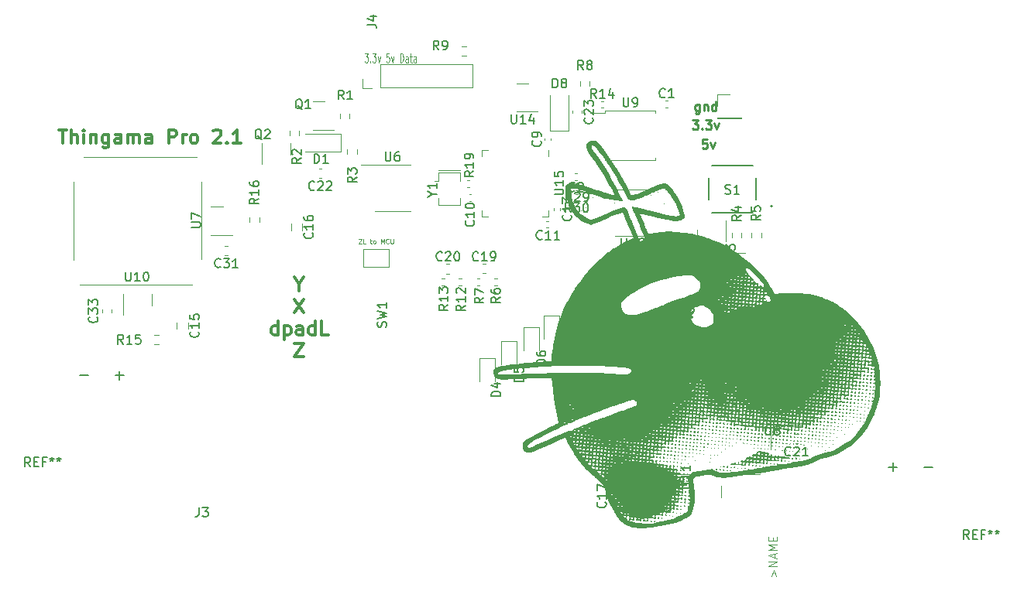
<source format=gbr>
G04 #@! TF.GenerationSoftware,KiCad,Pcbnew,(6.0.7)*
G04 #@! TF.CreationDate,2023-01-30T00:11:12-08:00*
G04 #@! TF.ProjectId,procon_gcc_main_pcb,70726f63-6f6e-45f6-9763-635f6d61696e,rev?*
G04 #@! TF.SameCoordinates,Original*
G04 #@! TF.FileFunction,Legend,Top*
G04 #@! TF.FilePolarity,Positive*
%FSLAX46Y46*%
G04 Gerber Fmt 4.6, Leading zero omitted, Abs format (unit mm)*
G04 Created by KiCad (PCBNEW (6.0.7)) date 2023-01-30 00:11:12*
%MOMM*%
%LPD*%
G01*
G04 APERTURE LIST*
%ADD10C,0.300000*%
%ADD11C,0.250000*%
%ADD12C,0.125000*%
%ADD13C,0.150000*%
%ADD14C,0.080000*%
%ADD15C,0.100000*%
%ADD16C,0.120000*%
%ADD17C,0.200000*%
%ADD18C,0.127000*%
G04 APERTURE END LIST*
D10*
X87840000Y-108828571D02*
X88697142Y-108828571D01*
X88268571Y-110328571D02*
X88268571Y-108828571D01*
X89197142Y-110328571D02*
X89197142Y-108828571D01*
X89840000Y-110328571D02*
X89840000Y-109542857D01*
X89768571Y-109400000D01*
X89625714Y-109328571D01*
X89411428Y-109328571D01*
X89268571Y-109400000D01*
X89197142Y-109471428D01*
X90554285Y-110328571D02*
X90554285Y-109328571D01*
X90554285Y-108828571D02*
X90482857Y-108900000D01*
X90554285Y-108971428D01*
X90625714Y-108900000D01*
X90554285Y-108828571D01*
X90554285Y-108971428D01*
X91268571Y-109328571D02*
X91268571Y-110328571D01*
X91268571Y-109471428D02*
X91340000Y-109400000D01*
X91482857Y-109328571D01*
X91697142Y-109328571D01*
X91840000Y-109400000D01*
X91911428Y-109542857D01*
X91911428Y-110328571D01*
X93268571Y-109328571D02*
X93268571Y-110542857D01*
X93197142Y-110685714D01*
X93125714Y-110757142D01*
X92982857Y-110828571D01*
X92768571Y-110828571D01*
X92625714Y-110757142D01*
X93268571Y-110257142D02*
X93125714Y-110328571D01*
X92840000Y-110328571D01*
X92697142Y-110257142D01*
X92625714Y-110185714D01*
X92554285Y-110042857D01*
X92554285Y-109614285D01*
X92625714Y-109471428D01*
X92697142Y-109400000D01*
X92840000Y-109328571D01*
X93125714Y-109328571D01*
X93268571Y-109400000D01*
X94625714Y-110328571D02*
X94625714Y-109542857D01*
X94554285Y-109400000D01*
X94411428Y-109328571D01*
X94125714Y-109328571D01*
X93982857Y-109400000D01*
X94625714Y-110257142D02*
X94482857Y-110328571D01*
X94125714Y-110328571D01*
X93982857Y-110257142D01*
X93911428Y-110114285D01*
X93911428Y-109971428D01*
X93982857Y-109828571D01*
X94125714Y-109757142D01*
X94482857Y-109757142D01*
X94625714Y-109685714D01*
X95340000Y-110328571D02*
X95340000Y-109328571D01*
X95340000Y-109471428D02*
X95411428Y-109400000D01*
X95554285Y-109328571D01*
X95768571Y-109328571D01*
X95911428Y-109400000D01*
X95982857Y-109542857D01*
X95982857Y-110328571D01*
X95982857Y-109542857D02*
X96054285Y-109400000D01*
X96197142Y-109328571D01*
X96411428Y-109328571D01*
X96554285Y-109400000D01*
X96625714Y-109542857D01*
X96625714Y-110328571D01*
X97982857Y-110328571D02*
X97982857Y-109542857D01*
X97911428Y-109400000D01*
X97768571Y-109328571D01*
X97482857Y-109328571D01*
X97340000Y-109400000D01*
X97982857Y-110257142D02*
X97840000Y-110328571D01*
X97482857Y-110328571D01*
X97340000Y-110257142D01*
X97268571Y-110114285D01*
X97268571Y-109971428D01*
X97340000Y-109828571D01*
X97482857Y-109757142D01*
X97840000Y-109757142D01*
X97982857Y-109685714D01*
X99839999Y-110328571D02*
X99839999Y-108828571D01*
X100411428Y-108828571D01*
X100554285Y-108900000D01*
X100625714Y-108971428D01*
X100697142Y-109114285D01*
X100697142Y-109328571D01*
X100625714Y-109471428D01*
X100554285Y-109542857D01*
X100411428Y-109614285D01*
X99839999Y-109614285D01*
X101339999Y-110328571D02*
X101339999Y-109328571D01*
X101339999Y-109614285D02*
X101411428Y-109471428D01*
X101482857Y-109400000D01*
X101625714Y-109328571D01*
X101768571Y-109328571D01*
X102482857Y-110328571D02*
X102340000Y-110257142D01*
X102268571Y-110185714D01*
X102197142Y-110042857D01*
X102197142Y-109614285D01*
X102268571Y-109471428D01*
X102340000Y-109400000D01*
X102482857Y-109328571D01*
X102697142Y-109328571D01*
X102840000Y-109400000D01*
X102911428Y-109471428D01*
X102982857Y-109614285D01*
X102982857Y-110042857D01*
X102911428Y-110185714D01*
X102840000Y-110257142D01*
X102697142Y-110328571D01*
X102482857Y-110328571D01*
X104697142Y-108971428D02*
X104768571Y-108900000D01*
X104911428Y-108828571D01*
X105268571Y-108828571D01*
X105411428Y-108900000D01*
X105482857Y-108971428D01*
X105554285Y-109114285D01*
X105554285Y-109257142D01*
X105482857Y-109471428D01*
X104625714Y-110328571D01*
X105554285Y-110328571D01*
X106197142Y-110185714D02*
X106268571Y-110257142D01*
X106197142Y-110328571D01*
X106125714Y-110257142D01*
X106197142Y-110185714D01*
X106197142Y-110328571D01*
X107697142Y-110328571D02*
X106840000Y-110328571D01*
X107268571Y-110328571D02*
X107268571Y-108828571D01*
X107125714Y-109042857D01*
X106982857Y-109185714D01*
X106840000Y-109257142D01*
D11*
X157081428Y-107792380D02*
X157700476Y-107792380D01*
X157367142Y-108173333D01*
X157510000Y-108173333D01*
X157605238Y-108220952D01*
X157652857Y-108268571D01*
X157700476Y-108363809D01*
X157700476Y-108601904D01*
X157652857Y-108697142D01*
X157605238Y-108744761D01*
X157510000Y-108792380D01*
X157224285Y-108792380D01*
X157129047Y-108744761D01*
X157081428Y-108697142D01*
X158129047Y-108697142D02*
X158176666Y-108744761D01*
X158129047Y-108792380D01*
X158081428Y-108744761D01*
X158129047Y-108697142D01*
X158129047Y-108792380D01*
X158510000Y-107792380D02*
X159129047Y-107792380D01*
X158795714Y-108173333D01*
X158938571Y-108173333D01*
X159033809Y-108220952D01*
X159081428Y-108268571D01*
X159129047Y-108363809D01*
X159129047Y-108601904D01*
X159081428Y-108697142D01*
X159033809Y-108744761D01*
X158938571Y-108792380D01*
X158652857Y-108792380D01*
X158557619Y-108744761D01*
X158510000Y-108697142D01*
X159462380Y-108125714D02*
X159700476Y-108792380D01*
X159938571Y-108125714D01*
D12*
X121232142Y-100452380D02*
X121603571Y-100452380D01*
X121403571Y-100833333D01*
X121489285Y-100833333D01*
X121546428Y-100880952D01*
X121575000Y-100928571D01*
X121603571Y-101023809D01*
X121603571Y-101261904D01*
X121575000Y-101357142D01*
X121546428Y-101404761D01*
X121489285Y-101452380D01*
X121317857Y-101452380D01*
X121260714Y-101404761D01*
X121232142Y-101357142D01*
X121860714Y-101357142D02*
X121889285Y-101404761D01*
X121860714Y-101452380D01*
X121832142Y-101404761D01*
X121860714Y-101357142D01*
X121860714Y-101452380D01*
X122089285Y-100452380D02*
X122460714Y-100452380D01*
X122260714Y-100833333D01*
X122346428Y-100833333D01*
X122403571Y-100880952D01*
X122432142Y-100928571D01*
X122460714Y-101023809D01*
X122460714Y-101261904D01*
X122432142Y-101357142D01*
X122403571Y-101404761D01*
X122346428Y-101452380D01*
X122175000Y-101452380D01*
X122117857Y-101404761D01*
X122089285Y-101357142D01*
X122660714Y-100785714D02*
X122803571Y-101452380D01*
X122946428Y-100785714D01*
X123917857Y-100452380D02*
X123632142Y-100452380D01*
X123603571Y-100928571D01*
X123632142Y-100880952D01*
X123689285Y-100833333D01*
X123832142Y-100833333D01*
X123889285Y-100880952D01*
X123917857Y-100928571D01*
X123946428Y-101023809D01*
X123946428Y-101261904D01*
X123917857Y-101357142D01*
X123889285Y-101404761D01*
X123832142Y-101452380D01*
X123689285Y-101452380D01*
X123632142Y-101404761D01*
X123603571Y-101357142D01*
X124146428Y-100785714D02*
X124289285Y-101452380D01*
X124432142Y-100785714D01*
X125117857Y-101452380D02*
X125117857Y-100452380D01*
X125260714Y-100452380D01*
X125346428Y-100500000D01*
X125403571Y-100595238D01*
X125432142Y-100690476D01*
X125460714Y-100880952D01*
X125460714Y-101023809D01*
X125432142Y-101214285D01*
X125403571Y-101309523D01*
X125346428Y-101404761D01*
X125260714Y-101452380D01*
X125117857Y-101452380D01*
X125975000Y-101452380D02*
X125975000Y-100928571D01*
X125946428Y-100833333D01*
X125889285Y-100785714D01*
X125775000Y-100785714D01*
X125717857Y-100833333D01*
X125975000Y-101404761D02*
X125917857Y-101452380D01*
X125775000Y-101452380D01*
X125717857Y-101404761D01*
X125689285Y-101309523D01*
X125689285Y-101214285D01*
X125717857Y-101119047D01*
X125775000Y-101071428D01*
X125917857Y-101071428D01*
X125975000Y-101023809D01*
X126175000Y-100785714D02*
X126403571Y-100785714D01*
X126260714Y-100452380D02*
X126260714Y-101309523D01*
X126289285Y-101404761D01*
X126346428Y-101452380D01*
X126403571Y-101452380D01*
X126860714Y-101452380D02*
X126860714Y-100928571D01*
X126832142Y-100833333D01*
X126775000Y-100785714D01*
X126660714Y-100785714D01*
X126603571Y-100833333D01*
X126860714Y-101404761D02*
X126803571Y-101452380D01*
X126660714Y-101452380D01*
X126603571Y-101404761D01*
X126575000Y-101309523D01*
X126575000Y-101214285D01*
X126603571Y-101119047D01*
X126660714Y-101071428D01*
X126803571Y-101071428D01*
X126860714Y-101023809D01*
D11*
X158677142Y-109882380D02*
X158200952Y-109882380D01*
X158153333Y-110358571D01*
X158200952Y-110310952D01*
X158296190Y-110263333D01*
X158534285Y-110263333D01*
X158629523Y-110310952D01*
X158677142Y-110358571D01*
X158724761Y-110453809D01*
X158724761Y-110691904D01*
X158677142Y-110787142D01*
X158629523Y-110834761D01*
X158534285Y-110882380D01*
X158296190Y-110882380D01*
X158200952Y-110834761D01*
X158153333Y-110787142D01*
X159058095Y-110215714D02*
X159296190Y-110882380D01*
X159534285Y-110215714D01*
X157839523Y-106075714D02*
X157839523Y-106885238D01*
X157791904Y-106980476D01*
X157744285Y-107028095D01*
X157649047Y-107075714D01*
X157506190Y-107075714D01*
X157410952Y-107028095D01*
X157839523Y-106694761D02*
X157744285Y-106742380D01*
X157553809Y-106742380D01*
X157458571Y-106694761D01*
X157410952Y-106647142D01*
X157363333Y-106551904D01*
X157363333Y-106266190D01*
X157410952Y-106170952D01*
X157458571Y-106123333D01*
X157553809Y-106075714D01*
X157744285Y-106075714D01*
X157839523Y-106123333D01*
X158315714Y-106075714D02*
X158315714Y-106742380D01*
X158315714Y-106170952D02*
X158363333Y-106123333D01*
X158458571Y-106075714D01*
X158601428Y-106075714D01*
X158696666Y-106123333D01*
X158744285Y-106218571D01*
X158744285Y-106742380D01*
X159649047Y-106742380D02*
X159649047Y-105742380D01*
X159649047Y-106694761D02*
X159553809Y-106742380D01*
X159363333Y-106742380D01*
X159268095Y-106694761D01*
X159220476Y-106647142D01*
X159172857Y-106551904D01*
X159172857Y-106266190D01*
X159220476Y-106170952D01*
X159268095Y-106123333D01*
X159363333Y-106075714D01*
X159553809Y-106075714D01*
X159649047Y-106123333D01*
D10*
X114075000Y-125741785D02*
X114075000Y-126456071D01*
X113575000Y-124956071D02*
X114075000Y-125741785D01*
X114575000Y-124956071D01*
X113575000Y-127371071D02*
X114575000Y-128871071D01*
X114575000Y-127371071D02*
X113575000Y-128871071D01*
X111753571Y-131286071D02*
X111753571Y-129786071D01*
X111753571Y-131214642D02*
X111610714Y-131286071D01*
X111325000Y-131286071D01*
X111182142Y-131214642D01*
X111110714Y-131143214D01*
X111039285Y-131000357D01*
X111039285Y-130571785D01*
X111110714Y-130428928D01*
X111182142Y-130357500D01*
X111325000Y-130286071D01*
X111610714Y-130286071D01*
X111753571Y-130357500D01*
X112467857Y-130286071D02*
X112467857Y-131786071D01*
X112467857Y-130357500D02*
X112610714Y-130286071D01*
X112896428Y-130286071D01*
X113039285Y-130357500D01*
X113110714Y-130428928D01*
X113182142Y-130571785D01*
X113182142Y-131000357D01*
X113110714Y-131143214D01*
X113039285Y-131214642D01*
X112896428Y-131286071D01*
X112610714Y-131286071D01*
X112467857Y-131214642D01*
X114467857Y-131286071D02*
X114467857Y-130500357D01*
X114396428Y-130357500D01*
X114253571Y-130286071D01*
X113967857Y-130286071D01*
X113825000Y-130357500D01*
X114467857Y-131214642D02*
X114325000Y-131286071D01*
X113967857Y-131286071D01*
X113825000Y-131214642D01*
X113753571Y-131071785D01*
X113753571Y-130928928D01*
X113825000Y-130786071D01*
X113967857Y-130714642D01*
X114325000Y-130714642D01*
X114467857Y-130643214D01*
X115825000Y-131286071D02*
X115825000Y-129786071D01*
X115825000Y-131214642D02*
X115682142Y-131286071D01*
X115396428Y-131286071D01*
X115253571Y-131214642D01*
X115182142Y-131143214D01*
X115110714Y-131000357D01*
X115110714Y-130571785D01*
X115182142Y-130428928D01*
X115253571Y-130357500D01*
X115396428Y-130286071D01*
X115682142Y-130286071D01*
X115825000Y-130357500D01*
X117253571Y-131286071D02*
X116539285Y-131286071D01*
X116539285Y-129786071D01*
X113575000Y-132201071D02*
X114575000Y-132201071D01*
X113575000Y-133701071D01*
X114575000Y-133701071D01*
D13*
X84696666Y-145702380D02*
X84363333Y-145226190D01*
X84125238Y-145702380D02*
X84125238Y-144702380D01*
X84506190Y-144702380D01*
X84601428Y-144750000D01*
X84649047Y-144797619D01*
X84696666Y-144892857D01*
X84696666Y-145035714D01*
X84649047Y-145130952D01*
X84601428Y-145178571D01*
X84506190Y-145226190D01*
X84125238Y-145226190D01*
X85125238Y-145178571D02*
X85458571Y-145178571D01*
X85601428Y-145702380D02*
X85125238Y-145702380D01*
X85125238Y-144702380D01*
X85601428Y-144702380D01*
X86363333Y-145178571D02*
X86030000Y-145178571D01*
X86030000Y-145702380D02*
X86030000Y-144702380D01*
X86506190Y-144702380D01*
X87030000Y-144702380D02*
X87030000Y-144940476D01*
X86791904Y-144845238D02*
X87030000Y-144940476D01*
X87268095Y-144845238D01*
X86887142Y-145130952D02*
X87030000Y-144940476D01*
X87172857Y-145130952D01*
X87791904Y-144702380D02*
X87791904Y-144940476D01*
X87553809Y-144845238D02*
X87791904Y-144940476D01*
X88030000Y-144845238D01*
X87649047Y-145130952D02*
X87791904Y-144940476D01*
X87934761Y-145130952D01*
X187286666Y-153632380D02*
X186953333Y-153156190D01*
X186715238Y-153632380D02*
X186715238Y-152632380D01*
X187096190Y-152632380D01*
X187191428Y-152680000D01*
X187239047Y-152727619D01*
X187286666Y-152822857D01*
X187286666Y-152965714D01*
X187239047Y-153060952D01*
X187191428Y-153108571D01*
X187096190Y-153156190D01*
X186715238Y-153156190D01*
X187715238Y-153108571D02*
X188048571Y-153108571D01*
X188191428Y-153632380D02*
X187715238Y-153632380D01*
X187715238Y-152632380D01*
X188191428Y-152632380D01*
X188953333Y-153108571D02*
X188620000Y-153108571D01*
X188620000Y-153632380D02*
X188620000Y-152632380D01*
X189096190Y-152632380D01*
X189620000Y-152632380D02*
X189620000Y-152870476D01*
X189381904Y-152775238D02*
X189620000Y-152870476D01*
X189858095Y-152775238D01*
X189477142Y-153060952D02*
X189620000Y-152870476D01*
X189762857Y-153060952D01*
X190381904Y-152632380D02*
X190381904Y-152870476D01*
X190143809Y-152775238D02*
X190381904Y-152870476D01*
X190620000Y-152775238D01*
X190239047Y-153060952D02*
X190381904Y-152870476D01*
X190524761Y-153060952D01*
X114277380Y-111916666D02*
X113801190Y-112250000D01*
X114277380Y-112488095D02*
X113277380Y-112488095D01*
X113277380Y-112107142D01*
X113325000Y-112011904D01*
X113372619Y-111964285D01*
X113467857Y-111916666D01*
X113610714Y-111916666D01*
X113705952Y-111964285D01*
X113753571Y-112011904D01*
X113801190Y-112107142D01*
X113801190Y-112488095D01*
X113372619Y-111535714D02*
X113325000Y-111488095D01*
X113277380Y-111392857D01*
X113277380Y-111154761D01*
X113325000Y-111059523D01*
X113372619Y-111011904D01*
X113467857Y-110964285D01*
X113563095Y-110964285D01*
X113705952Y-111011904D01*
X114277380Y-111583333D01*
X114277380Y-110964285D01*
X143807142Y-116672380D02*
X143473809Y-116196190D01*
X143235714Y-116672380D02*
X143235714Y-115672380D01*
X143616666Y-115672380D01*
X143711904Y-115720000D01*
X143759523Y-115767619D01*
X143807142Y-115862857D01*
X143807142Y-116005714D01*
X143759523Y-116100952D01*
X143711904Y-116148571D01*
X143616666Y-116196190D01*
X143235714Y-116196190D01*
X144188095Y-115767619D02*
X144235714Y-115720000D01*
X144330952Y-115672380D01*
X144569047Y-115672380D01*
X144664285Y-115720000D01*
X144711904Y-115767619D01*
X144759523Y-115862857D01*
X144759523Y-115958095D01*
X144711904Y-116100952D01*
X144140476Y-116672380D01*
X144759523Y-116672380D01*
X145235714Y-116672380D02*
X145426190Y-116672380D01*
X145521428Y-116624761D01*
X145569047Y-116577142D01*
X145664285Y-116434285D01*
X145711904Y-116243809D01*
X145711904Y-115862857D01*
X145664285Y-115767619D01*
X145616666Y-115720000D01*
X145521428Y-115672380D01*
X145330952Y-115672380D01*
X145235714Y-115720000D01*
X145188095Y-115767619D01*
X145140476Y-115862857D01*
X145140476Y-116100952D01*
X145188095Y-116196190D01*
X145235714Y-116243809D01*
X145330952Y-116291428D01*
X145521428Y-116291428D01*
X145616666Y-116243809D01*
X145664285Y-116196190D01*
X145711904Y-116100952D01*
X115736904Y-112477380D02*
X115736904Y-111477380D01*
X115975000Y-111477380D01*
X116117857Y-111525000D01*
X116213095Y-111620238D01*
X116260714Y-111715476D01*
X116308333Y-111905952D01*
X116308333Y-112048809D01*
X116260714Y-112239285D01*
X116213095Y-112334523D01*
X116117857Y-112429761D01*
X115975000Y-112477380D01*
X115736904Y-112477380D01*
X117260714Y-112477380D02*
X116689285Y-112477380D01*
X116975000Y-112477380D02*
X116975000Y-111477380D01*
X116879761Y-111620238D01*
X116784523Y-111715476D01*
X116689285Y-111763095D01*
X162377380Y-118184166D02*
X161901190Y-118517500D01*
X162377380Y-118755595D02*
X161377380Y-118755595D01*
X161377380Y-118374642D01*
X161425000Y-118279404D01*
X161472619Y-118231785D01*
X161567857Y-118184166D01*
X161710714Y-118184166D01*
X161805952Y-118231785D01*
X161853571Y-118279404D01*
X161901190Y-118374642D01*
X161901190Y-118755595D01*
X161710714Y-117327023D02*
X162377380Y-117327023D01*
X161329761Y-117565119D02*
X162044047Y-117803214D01*
X162044047Y-117184166D01*
X169636380Y-138176857D02*
X169160190Y-138510190D01*
X169636380Y-138748285D02*
X168636380Y-138748285D01*
X168636380Y-138367333D01*
X168684000Y-138272095D01*
X168731619Y-138224476D01*
X168826857Y-138176857D01*
X168969714Y-138176857D01*
X169064952Y-138224476D01*
X169112571Y-138272095D01*
X169160190Y-138367333D01*
X169160190Y-138748285D01*
X169636380Y-137224476D02*
X169636380Y-137795904D01*
X169636380Y-137510190D02*
X168636380Y-137510190D01*
X168779238Y-137605428D01*
X168874476Y-137700666D01*
X168922095Y-137795904D01*
X169064952Y-136653047D02*
X169017333Y-136748285D01*
X168969714Y-136795904D01*
X168874476Y-136843523D01*
X168826857Y-136843523D01*
X168731619Y-136795904D01*
X168684000Y-136748285D01*
X168636380Y-136653047D01*
X168636380Y-136462571D01*
X168684000Y-136367333D01*
X168731619Y-136319714D01*
X168826857Y-136272095D01*
X168874476Y-136272095D01*
X168969714Y-136319714D01*
X169017333Y-136367333D01*
X169064952Y-136462571D01*
X169064952Y-136653047D01*
X169112571Y-136748285D01*
X169160190Y-136795904D01*
X169255428Y-136843523D01*
X169445904Y-136843523D01*
X169541142Y-136795904D01*
X169588761Y-136748285D01*
X169636380Y-136653047D01*
X169636380Y-136462571D01*
X169588761Y-136367333D01*
X169541142Y-136319714D01*
X169445904Y-136272095D01*
X169255428Y-136272095D01*
X169160190Y-136319714D01*
X169112571Y-136367333D01*
X169064952Y-136462571D01*
X133132142Y-118767857D02*
X133179761Y-118815476D01*
X133227380Y-118958333D01*
X133227380Y-119053571D01*
X133179761Y-119196428D01*
X133084523Y-119291666D01*
X132989285Y-119339285D01*
X132798809Y-119386904D01*
X132655952Y-119386904D01*
X132465476Y-119339285D01*
X132370238Y-119291666D01*
X132275000Y-119196428D01*
X132227380Y-119053571D01*
X132227380Y-118958333D01*
X132275000Y-118815476D01*
X132322619Y-118767857D01*
X133227380Y-117815476D02*
X133227380Y-118386904D01*
X133227380Y-118101190D02*
X132227380Y-118101190D01*
X132370238Y-118196428D01*
X132465476Y-118291666D01*
X132513095Y-118386904D01*
X132227380Y-117196428D02*
X132227380Y-117101190D01*
X132275000Y-117005952D01*
X132322619Y-116958333D01*
X132417857Y-116910714D01*
X132608333Y-116863095D01*
X132846428Y-116863095D01*
X133036904Y-116910714D01*
X133132142Y-116958333D01*
X133179761Y-117005952D01*
X133227380Y-117101190D01*
X133227380Y-117196428D01*
X133179761Y-117291666D01*
X133132142Y-117339285D01*
X133036904Y-117386904D01*
X132846428Y-117434523D01*
X132608333Y-117434523D01*
X132417857Y-117386904D01*
X132322619Y-117339285D01*
X132275000Y-117291666D01*
X132227380Y-117196428D01*
X121527380Y-97308333D02*
X122241666Y-97308333D01*
X122384523Y-97355952D01*
X122479761Y-97451190D01*
X122527380Y-97594047D01*
X122527380Y-97689285D01*
X121860714Y-96403571D02*
X122527380Y-96403571D01*
X121479761Y-96641666D02*
X122194047Y-96879761D01*
X122194047Y-96260714D01*
X102302380Y-119511904D02*
X103111904Y-119511904D01*
X103207142Y-119464285D01*
X103254761Y-119416666D01*
X103302380Y-119321428D01*
X103302380Y-119130952D01*
X103254761Y-119035714D01*
X103207142Y-118988095D01*
X103111904Y-118940476D01*
X102302380Y-118940476D01*
X102302380Y-118559523D02*
X102302380Y-117892857D01*
X103302380Y-118321428D01*
X105481142Y-123831142D02*
X105433523Y-123878761D01*
X105290666Y-123926380D01*
X105195428Y-123926380D01*
X105052571Y-123878761D01*
X104957333Y-123783523D01*
X104909714Y-123688285D01*
X104862095Y-123497809D01*
X104862095Y-123354952D01*
X104909714Y-123164476D01*
X104957333Y-123069238D01*
X105052571Y-122974000D01*
X105195428Y-122926380D01*
X105290666Y-122926380D01*
X105433523Y-122974000D01*
X105481142Y-123021619D01*
X105814476Y-122926380D02*
X106433523Y-122926380D01*
X106100190Y-123307333D01*
X106243047Y-123307333D01*
X106338285Y-123354952D01*
X106385904Y-123402571D01*
X106433523Y-123497809D01*
X106433523Y-123735904D01*
X106385904Y-123831142D01*
X106338285Y-123878761D01*
X106243047Y-123926380D01*
X105957333Y-123926380D01*
X105862095Y-123878761D01*
X105814476Y-123831142D01*
X107385904Y-123926380D02*
X106814476Y-123926380D01*
X107100190Y-123926380D02*
X107100190Y-122926380D01*
X107004952Y-123069238D01*
X106909714Y-123164476D01*
X106814476Y-123212095D01*
X161822619Y-122287738D02*
X161775000Y-122382976D01*
X161679761Y-122478214D01*
X161536904Y-122621071D01*
X161489285Y-122716309D01*
X161489285Y-122811547D01*
X161727380Y-122763928D02*
X161679761Y-122859166D01*
X161584523Y-122954404D01*
X161394047Y-123002023D01*
X161060714Y-123002023D01*
X160870238Y-122954404D01*
X160775000Y-122859166D01*
X160727380Y-122763928D01*
X160727380Y-122573452D01*
X160775000Y-122478214D01*
X160870238Y-122382976D01*
X161060714Y-122335357D01*
X161394047Y-122335357D01*
X161584523Y-122382976D01*
X161679761Y-122478214D01*
X161727380Y-122573452D01*
X161727380Y-122763928D01*
X160727380Y-122002023D02*
X160727380Y-121382976D01*
X161108333Y-121716309D01*
X161108333Y-121573452D01*
X161155952Y-121478214D01*
X161203571Y-121430595D01*
X161298809Y-121382976D01*
X161536904Y-121382976D01*
X161632142Y-121430595D01*
X161679761Y-121478214D01*
X161727380Y-121573452D01*
X161727380Y-121859166D01*
X161679761Y-121954404D01*
X161632142Y-122002023D01*
X154083333Y-105222142D02*
X154035714Y-105269761D01*
X153892857Y-105317380D01*
X153797619Y-105317380D01*
X153654761Y-105269761D01*
X153559523Y-105174523D01*
X153511904Y-105079285D01*
X153464285Y-104888809D01*
X153464285Y-104745952D01*
X153511904Y-104555476D01*
X153559523Y-104460238D01*
X153654761Y-104365000D01*
X153797619Y-104317380D01*
X153892857Y-104317380D01*
X154035714Y-104365000D01*
X154083333Y-104412619D01*
X155035714Y-105317380D02*
X154464285Y-105317380D01*
X154750000Y-105317380D02*
X154750000Y-104317380D01*
X154654761Y-104460238D01*
X154559523Y-104555476D01*
X154464285Y-104603095D01*
X137261904Y-107152380D02*
X137261904Y-107961904D01*
X137309523Y-108057142D01*
X137357142Y-108104761D01*
X137452380Y-108152380D01*
X137642857Y-108152380D01*
X137738095Y-108104761D01*
X137785714Y-108057142D01*
X137833333Y-107961904D01*
X137833333Y-107152380D01*
X138833333Y-108152380D02*
X138261904Y-108152380D01*
X138547619Y-108152380D02*
X138547619Y-107152380D01*
X138452380Y-107295238D01*
X138357142Y-107390476D01*
X138261904Y-107438095D01*
X139690476Y-107485714D02*
X139690476Y-108152380D01*
X139452380Y-107104761D02*
X139214285Y-107819047D01*
X139833333Y-107819047D01*
X141786904Y-104227380D02*
X141786904Y-103227380D01*
X142025000Y-103227380D01*
X142167857Y-103275000D01*
X142263095Y-103370238D01*
X142310714Y-103465476D01*
X142358333Y-103655952D01*
X142358333Y-103798809D01*
X142310714Y-103989285D01*
X142263095Y-104084523D01*
X142167857Y-104179761D01*
X142025000Y-104227380D01*
X141786904Y-104227380D01*
X142929761Y-103655952D02*
X142834523Y-103608333D01*
X142786904Y-103560714D01*
X142739285Y-103465476D01*
X142739285Y-103417857D01*
X142786904Y-103322619D01*
X142834523Y-103275000D01*
X142929761Y-103227380D01*
X143120238Y-103227380D01*
X143215476Y-103275000D01*
X143263095Y-103322619D01*
X143310714Y-103417857D01*
X143310714Y-103465476D01*
X143263095Y-103560714D01*
X143215476Y-103608333D01*
X143120238Y-103655952D01*
X142929761Y-103655952D01*
X142834523Y-103703571D01*
X142786904Y-103751190D01*
X142739285Y-103846428D01*
X142739285Y-104036904D01*
X142786904Y-104132142D01*
X142834523Y-104179761D01*
X142929761Y-104227380D01*
X143120238Y-104227380D01*
X143215476Y-104179761D01*
X143263095Y-104132142D01*
X143310714Y-104036904D01*
X143310714Y-103846428D01*
X143263095Y-103751190D01*
X143215476Y-103703571D01*
X143120238Y-103655952D01*
X123513095Y-111252380D02*
X123513095Y-112061904D01*
X123560714Y-112157142D01*
X123608333Y-112204761D01*
X123703571Y-112252380D01*
X123894047Y-112252380D01*
X123989285Y-112204761D01*
X124036904Y-112157142D01*
X124084523Y-112061904D01*
X124084523Y-111252380D01*
X124989285Y-111252380D02*
X124798809Y-111252380D01*
X124703571Y-111300000D01*
X124655952Y-111347619D01*
X124560714Y-111490476D01*
X124513095Y-111680952D01*
X124513095Y-112061904D01*
X124560714Y-112157142D01*
X124608333Y-112204761D01*
X124703571Y-112252380D01*
X124894047Y-112252380D01*
X124989285Y-112204761D01*
X125036904Y-112157142D01*
X125084523Y-112061904D01*
X125084523Y-111823809D01*
X125036904Y-111728571D01*
X124989285Y-111680952D01*
X124894047Y-111633333D01*
X124703571Y-111633333D01*
X124608333Y-111680952D01*
X124560714Y-111728571D01*
X124513095Y-111823809D01*
X138577380Y-136338095D02*
X137577380Y-136338095D01*
X137577380Y-136100000D01*
X137625000Y-135957142D01*
X137720238Y-135861904D01*
X137815476Y-135814285D01*
X138005952Y-135766666D01*
X138148809Y-135766666D01*
X138339285Y-135814285D01*
X138434523Y-135861904D01*
X138529761Y-135957142D01*
X138577380Y-136100000D01*
X138577380Y-136338095D01*
X137577380Y-134861904D02*
X137577380Y-135338095D01*
X138053571Y-135385714D01*
X138005952Y-135338095D01*
X137958333Y-135242857D01*
X137958333Y-135004761D01*
X138005952Y-134909523D01*
X138053571Y-134861904D01*
X138148809Y-134814285D01*
X138386904Y-134814285D01*
X138482142Y-134861904D01*
X138529761Y-134909523D01*
X138577380Y-135004761D01*
X138577380Y-135242857D01*
X138529761Y-135338095D01*
X138482142Y-135385714D01*
X132227380Y-128042857D02*
X131751190Y-128376190D01*
X132227380Y-128614285D02*
X131227380Y-128614285D01*
X131227380Y-128233333D01*
X131275000Y-128138095D01*
X131322619Y-128090476D01*
X131417857Y-128042857D01*
X131560714Y-128042857D01*
X131655952Y-128090476D01*
X131703571Y-128138095D01*
X131751190Y-128233333D01*
X131751190Y-128614285D01*
X132227380Y-127090476D02*
X132227380Y-127661904D01*
X132227380Y-127376190D02*
X131227380Y-127376190D01*
X131370238Y-127471428D01*
X131465476Y-127566666D01*
X131513095Y-127661904D01*
X131322619Y-126709523D02*
X131275000Y-126661904D01*
X131227380Y-126566666D01*
X131227380Y-126328571D01*
X131275000Y-126233333D01*
X131322619Y-126185714D01*
X131417857Y-126138095D01*
X131513095Y-126138095D01*
X131655952Y-126185714D01*
X132227380Y-126757142D01*
X132227380Y-126138095D01*
X115507142Y-120122857D02*
X115554761Y-120170476D01*
X115602380Y-120313333D01*
X115602380Y-120408571D01*
X115554761Y-120551428D01*
X115459523Y-120646666D01*
X115364285Y-120694285D01*
X115173809Y-120741904D01*
X115030952Y-120741904D01*
X114840476Y-120694285D01*
X114745238Y-120646666D01*
X114650000Y-120551428D01*
X114602380Y-120408571D01*
X114602380Y-120313333D01*
X114650000Y-120170476D01*
X114697619Y-120122857D01*
X115602380Y-119170476D02*
X115602380Y-119741904D01*
X115602380Y-119456190D02*
X114602380Y-119456190D01*
X114745238Y-119551428D01*
X114840476Y-119646666D01*
X114888095Y-119741904D01*
X114602380Y-118313333D02*
X114602380Y-118503809D01*
X114650000Y-118599047D01*
X114697619Y-118646666D01*
X114840476Y-118741904D01*
X115030952Y-118789523D01*
X115411904Y-118789523D01*
X115507142Y-118741904D01*
X115554761Y-118694285D01*
X115602380Y-118599047D01*
X115602380Y-118408571D01*
X115554761Y-118313333D01*
X115507142Y-118265714D01*
X115411904Y-118218095D01*
X115173809Y-118218095D01*
X115078571Y-118265714D01*
X115030952Y-118313333D01*
X114983333Y-118408571D01*
X114983333Y-118599047D01*
X115030952Y-118694285D01*
X115078571Y-118741904D01*
X115173809Y-118789523D01*
D12*
X120583333Y-120776189D02*
X120916666Y-120776189D01*
X120583333Y-121276189D01*
X120916666Y-121276189D01*
X121345238Y-121276189D02*
X121107142Y-121276189D01*
X121107142Y-120776189D01*
X121821428Y-120942856D02*
X122011904Y-120942856D01*
X121892857Y-120776189D02*
X121892857Y-121204760D01*
X121916666Y-121252379D01*
X121964285Y-121276189D01*
X122011904Y-121276189D01*
X122250000Y-121276189D02*
X122202380Y-121252379D01*
X122178571Y-121228570D01*
X122154761Y-121180951D01*
X122154761Y-121038094D01*
X122178571Y-120990475D01*
X122202380Y-120966665D01*
X122250000Y-120942856D01*
X122321428Y-120942856D01*
X122369047Y-120966665D01*
X122392857Y-120990475D01*
X122416666Y-121038094D01*
X122416666Y-121180951D01*
X122392857Y-121228570D01*
X122369047Y-121252379D01*
X122321428Y-121276189D01*
X122250000Y-121276189D01*
X123011904Y-121276189D02*
X123011904Y-120776189D01*
X123178571Y-121133332D01*
X123345238Y-120776189D01*
X123345238Y-121276189D01*
X123869047Y-121228570D02*
X123845238Y-121252379D01*
X123773809Y-121276189D01*
X123726190Y-121276189D01*
X123654761Y-121252379D01*
X123607142Y-121204760D01*
X123583333Y-121157141D01*
X123559523Y-121061903D01*
X123559523Y-120990475D01*
X123583333Y-120895237D01*
X123607142Y-120847618D01*
X123654761Y-120799999D01*
X123726190Y-120776189D01*
X123773809Y-120776189D01*
X123845238Y-120799999D01*
X123869047Y-120823808D01*
X124083333Y-120776189D02*
X124083333Y-121180951D01*
X124107142Y-121228570D01*
X124130952Y-121252379D01*
X124178571Y-121276189D01*
X124273809Y-121276189D01*
X124321428Y-121252379D01*
X124345238Y-121228570D01*
X124369047Y-121180951D01*
X124369047Y-120776189D01*
D13*
X136052380Y-127141666D02*
X135576190Y-127475000D01*
X136052380Y-127713095D02*
X135052380Y-127713095D01*
X135052380Y-127332142D01*
X135100000Y-127236904D01*
X135147619Y-127189285D01*
X135242857Y-127141666D01*
X135385714Y-127141666D01*
X135480952Y-127189285D01*
X135528571Y-127236904D01*
X135576190Y-127332142D01*
X135576190Y-127713095D01*
X135052380Y-126284523D02*
X135052380Y-126475000D01*
X135100000Y-126570238D01*
X135147619Y-126617857D01*
X135290476Y-126713095D01*
X135480952Y-126760714D01*
X135861904Y-126760714D01*
X135957142Y-126713095D01*
X136004761Y-126665476D01*
X136052380Y-126570238D01*
X136052380Y-126379761D01*
X136004761Y-126284523D01*
X135957142Y-126236904D01*
X135861904Y-126189285D01*
X135623809Y-126189285D01*
X135528571Y-126236904D01*
X135480952Y-126284523D01*
X135433333Y-126379761D01*
X135433333Y-126570238D01*
X135480952Y-126665476D01*
X135528571Y-126713095D01*
X135623809Y-126760714D01*
X167801142Y-144441142D02*
X167753523Y-144488761D01*
X167610666Y-144536380D01*
X167515428Y-144536380D01*
X167372571Y-144488761D01*
X167277333Y-144393523D01*
X167229714Y-144298285D01*
X167182095Y-144107809D01*
X167182095Y-143964952D01*
X167229714Y-143774476D01*
X167277333Y-143679238D01*
X167372571Y-143584000D01*
X167515428Y-143536380D01*
X167610666Y-143536380D01*
X167753523Y-143584000D01*
X167801142Y-143631619D01*
X168182095Y-143631619D02*
X168229714Y-143584000D01*
X168324952Y-143536380D01*
X168563047Y-143536380D01*
X168658285Y-143584000D01*
X168705904Y-143631619D01*
X168753523Y-143726857D01*
X168753523Y-143822095D01*
X168705904Y-143964952D01*
X168134476Y-144536380D01*
X168753523Y-144536380D01*
X169705904Y-144536380D02*
X169134476Y-144536380D01*
X169420190Y-144536380D02*
X169420190Y-143536380D01*
X169324952Y-143679238D01*
X169229714Y-143774476D01*
X169134476Y-143822095D01*
D14*
X168936857Y-135277190D02*
X169199714Y-134576238D01*
X169462571Y-135277190D01*
X169550190Y-134138142D02*
X168630190Y-134138142D01*
X169550190Y-133612428D01*
X168630190Y-133612428D01*
X169287333Y-133218142D02*
X169287333Y-132780047D01*
X169550190Y-133305761D02*
X168630190Y-132999095D01*
X169550190Y-132692428D01*
X169550190Y-132385761D02*
X168630190Y-132385761D01*
X169287333Y-132079095D01*
X168630190Y-131772428D01*
X169550190Y-131772428D01*
X169068285Y-131334333D02*
X169068285Y-131027666D01*
X169550190Y-130896238D02*
X169550190Y-131334333D01*
X168630190Y-131334333D01*
X168630190Y-130896238D01*
D13*
X147547142Y-149582857D02*
X147594761Y-149630476D01*
X147642380Y-149773333D01*
X147642380Y-149868571D01*
X147594761Y-150011428D01*
X147499523Y-150106666D01*
X147404285Y-150154285D01*
X147213809Y-150201904D01*
X147070952Y-150201904D01*
X146880476Y-150154285D01*
X146785238Y-150106666D01*
X146690000Y-150011428D01*
X146642380Y-149868571D01*
X146642380Y-149773333D01*
X146690000Y-149630476D01*
X146737619Y-149582857D01*
X147642380Y-148630476D02*
X147642380Y-149201904D01*
X147642380Y-148916190D02*
X146642380Y-148916190D01*
X146785238Y-149011428D01*
X146880476Y-149106666D01*
X146928095Y-149201904D01*
X146642380Y-148297142D02*
X146642380Y-147630476D01*
X147642380Y-148059047D01*
X164502380Y-118134166D02*
X164026190Y-118467500D01*
X164502380Y-118705595D02*
X163502380Y-118705595D01*
X163502380Y-118324642D01*
X163550000Y-118229404D01*
X163597619Y-118181785D01*
X163692857Y-118134166D01*
X163835714Y-118134166D01*
X163930952Y-118181785D01*
X163978571Y-118229404D01*
X164026190Y-118324642D01*
X164026190Y-118705595D01*
X163502380Y-117229404D02*
X163502380Y-117705595D01*
X163978571Y-117753214D01*
X163930952Y-117705595D01*
X163883333Y-117610357D01*
X163883333Y-117372261D01*
X163930952Y-117277023D01*
X163978571Y-117229404D01*
X164073809Y-117181785D01*
X164311904Y-117181785D01*
X164407142Y-117229404D01*
X164454761Y-117277023D01*
X164502380Y-117372261D01*
X164502380Y-117610357D01*
X164454761Y-117705595D01*
X164407142Y-117753214D01*
X161916666Y-124941071D02*
X161583333Y-124941071D01*
X161583333Y-125464880D02*
X161583333Y-124464880D01*
X162059523Y-124464880D01*
X162964285Y-125464880D02*
X162392857Y-125464880D01*
X162678571Y-125464880D02*
X162678571Y-124464880D01*
X162583333Y-124607738D01*
X162488095Y-124702976D01*
X162392857Y-124750595D01*
X110004761Y-109897619D02*
X109909523Y-109850000D01*
X109814285Y-109754761D01*
X109671428Y-109611904D01*
X109576190Y-109564285D01*
X109480952Y-109564285D01*
X109528571Y-109802380D02*
X109433333Y-109754761D01*
X109338095Y-109659523D01*
X109290476Y-109469047D01*
X109290476Y-109135714D01*
X109338095Y-108945238D01*
X109433333Y-108850000D01*
X109528571Y-108802380D01*
X109719047Y-108802380D01*
X109814285Y-108850000D01*
X109909523Y-108945238D01*
X109957142Y-109135714D01*
X109957142Y-109469047D01*
X109909523Y-109659523D01*
X109814285Y-109754761D01*
X109719047Y-109802380D01*
X109528571Y-109802380D01*
X110338095Y-108897619D02*
X110385714Y-108850000D01*
X110480952Y-108802380D01*
X110719047Y-108802380D01*
X110814285Y-108850000D01*
X110861904Y-108897619D01*
X110909523Y-108992857D01*
X110909523Y-109088095D01*
X110861904Y-109230952D01*
X110290476Y-109802380D01*
X110909523Y-109802380D01*
X143782142Y-117847380D02*
X143448809Y-117371190D01*
X143210714Y-117847380D02*
X143210714Y-116847380D01*
X143591666Y-116847380D01*
X143686904Y-116895000D01*
X143734523Y-116942619D01*
X143782142Y-117037857D01*
X143782142Y-117180714D01*
X143734523Y-117275952D01*
X143686904Y-117323571D01*
X143591666Y-117371190D01*
X143210714Y-117371190D01*
X144115476Y-116847380D02*
X144734523Y-116847380D01*
X144401190Y-117228333D01*
X144544047Y-117228333D01*
X144639285Y-117275952D01*
X144686904Y-117323571D01*
X144734523Y-117418809D01*
X144734523Y-117656904D01*
X144686904Y-117752142D01*
X144639285Y-117799761D01*
X144544047Y-117847380D01*
X144258333Y-117847380D01*
X144163095Y-117799761D01*
X144115476Y-117752142D01*
X145353571Y-116847380D02*
X145448809Y-116847380D01*
X145544047Y-116895000D01*
X145591666Y-116942619D01*
X145639285Y-117037857D01*
X145686904Y-117228333D01*
X145686904Y-117466428D01*
X145639285Y-117656904D01*
X145591666Y-117752142D01*
X145544047Y-117799761D01*
X145448809Y-117847380D01*
X145353571Y-117847380D01*
X145258333Y-117799761D01*
X145210714Y-117752142D01*
X145163095Y-117656904D01*
X145115476Y-117466428D01*
X145115476Y-117228333D01*
X145163095Y-117037857D01*
X145210714Y-116942619D01*
X145258333Y-116895000D01*
X145353571Y-116847380D01*
X146132142Y-107532857D02*
X146179761Y-107580476D01*
X146227380Y-107723333D01*
X146227380Y-107818571D01*
X146179761Y-107961428D01*
X146084523Y-108056666D01*
X145989285Y-108104285D01*
X145798809Y-108151904D01*
X145655952Y-108151904D01*
X145465476Y-108104285D01*
X145370238Y-108056666D01*
X145275000Y-107961428D01*
X145227380Y-107818571D01*
X145227380Y-107723333D01*
X145275000Y-107580476D01*
X145322619Y-107532857D01*
X145322619Y-107151904D02*
X145275000Y-107104285D01*
X145227380Y-107009047D01*
X145227380Y-106770952D01*
X145275000Y-106675714D01*
X145322619Y-106628095D01*
X145417857Y-106580476D01*
X145513095Y-106580476D01*
X145655952Y-106628095D01*
X146227380Y-107199523D01*
X146227380Y-106580476D01*
X145227380Y-106247142D02*
X145227380Y-105628095D01*
X145608333Y-105961428D01*
X145608333Y-105818571D01*
X145655952Y-105723333D01*
X145703571Y-105675714D01*
X145798809Y-105628095D01*
X146036904Y-105628095D01*
X146132142Y-105675714D01*
X146179761Y-105723333D01*
X146227380Y-105818571D01*
X146227380Y-106104285D01*
X146179761Y-106199523D01*
X146132142Y-106247142D01*
X130352380Y-127967857D02*
X129876190Y-128301190D01*
X130352380Y-128539285D02*
X129352380Y-128539285D01*
X129352380Y-128158333D01*
X129400000Y-128063095D01*
X129447619Y-128015476D01*
X129542857Y-127967857D01*
X129685714Y-127967857D01*
X129780952Y-128015476D01*
X129828571Y-128063095D01*
X129876190Y-128158333D01*
X129876190Y-128539285D01*
X130352380Y-127015476D02*
X130352380Y-127586904D01*
X130352380Y-127301190D02*
X129352380Y-127301190D01*
X129495238Y-127396428D01*
X129590476Y-127491666D01*
X129638095Y-127586904D01*
X129352380Y-126682142D02*
X129352380Y-126063095D01*
X129733333Y-126396428D01*
X129733333Y-126253571D01*
X129780952Y-126158333D01*
X129828571Y-126110714D01*
X129923809Y-126063095D01*
X130161904Y-126063095D01*
X130257142Y-126110714D01*
X130304761Y-126158333D01*
X130352380Y-126253571D01*
X130352380Y-126539285D01*
X130304761Y-126634523D01*
X130257142Y-126682142D01*
X140632142Y-120757142D02*
X140584523Y-120804761D01*
X140441666Y-120852380D01*
X140346428Y-120852380D01*
X140203571Y-120804761D01*
X140108333Y-120709523D01*
X140060714Y-120614285D01*
X140013095Y-120423809D01*
X140013095Y-120280952D01*
X140060714Y-120090476D01*
X140108333Y-119995238D01*
X140203571Y-119900000D01*
X140346428Y-119852380D01*
X140441666Y-119852380D01*
X140584523Y-119900000D01*
X140632142Y-119947619D01*
X141584523Y-120852380D02*
X141013095Y-120852380D01*
X141298809Y-120852380D02*
X141298809Y-119852380D01*
X141203571Y-119995238D01*
X141108333Y-120090476D01*
X141013095Y-120138095D01*
X142536904Y-120852380D02*
X141965476Y-120852380D01*
X142251190Y-120852380D02*
X142251190Y-119852380D01*
X142155952Y-119995238D01*
X142060714Y-120090476D01*
X141965476Y-120138095D01*
X129707142Y-123082142D02*
X129659523Y-123129761D01*
X129516666Y-123177380D01*
X129421428Y-123177380D01*
X129278571Y-123129761D01*
X129183333Y-123034523D01*
X129135714Y-122939285D01*
X129088095Y-122748809D01*
X129088095Y-122605952D01*
X129135714Y-122415476D01*
X129183333Y-122320238D01*
X129278571Y-122225000D01*
X129421428Y-122177380D01*
X129516666Y-122177380D01*
X129659523Y-122225000D01*
X129707142Y-122272619D01*
X130088095Y-122272619D02*
X130135714Y-122225000D01*
X130230952Y-122177380D01*
X130469047Y-122177380D01*
X130564285Y-122225000D01*
X130611904Y-122272619D01*
X130659523Y-122367857D01*
X130659523Y-122463095D01*
X130611904Y-122605952D01*
X130040476Y-123177380D01*
X130659523Y-123177380D01*
X131278571Y-122177380D02*
X131373809Y-122177380D01*
X131469047Y-122225000D01*
X131516666Y-122272619D01*
X131564285Y-122367857D01*
X131611904Y-122558333D01*
X131611904Y-122796428D01*
X131564285Y-122986904D01*
X131516666Y-123082142D01*
X131469047Y-123129761D01*
X131373809Y-123177380D01*
X131278571Y-123177380D01*
X131183333Y-123129761D01*
X131135714Y-123082142D01*
X131088095Y-122986904D01*
X131040476Y-122796428D01*
X131040476Y-122558333D01*
X131088095Y-122367857D01*
X131135714Y-122272619D01*
X131183333Y-122225000D01*
X131278571Y-122177380D01*
X146557142Y-105342380D02*
X146223809Y-104866190D01*
X145985714Y-105342380D02*
X145985714Y-104342380D01*
X146366666Y-104342380D01*
X146461904Y-104390000D01*
X146509523Y-104437619D01*
X146557142Y-104532857D01*
X146557142Y-104675714D01*
X146509523Y-104770952D01*
X146461904Y-104818571D01*
X146366666Y-104866190D01*
X145985714Y-104866190D01*
X147509523Y-105342380D02*
X146938095Y-105342380D01*
X147223809Y-105342380D02*
X147223809Y-104342380D01*
X147128571Y-104485238D01*
X147033333Y-104580476D01*
X146938095Y-104628095D01*
X148366666Y-104675714D02*
X148366666Y-105342380D01*
X148128571Y-104294761D02*
X147890476Y-105009047D01*
X148509523Y-105009047D01*
X141967380Y-115921674D02*
X142776904Y-115921674D01*
X142872142Y-115874055D01*
X142919761Y-115826436D01*
X142967380Y-115731198D01*
X142967380Y-115540721D01*
X142919761Y-115445483D01*
X142872142Y-115397864D01*
X142776904Y-115350245D01*
X141967380Y-115350245D01*
X142967380Y-114350245D02*
X142967380Y-114921674D01*
X142967380Y-114635959D02*
X141967380Y-114635959D01*
X142110238Y-114731198D01*
X142205476Y-114826436D01*
X142253095Y-114921674D01*
X141967380Y-113445483D02*
X141967380Y-113921674D01*
X142443571Y-113969293D01*
X142395952Y-113921674D01*
X142348333Y-113826436D01*
X142348333Y-113588340D01*
X142395952Y-113493102D01*
X142443571Y-113445483D01*
X142538809Y-113397864D01*
X142776904Y-113397864D01*
X142872142Y-113445483D01*
X142919761Y-113493102D01*
X142967380Y-113588340D01*
X142967380Y-113826436D01*
X142919761Y-113921674D01*
X142872142Y-113969293D01*
X128626190Y-115851190D02*
X129102380Y-115851190D01*
X128102380Y-116184523D02*
X128626190Y-115851190D01*
X128102380Y-115517857D01*
X129102380Y-114660714D02*
X129102380Y-115232142D01*
X129102380Y-114946428D02*
X128102380Y-114946428D01*
X128245238Y-115041666D01*
X128340476Y-115136904D01*
X128388095Y-115232142D01*
X133657142Y-123082142D02*
X133609523Y-123129761D01*
X133466666Y-123177380D01*
X133371428Y-123177380D01*
X133228571Y-123129761D01*
X133133333Y-123034523D01*
X133085714Y-122939285D01*
X133038095Y-122748809D01*
X133038095Y-122605952D01*
X133085714Y-122415476D01*
X133133333Y-122320238D01*
X133228571Y-122225000D01*
X133371428Y-122177380D01*
X133466666Y-122177380D01*
X133609523Y-122225000D01*
X133657142Y-122272619D01*
X134609523Y-123177380D02*
X134038095Y-123177380D01*
X134323809Y-123177380D02*
X134323809Y-122177380D01*
X134228571Y-122320238D01*
X134133333Y-122415476D01*
X134038095Y-122463095D01*
X135085714Y-123177380D02*
X135276190Y-123177380D01*
X135371428Y-123129761D01*
X135419047Y-123082142D01*
X135514285Y-122939285D01*
X135561904Y-122748809D01*
X135561904Y-122367857D01*
X135514285Y-122272619D01*
X135466666Y-122225000D01*
X135371428Y-122177380D01*
X135180952Y-122177380D01*
X135085714Y-122225000D01*
X135038095Y-122272619D01*
X134990476Y-122367857D01*
X134990476Y-122605952D01*
X135038095Y-122701190D01*
X135085714Y-122748809D01*
X135180952Y-122796428D01*
X135371428Y-122796428D01*
X135466666Y-122748809D01*
X135514285Y-122701190D01*
X135561904Y-122605952D01*
X140447142Y-110016666D02*
X140494761Y-110064285D01*
X140542380Y-110207142D01*
X140542380Y-110302380D01*
X140494761Y-110445238D01*
X140399523Y-110540476D01*
X140304285Y-110588095D01*
X140113809Y-110635714D01*
X139970952Y-110635714D01*
X139780476Y-110588095D01*
X139685238Y-110540476D01*
X139590000Y-110445238D01*
X139542380Y-110302380D01*
X139542380Y-110207142D01*
X139590000Y-110064285D01*
X139637619Y-110016666D01*
X140542380Y-109540476D02*
X140542380Y-109350000D01*
X140494761Y-109254761D01*
X140447142Y-109207142D01*
X140304285Y-109111904D01*
X140113809Y-109064285D01*
X139732857Y-109064285D01*
X139637619Y-109111904D01*
X139590000Y-109159523D01*
X139542380Y-109254761D01*
X139542380Y-109445238D01*
X139590000Y-109540476D01*
X139637619Y-109588095D01*
X139732857Y-109635714D01*
X139970952Y-109635714D01*
X140066190Y-109588095D01*
X140113809Y-109540476D01*
X140161428Y-109445238D01*
X140161428Y-109254761D01*
X140113809Y-109159523D01*
X140066190Y-109111904D01*
X139970952Y-109064285D01*
D14*
X165717857Y-157733190D02*
X165980714Y-157032238D01*
X166243571Y-157733190D01*
X166331190Y-156594142D02*
X165411190Y-156594142D01*
X166331190Y-156068428D01*
X165411190Y-156068428D01*
X166068333Y-155674142D02*
X166068333Y-155236047D01*
X166331190Y-155761761D02*
X165411190Y-155455095D01*
X166331190Y-155148428D01*
X166331190Y-154841761D02*
X165411190Y-154841761D01*
X166068333Y-154535095D01*
X165411190Y-154228428D01*
X166331190Y-154228428D01*
X165849285Y-153790333D02*
X165849285Y-153483666D01*
X166331190Y-153352238D02*
X166331190Y-153790333D01*
X165411190Y-153790333D01*
X165411190Y-153352238D01*
D13*
X150951142Y-148316380D02*
X150617809Y-147840190D01*
X150379714Y-148316380D02*
X150379714Y-147316380D01*
X150760666Y-147316380D01*
X150855904Y-147364000D01*
X150903523Y-147411619D01*
X150951142Y-147506857D01*
X150951142Y-147649714D01*
X150903523Y-147744952D01*
X150855904Y-147792571D01*
X150760666Y-147840190D01*
X150379714Y-147840190D01*
X151903523Y-148316380D02*
X151332095Y-148316380D01*
X151617809Y-148316380D02*
X151617809Y-147316380D01*
X151522571Y-147459238D01*
X151427333Y-147554476D01*
X151332095Y-147602095D01*
X152236857Y-147316380D02*
X152903523Y-147316380D01*
X152474952Y-148316380D01*
X154651142Y-149966857D02*
X154698761Y-150014476D01*
X154746380Y-150157333D01*
X154746380Y-150252571D01*
X154698761Y-150395428D01*
X154603523Y-150490666D01*
X154508285Y-150538285D01*
X154317809Y-150585904D01*
X154174952Y-150585904D01*
X153984476Y-150538285D01*
X153889238Y-150490666D01*
X153794000Y-150395428D01*
X153746380Y-150252571D01*
X153746380Y-150157333D01*
X153794000Y-150014476D01*
X153841619Y-149966857D01*
X153746380Y-149633523D02*
X153746380Y-149014476D01*
X154127333Y-149347809D01*
X154127333Y-149204952D01*
X154174952Y-149109714D01*
X154222571Y-149062095D01*
X154317809Y-149014476D01*
X154555904Y-149014476D01*
X154651142Y-149062095D01*
X154698761Y-149109714D01*
X154746380Y-149204952D01*
X154746380Y-149490666D01*
X154698761Y-149585904D01*
X154651142Y-149633523D01*
X153841619Y-148633523D02*
X153794000Y-148585904D01*
X153746380Y-148490666D01*
X153746380Y-148252571D01*
X153794000Y-148157333D01*
X153841619Y-148109714D01*
X153936857Y-148062095D01*
X154032095Y-148062095D01*
X154174952Y-148109714D01*
X154746380Y-148681142D01*
X154746380Y-148062095D01*
X160663095Y-115804761D02*
X160805952Y-115852380D01*
X161044047Y-115852380D01*
X161139285Y-115804761D01*
X161186904Y-115757142D01*
X161234523Y-115661904D01*
X161234523Y-115566666D01*
X161186904Y-115471428D01*
X161139285Y-115423809D01*
X161044047Y-115376190D01*
X160853571Y-115328571D01*
X160758333Y-115280952D01*
X160710714Y-115233333D01*
X160663095Y-115138095D01*
X160663095Y-115042857D01*
X160710714Y-114947619D01*
X160758333Y-114900000D01*
X160853571Y-114852380D01*
X161091666Y-114852380D01*
X161234523Y-114900000D01*
X162186904Y-115852380D02*
X161615476Y-115852380D01*
X161901190Y-115852380D02*
X161901190Y-114852380D01*
X161805952Y-114995238D01*
X161710714Y-115090476D01*
X161615476Y-115138095D01*
X141027380Y-134563095D02*
X140027380Y-134563095D01*
X140027380Y-134325000D01*
X140075000Y-134182142D01*
X140170238Y-134086904D01*
X140265476Y-134039285D01*
X140455952Y-133991666D01*
X140598809Y-133991666D01*
X140789285Y-134039285D01*
X140884523Y-134086904D01*
X140979761Y-134182142D01*
X141027380Y-134325000D01*
X141027380Y-134563095D01*
X140027380Y-133134523D02*
X140027380Y-133325000D01*
X140075000Y-133420238D01*
X140122619Y-133467857D01*
X140265476Y-133563095D01*
X140455952Y-133610714D01*
X140836904Y-133610714D01*
X140932142Y-133563095D01*
X140979761Y-133515476D01*
X141027380Y-133420238D01*
X141027380Y-133229761D01*
X140979761Y-133134523D01*
X140932142Y-133086904D01*
X140836904Y-133039285D01*
X140598809Y-133039285D01*
X140503571Y-133086904D01*
X140455952Y-133134523D01*
X140408333Y-133229761D01*
X140408333Y-133420238D01*
X140455952Y-133515476D01*
X140503571Y-133563095D01*
X140598809Y-133610714D01*
X149301904Y-120742380D02*
X149301904Y-121551904D01*
X149349523Y-121647142D01*
X149397142Y-121694761D01*
X149492380Y-121742380D01*
X149682857Y-121742380D01*
X149778095Y-121694761D01*
X149825714Y-121647142D01*
X149873333Y-121551904D01*
X149873333Y-120742380D01*
X150873333Y-121742380D02*
X150301904Y-121742380D01*
X150587619Y-121742380D02*
X150587619Y-120742380D01*
X150492380Y-120885238D01*
X150397142Y-120980476D01*
X150301904Y-121028095D01*
X151254285Y-120837619D02*
X151301904Y-120790000D01*
X151397142Y-120742380D01*
X151635238Y-120742380D01*
X151730476Y-120790000D01*
X151778095Y-120837619D01*
X151825714Y-120932857D01*
X151825714Y-121028095D01*
X151778095Y-121170952D01*
X151206666Y-121742380D01*
X151825714Y-121742380D01*
X91981142Y-129314357D02*
X92028761Y-129361976D01*
X92076380Y-129504833D01*
X92076380Y-129600071D01*
X92028761Y-129742928D01*
X91933523Y-129838166D01*
X91838285Y-129885785D01*
X91647809Y-129933404D01*
X91504952Y-129933404D01*
X91314476Y-129885785D01*
X91219238Y-129838166D01*
X91124000Y-129742928D01*
X91076380Y-129600071D01*
X91076380Y-129504833D01*
X91124000Y-129361976D01*
X91171619Y-129314357D01*
X91076380Y-128981023D02*
X91076380Y-128361976D01*
X91457333Y-128695309D01*
X91457333Y-128552452D01*
X91504952Y-128457214D01*
X91552571Y-128409595D01*
X91647809Y-128361976D01*
X91885904Y-128361976D01*
X91981142Y-128409595D01*
X92028761Y-128457214D01*
X92076380Y-128552452D01*
X92076380Y-128838166D01*
X92028761Y-128933404D01*
X91981142Y-128981023D01*
X91076380Y-128028642D02*
X91076380Y-127409595D01*
X91457333Y-127742928D01*
X91457333Y-127600071D01*
X91504952Y-127504833D01*
X91552571Y-127457214D01*
X91647809Y-127409595D01*
X91885904Y-127409595D01*
X91981142Y-127457214D01*
X92028761Y-127504833D01*
X92076380Y-127600071D01*
X92076380Y-127885785D01*
X92028761Y-127981023D01*
X91981142Y-128028642D01*
X109652380Y-116349357D02*
X109176190Y-116682690D01*
X109652380Y-116920785D02*
X108652380Y-116920785D01*
X108652380Y-116539833D01*
X108700000Y-116444595D01*
X108747619Y-116396976D01*
X108842857Y-116349357D01*
X108985714Y-116349357D01*
X109080952Y-116396976D01*
X109128571Y-116444595D01*
X109176190Y-116539833D01*
X109176190Y-116920785D01*
X109652380Y-115396976D02*
X109652380Y-115968404D01*
X109652380Y-115682690D02*
X108652380Y-115682690D01*
X108795238Y-115777928D01*
X108890476Y-115873166D01*
X108938095Y-115968404D01*
X108652380Y-114539833D02*
X108652380Y-114730309D01*
X108700000Y-114825547D01*
X108747619Y-114873166D01*
X108890476Y-114968404D01*
X109080952Y-115016023D01*
X109461904Y-115016023D01*
X109557142Y-114968404D01*
X109604761Y-114920785D01*
X109652380Y-114825547D01*
X109652380Y-114635071D01*
X109604761Y-114539833D01*
X109557142Y-114492214D01*
X109461904Y-114444595D01*
X109223809Y-114444595D01*
X109128571Y-114492214D01*
X109080952Y-114539833D01*
X109033333Y-114635071D01*
X109033333Y-114825547D01*
X109080952Y-114920785D01*
X109128571Y-114968404D01*
X109223809Y-115016023D01*
X103032142Y-130917857D02*
X103079761Y-130965476D01*
X103127380Y-131108333D01*
X103127380Y-131203571D01*
X103079761Y-131346428D01*
X102984523Y-131441666D01*
X102889285Y-131489285D01*
X102698809Y-131536904D01*
X102555952Y-131536904D01*
X102365476Y-131489285D01*
X102270238Y-131441666D01*
X102175000Y-131346428D01*
X102127380Y-131203571D01*
X102127380Y-131108333D01*
X102175000Y-130965476D01*
X102222619Y-130917857D01*
X103127380Y-129965476D02*
X103127380Y-130536904D01*
X103127380Y-130251190D02*
X102127380Y-130251190D01*
X102270238Y-130346428D01*
X102365476Y-130441666D01*
X102413095Y-130536904D01*
X102127380Y-129060714D02*
X102127380Y-129536904D01*
X102603571Y-129584523D01*
X102555952Y-129536904D01*
X102508333Y-129441666D01*
X102508333Y-129203571D01*
X102555952Y-129108333D01*
X102603571Y-129060714D01*
X102698809Y-129013095D01*
X102936904Y-129013095D01*
X103032142Y-129060714D01*
X103079761Y-129108333D01*
X103127380Y-129203571D01*
X103127380Y-129441666D01*
X103079761Y-129536904D01*
X103032142Y-129584523D01*
X144183333Y-115492142D02*
X144135714Y-115539761D01*
X143992857Y-115587380D01*
X143897619Y-115587380D01*
X143754761Y-115539761D01*
X143659523Y-115444523D01*
X143611904Y-115349285D01*
X143564285Y-115158809D01*
X143564285Y-115015952D01*
X143611904Y-114825476D01*
X143659523Y-114730238D01*
X143754761Y-114635000D01*
X143897619Y-114587380D01*
X143992857Y-114587380D01*
X144135714Y-114635000D01*
X144183333Y-114682619D01*
X144564285Y-114682619D02*
X144611904Y-114635000D01*
X144707142Y-114587380D01*
X144945238Y-114587380D01*
X145040476Y-114635000D01*
X145088095Y-114682619D01*
X145135714Y-114777857D01*
X145135714Y-114873095D01*
X145088095Y-115015952D01*
X144516666Y-115587380D01*
X145135714Y-115587380D01*
X115747142Y-115367142D02*
X115699523Y-115414761D01*
X115556666Y-115462380D01*
X115461428Y-115462380D01*
X115318571Y-115414761D01*
X115223333Y-115319523D01*
X115175714Y-115224285D01*
X115128095Y-115033809D01*
X115128095Y-114890952D01*
X115175714Y-114700476D01*
X115223333Y-114605238D01*
X115318571Y-114510000D01*
X115461428Y-114462380D01*
X115556666Y-114462380D01*
X115699523Y-114510000D01*
X115747142Y-114557619D01*
X116128095Y-114557619D02*
X116175714Y-114510000D01*
X116270952Y-114462380D01*
X116509047Y-114462380D01*
X116604285Y-114510000D01*
X116651904Y-114557619D01*
X116699523Y-114652857D01*
X116699523Y-114748095D01*
X116651904Y-114890952D01*
X116080476Y-115462380D01*
X116699523Y-115462380D01*
X117080476Y-114557619D02*
X117128095Y-114510000D01*
X117223333Y-114462380D01*
X117461428Y-114462380D01*
X117556666Y-114510000D01*
X117604285Y-114557619D01*
X117651904Y-114652857D01*
X117651904Y-114748095D01*
X117604285Y-114890952D01*
X117032857Y-115462380D01*
X117651904Y-115462380D01*
X95111904Y-124402380D02*
X95111904Y-125211904D01*
X95159523Y-125307142D01*
X95207142Y-125354761D01*
X95302380Y-125402380D01*
X95492857Y-125402380D01*
X95588095Y-125354761D01*
X95635714Y-125307142D01*
X95683333Y-125211904D01*
X95683333Y-124402380D01*
X96683333Y-125402380D02*
X96111904Y-125402380D01*
X96397619Y-125402380D02*
X96397619Y-124402380D01*
X96302380Y-124545238D01*
X96207142Y-124640476D01*
X96111904Y-124688095D01*
X97302380Y-124402380D02*
X97397619Y-124402380D01*
X97492857Y-124450000D01*
X97540476Y-124497619D01*
X97588095Y-124592857D01*
X97635714Y-124783333D01*
X97635714Y-125021428D01*
X97588095Y-125211904D01*
X97540476Y-125307142D01*
X97492857Y-125354761D01*
X97397619Y-125402380D01*
X97302380Y-125402380D01*
X97207142Y-125354761D01*
X97159523Y-125307142D01*
X97111904Y-125211904D01*
X97064285Y-125021428D01*
X97064285Y-124783333D01*
X97111904Y-124592857D01*
X97159523Y-124497619D01*
X97207142Y-124450000D01*
X97302380Y-124402380D01*
X123579761Y-130408333D02*
X123627380Y-130265476D01*
X123627380Y-130027380D01*
X123579761Y-129932142D01*
X123532142Y-129884523D01*
X123436904Y-129836904D01*
X123341666Y-129836904D01*
X123246428Y-129884523D01*
X123198809Y-129932142D01*
X123151190Y-130027380D01*
X123103571Y-130217857D01*
X123055952Y-130313095D01*
X123008333Y-130360714D01*
X122913095Y-130408333D01*
X122817857Y-130408333D01*
X122722619Y-130360714D01*
X122675000Y-130313095D01*
X122627380Y-130217857D01*
X122627380Y-129979761D01*
X122675000Y-129836904D01*
X122627380Y-129503571D02*
X123627380Y-129265476D01*
X122913095Y-129075000D01*
X123627380Y-128884523D01*
X122627380Y-128646428D01*
X123627380Y-127741666D02*
X123627380Y-128313095D01*
X123627380Y-128027380D02*
X122627380Y-128027380D01*
X122770238Y-128122619D01*
X122865476Y-128217857D01*
X122913095Y-128313095D01*
X143757142Y-118152857D02*
X143804761Y-118200476D01*
X143852380Y-118343333D01*
X143852380Y-118438571D01*
X143804761Y-118581428D01*
X143709523Y-118676666D01*
X143614285Y-118724285D01*
X143423809Y-118771904D01*
X143280952Y-118771904D01*
X143090476Y-118724285D01*
X142995238Y-118676666D01*
X142900000Y-118581428D01*
X142852380Y-118438571D01*
X142852380Y-118343333D01*
X142900000Y-118200476D01*
X142947619Y-118152857D01*
X143852380Y-117200476D02*
X143852380Y-117771904D01*
X143852380Y-117486190D02*
X142852380Y-117486190D01*
X142995238Y-117581428D01*
X143090476Y-117676666D01*
X143138095Y-117771904D01*
X142852380Y-116867142D02*
X142852380Y-116248095D01*
X143233333Y-116581428D01*
X143233333Y-116438571D01*
X143280952Y-116343333D01*
X143328571Y-116295714D01*
X143423809Y-116248095D01*
X143661904Y-116248095D01*
X143757142Y-116295714D01*
X143804761Y-116343333D01*
X143852380Y-116438571D01*
X143852380Y-116724285D01*
X143804761Y-116819523D01*
X143757142Y-116867142D01*
X103136666Y-150177380D02*
X103136666Y-150891666D01*
X103089047Y-151034523D01*
X102993809Y-151129761D01*
X102850952Y-151177380D01*
X102755714Y-151177380D01*
X103517619Y-150177380D02*
X104136666Y-150177380D01*
X103803333Y-150558333D01*
X103946190Y-150558333D01*
X104041428Y-150605952D01*
X104089047Y-150653571D01*
X104136666Y-150748809D01*
X104136666Y-150986904D01*
X104089047Y-151082142D01*
X104041428Y-151129761D01*
X103946190Y-151177380D01*
X103660476Y-151177380D01*
X103565238Y-151129761D01*
X103517619Y-151082142D01*
X134252380Y-127191666D02*
X133776190Y-127525000D01*
X134252380Y-127763095D02*
X133252380Y-127763095D01*
X133252380Y-127382142D01*
X133300000Y-127286904D01*
X133347619Y-127239285D01*
X133442857Y-127191666D01*
X133585714Y-127191666D01*
X133680952Y-127239285D01*
X133728571Y-127286904D01*
X133776190Y-127382142D01*
X133776190Y-127763095D01*
X133252380Y-126858333D02*
X133252380Y-126191666D01*
X134252380Y-126620238D01*
X114429761Y-106597619D02*
X114334523Y-106550000D01*
X114239285Y-106454761D01*
X114096428Y-106311904D01*
X114001190Y-106264285D01*
X113905952Y-106264285D01*
X113953571Y-106502380D02*
X113858333Y-106454761D01*
X113763095Y-106359523D01*
X113715476Y-106169047D01*
X113715476Y-105835714D01*
X113763095Y-105645238D01*
X113858333Y-105550000D01*
X113953571Y-105502380D01*
X114144047Y-105502380D01*
X114239285Y-105550000D01*
X114334523Y-105645238D01*
X114382142Y-105835714D01*
X114382142Y-106169047D01*
X114334523Y-106359523D01*
X114239285Y-106454761D01*
X114144047Y-106502380D01*
X113953571Y-106502380D01*
X115334523Y-106502380D02*
X114763095Y-106502380D01*
X115048809Y-106502380D02*
X115048809Y-105502380D01*
X114953571Y-105645238D01*
X114858333Y-105740476D01*
X114763095Y-105788095D01*
X149513095Y-105317380D02*
X149513095Y-106126904D01*
X149560714Y-106222142D01*
X149608333Y-106269761D01*
X149703571Y-106317380D01*
X149894047Y-106317380D01*
X149989285Y-106269761D01*
X150036904Y-106222142D01*
X150084523Y-106126904D01*
X150084523Y-105317380D01*
X150608333Y-106317380D02*
X150798809Y-106317380D01*
X150894047Y-106269761D01*
X150941666Y-106222142D01*
X151036904Y-106079285D01*
X151084523Y-105888809D01*
X151084523Y-105507857D01*
X151036904Y-105412619D01*
X150989285Y-105365000D01*
X150894047Y-105317380D01*
X150703571Y-105317380D01*
X150608333Y-105365000D01*
X150560714Y-105412619D01*
X150513095Y-105507857D01*
X150513095Y-105745952D01*
X150560714Y-105841190D01*
X150608333Y-105888809D01*
X150703571Y-105936428D01*
X150894047Y-105936428D01*
X150989285Y-105888809D01*
X151036904Y-105841190D01*
X151084523Y-105745952D01*
X133152380Y-113342857D02*
X132676190Y-113676190D01*
X133152380Y-113914285D02*
X132152380Y-113914285D01*
X132152380Y-113533333D01*
X132200000Y-113438095D01*
X132247619Y-113390476D01*
X132342857Y-113342857D01*
X132485714Y-113342857D01*
X132580952Y-113390476D01*
X132628571Y-113438095D01*
X132676190Y-113533333D01*
X132676190Y-113914285D01*
X133152380Y-112390476D02*
X133152380Y-112961904D01*
X133152380Y-112676190D02*
X132152380Y-112676190D01*
X132295238Y-112771428D01*
X132390476Y-112866666D01*
X132438095Y-112961904D01*
X133152380Y-111914285D02*
X133152380Y-111723809D01*
X133104761Y-111628571D01*
X133057142Y-111580952D01*
X132914285Y-111485714D01*
X132723809Y-111438095D01*
X132342857Y-111438095D01*
X132247619Y-111485714D01*
X132200000Y-111533333D01*
X132152380Y-111628571D01*
X132152380Y-111819047D01*
X132200000Y-111914285D01*
X132247619Y-111961904D01*
X132342857Y-112009523D01*
X132580952Y-112009523D01*
X132676190Y-111961904D01*
X132723809Y-111914285D01*
X132771428Y-111819047D01*
X132771428Y-111628571D01*
X132723809Y-111533333D01*
X132676190Y-111485714D01*
X132580952Y-111438095D01*
X94861142Y-132276380D02*
X94527809Y-131800190D01*
X94289714Y-132276380D02*
X94289714Y-131276380D01*
X94670666Y-131276380D01*
X94765904Y-131324000D01*
X94813523Y-131371619D01*
X94861142Y-131466857D01*
X94861142Y-131609714D01*
X94813523Y-131704952D01*
X94765904Y-131752571D01*
X94670666Y-131800190D01*
X94289714Y-131800190D01*
X95813523Y-132276380D02*
X95242095Y-132276380D01*
X95527809Y-132276380D02*
X95527809Y-131276380D01*
X95432571Y-131419238D01*
X95337333Y-131514476D01*
X95242095Y-131562095D01*
X96718285Y-131276380D02*
X96242095Y-131276380D01*
X96194476Y-131752571D01*
X96242095Y-131704952D01*
X96337333Y-131657333D01*
X96575428Y-131657333D01*
X96670666Y-131704952D01*
X96718285Y-131752571D01*
X96765904Y-131847809D01*
X96765904Y-132085904D01*
X96718285Y-132181142D01*
X96670666Y-132228761D01*
X96575428Y-132276380D01*
X96337333Y-132276380D01*
X96242095Y-132228761D01*
X96194476Y-132181142D01*
X136102380Y-138013095D02*
X135102380Y-138013095D01*
X135102380Y-137775000D01*
X135150000Y-137632142D01*
X135245238Y-137536904D01*
X135340476Y-137489285D01*
X135530952Y-137441666D01*
X135673809Y-137441666D01*
X135864285Y-137489285D01*
X135959523Y-137536904D01*
X136054761Y-137632142D01*
X136102380Y-137775000D01*
X136102380Y-138013095D01*
X135435714Y-136584523D02*
X136102380Y-136584523D01*
X135054761Y-136822619D02*
X135769047Y-137060714D01*
X135769047Y-136441666D01*
D10*
X153437133Y-129362771D02*
X153281593Y-129316506D01*
X153067186Y-129354312D01*
X152865382Y-129463586D01*
X152747648Y-129631728D01*
X152701382Y-129787268D01*
X152680321Y-130085745D01*
X152718127Y-130300152D01*
X152840003Y-130573426D01*
X152936676Y-130703761D01*
X153104818Y-130821495D01*
X153331826Y-130855159D01*
X153474764Y-130829955D01*
X153676569Y-130720680D01*
X153735436Y-130636609D01*
X153647223Y-130136327D01*
X153361347Y-130186735D01*
X154353627Y-129127478D02*
X154416636Y-129484822D01*
X154034088Y-129404894D02*
X154416636Y-129484822D01*
X154748777Y-129278875D01*
X154252637Y-129808503D02*
X154416636Y-129484822D01*
X154681450Y-129732892D01*
X155497129Y-128925847D02*
X155560139Y-129283192D01*
X155177590Y-129203263D02*
X155560139Y-129283192D01*
X155892279Y-129077244D01*
X155396140Y-129606873D02*
X155560139Y-129283192D01*
X155824953Y-129531262D01*
X156640632Y-128724217D02*
X156703641Y-129081561D01*
X156321093Y-129001633D02*
X156703641Y-129081561D01*
X157035782Y-128875614D01*
X156539642Y-129405243D02*
X156703641Y-129081561D01*
X156968455Y-129329631D01*
D13*
X118958333Y-105502380D02*
X118625000Y-105026190D01*
X118386904Y-105502380D02*
X118386904Y-104502380D01*
X118767857Y-104502380D01*
X118863095Y-104550000D01*
X118910714Y-104597619D01*
X118958333Y-104692857D01*
X118958333Y-104835714D01*
X118910714Y-104930952D01*
X118863095Y-104978571D01*
X118767857Y-105026190D01*
X118386904Y-105026190D01*
X119910714Y-105502380D02*
X119339285Y-105502380D01*
X119625000Y-105502380D02*
X119625000Y-104502380D01*
X119529761Y-104645238D01*
X119434523Y-104740476D01*
X119339285Y-104788095D01*
X129333333Y-100077380D02*
X129000000Y-99601190D01*
X128761904Y-100077380D02*
X128761904Y-99077380D01*
X129142857Y-99077380D01*
X129238095Y-99125000D01*
X129285714Y-99172619D01*
X129333333Y-99267857D01*
X129333333Y-99410714D01*
X129285714Y-99505952D01*
X129238095Y-99553571D01*
X129142857Y-99601190D01*
X128761904Y-99601190D01*
X129809523Y-100077380D02*
X130000000Y-100077380D01*
X130095238Y-100029761D01*
X130142857Y-99982142D01*
X130238095Y-99839285D01*
X130285714Y-99648809D01*
X130285714Y-99267857D01*
X130238095Y-99172619D01*
X130190476Y-99125000D01*
X130095238Y-99077380D01*
X129904761Y-99077380D01*
X129809523Y-99125000D01*
X129761904Y-99172619D01*
X129714285Y-99267857D01*
X129714285Y-99505952D01*
X129761904Y-99601190D01*
X129809523Y-99648809D01*
X129904761Y-99696428D01*
X130095238Y-99696428D01*
X130190476Y-99648809D01*
X130238095Y-99601190D01*
X130285714Y-99505952D01*
X155842380Y-148088095D02*
X156651904Y-148088095D01*
X156747142Y-148040476D01*
X156794761Y-147992857D01*
X156842380Y-147897619D01*
X156842380Y-147707142D01*
X156794761Y-147611904D01*
X156747142Y-147564285D01*
X156651904Y-147516666D01*
X155842380Y-147516666D01*
X156842380Y-146516666D02*
X156842380Y-147088095D01*
X156842380Y-146802380D02*
X155842380Y-146802380D01*
X155985238Y-146897619D01*
X156080476Y-146992857D01*
X156128095Y-147088095D01*
X156842380Y-145564285D02*
X156842380Y-146135714D01*
X156842380Y-145850000D02*
X155842380Y-145850000D01*
X155985238Y-145945238D01*
X156080476Y-146040476D01*
X156128095Y-146135714D01*
X120377380Y-113991666D02*
X119901190Y-114325000D01*
X120377380Y-114563095D02*
X119377380Y-114563095D01*
X119377380Y-114182142D01*
X119425000Y-114086904D01*
X119472619Y-114039285D01*
X119567857Y-113991666D01*
X119710714Y-113991666D01*
X119805952Y-114039285D01*
X119853571Y-114086904D01*
X119901190Y-114182142D01*
X119901190Y-114563095D01*
X119377380Y-113658333D02*
X119377380Y-113039285D01*
X119758333Y-113372619D01*
X119758333Y-113229761D01*
X119805952Y-113134523D01*
X119853571Y-113086904D01*
X119948809Y-113039285D01*
X120186904Y-113039285D01*
X120282142Y-113086904D01*
X120329761Y-113134523D01*
X120377380Y-113229761D01*
X120377380Y-113515476D01*
X120329761Y-113610714D01*
X120282142Y-113658333D01*
X143352380Y-133638095D02*
X142352380Y-133638095D01*
X142352380Y-133400000D01*
X142400000Y-133257142D01*
X142495238Y-133161904D01*
X142590476Y-133114285D01*
X142780952Y-133066666D01*
X142923809Y-133066666D01*
X143114285Y-133114285D01*
X143209523Y-133161904D01*
X143304761Y-133257142D01*
X143352380Y-133400000D01*
X143352380Y-133638095D01*
X142352380Y-132733333D02*
X142352380Y-132066666D01*
X143352380Y-132495238D01*
X155313142Y-128801142D02*
X155265523Y-128848761D01*
X155122666Y-128896380D01*
X155027428Y-128896380D01*
X154884571Y-128848761D01*
X154789333Y-128753523D01*
X154741714Y-128658285D01*
X154694095Y-128467809D01*
X154694095Y-128324952D01*
X154741714Y-128134476D01*
X154789333Y-128039238D01*
X154884571Y-127944000D01*
X155027428Y-127896380D01*
X155122666Y-127896380D01*
X155265523Y-127944000D01*
X155313142Y-127991619D01*
X156265523Y-128896380D02*
X155694095Y-128896380D01*
X155979809Y-128896380D02*
X155979809Y-127896380D01*
X155884571Y-128039238D01*
X155789333Y-128134476D01*
X155694095Y-128182095D01*
X156836952Y-128324952D02*
X156741714Y-128277333D01*
X156694095Y-128229714D01*
X156646476Y-128134476D01*
X156646476Y-128086857D01*
X156694095Y-127991619D01*
X156741714Y-127944000D01*
X156836952Y-127896380D01*
X157027428Y-127896380D01*
X157122666Y-127944000D01*
X157170285Y-127991619D01*
X157217904Y-128086857D01*
X157217904Y-128134476D01*
X157170285Y-128229714D01*
X157122666Y-128277333D01*
X157027428Y-128324952D01*
X156836952Y-128324952D01*
X156741714Y-128372571D01*
X156694095Y-128420190D01*
X156646476Y-128515428D01*
X156646476Y-128705904D01*
X156694095Y-128801142D01*
X156741714Y-128848761D01*
X156836952Y-128896380D01*
X157027428Y-128896380D01*
X157122666Y-128848761D01*
X157170285Y-128801142D01*
X157217904Y-128705904D01*
X157217904Y-128515428D01*
X157170285Y-128420190D01*
X157122666Y-128372571D01*
X157027428Y-128324952D01*
X145158333Y-102252380D02*
X144825000Y-101776190D01*
X144586904Y-102252380D02*
X144586904Y-101252380D01*
X144967857Y-101252380D01*
X145063095Y-101300000D01*
X145110714Y-101347619D01*
X145158333Y-101442857D01*
X145158333Y-101585714D01*
X145110714Y-101680952D01*
X145063095Y-101728571D01*
X144967857Y-101776190D01*
X144586904Y-101776190D01*
X145729761Y-101680952D02*
X145634523Y-101633333D01*
X145586904Y-101585714D01*
X145539285Y-101490476D01*
X145539285Y-101442857D01*
X145586904Y-101347619D01*
X145634523Y-101300000D01*
X145729761Y-101252380D01*
X145920238Y-101252380D01*
X146015476Y-101300000D01*
X146063095Y-101347619D01*
X146110714Y-101442857D01*
X146110714Y-101490476D01*
X146063095Y-101585714D01*
X146015476Y-101633333D01*
X145920238Y-101680952D01*
X145729761Y-101680952D01*
X145634523Y-101728571D01*
X145586904Y-101776190D01*
X145539285Y-101871428D01*
X145539285Y-102061904D01*
X145586904Y-102157142D01*
X145634523Y-102204761D01*
X145729761Y-102252380D01*
X145920238Y-102252380D01*
X146015476Y-102204761D01*
X146063095Y-102157142D01*
X146110714Y-102061904D01*
X146110714Y-101871428D01*
X146063095Y-101776190D01*
X146015476Y-101728571D01*
X145920238Y-101680952D01*
X165038095Y-141252380D02*
X165038095Y-142061904D01*
X165085714Y-142157142D01*
X165133333Y-142204761D01*
X165228571Y-142252380D01*
X165419047Y-142252380D01*
X165514285Y-142204761D01*
X165561904Y-142157142D01*
X165609523Y-142061904D01*
X165609523Y-141252380D01*
X166228571Y-141680952D02*
X166133333Y-141633333D01*
X166085714Y-141585714D01*
X166038095Y-141490476D01*
X166038095Y-141442857D01*
X166085714Y-141347619D01*
X166133333Y-141300000D01*
X166228571Y-141252380D01*
X166419047Y-141252380D01*
X166514285Y-141300000D01*
X166561904Y-141347619D01*
X166609523Y-141442857D01*
X166609523Y-141490476D01*
X166561904Y-141585714D01*
X166514285Y-141633333D01*
X166419047Y-141680952D01*
X166228571Y-141680952D01*
X166133333Y-141728571D01*
X166085714Y-141776190D01*
X166038095Y-141871428D01*
X166038095Y-142061904D01*
X166085714Y-142157142D01*
X166133333Y-142204761D01*
X166228571Y-142252380D01*
X166419047Y-142252380D01*
X166514285Y-142204761D01*
X166561904Y-142157142D01*
X166609523Y-142061904D01*
X166609523Y-141871428D01*
X166561904Y-141776190D01*
X166514285Y-141728571D01*
X166419047Y-141680952D01*
D15*
X89419000Y-123074000D02*
X89419000Y-114564000D01*
X102359000Y-125794000D02*
X90119000Y-125794000D01*
X103419000Y-122994000D02*
X103419000Y-114514000D01*
X102859000Y-111794000D02*
X90489000Y-111794000D01*
D16*
X113015500Y-108965276D02*
X113015500Y-109474724D01*
X114060500Y-108965276D02*
X114060500Y-109474724D01*
X144603641Y-114670000D02*
X144296359Y-114670000D01*
X144603641Y-115430000D02*
X144296359Y-115430000D01*
X118650000Y-111250000D02*
X118650000Y-109250000D01*
X118650000Y-111250000D02*
X114750000Y-111250000D01*
X118650000Y-109250000D02*
X114750000Y-109250000D01*
X162447500Y-120647224D02*
X162447500Y-120137776D01*
X161402500Y-120647224D02*
X161402500Y-120137776D01*
X169706500Y-134279276D02*
X169706500Y-134788724D01*
X168661500Y-134279276D02*
X168661500Y-134788724D01*
X132877836Y-116600000D02*
X132662164Y-116600000D01*
X132877836Y-115880000D02*
X132662164Y-115880000D01*
X120990000Y-104305000D02*
X120990000Y-103245000D01*
X122970000Y-104180000D02*
X133030000Y-104180000D01*
X122970000Y-104180000D02*
X122970000Y-101655000D01*
X133030000Y-104180000D02*
X133030000Y-101655000D01*
X122970000Y-101655000D02*
X133030000Y-101655000D01*
X122050000Y-104305000D02*
X120990000Y-104305000D01*
X105090000Y-117210000D02*
X105740000Y-117210000D01*
X105090000Y-120330000D02*
X106765000Y-120330000D01*
X105090000Y-120330000D02*
X104440000Y-120330000D01*
X105090000Y-117210000D02*
X104440000Y-117210000D01*
X106270267Y-122554000D02*
X105977733Y-122554000D01*
X106270267Y-121534000D02*
X105977733Y-121534000D01*
X157565000Y-120392500D02*
X157565000Y-121042500D01*
X160685000Y-120392500D02*
X160685000Y-121042500D01*
X160685000Y-120392500D02*
X160685000Y-118717500D01*
X157565000Y-120392500D02*
X157565000Y-119742500D01*
X154142164Y-106385000D02*
X154357836Y-106385000D01*
X154142164Y-105665000D02*
X154357836Y-105665000D01*
X138500000Y-103740000D02*
X139150000Y-103740000D01*
X138500000Y-103740000D02*
X137850000Y-103740000D01*
X138500000Y-106860000D02*
X137850000Y-106860000D01*
X138500000Y-106860000D02*
X140175000Y-106860000D01*
X143500000Y-108970000D02*
X143500000Y-105070000D01*
X141500000Y-108970000D02*
X141500000Y-105070000D01*
X141500000Y-108970000D02*
X143500000Y-108970000D01*
X124275000Y-112640000D02*
X120825000Y-112640000D01*
X124275000Y-112640000D02*
X126225000Y-112640000D01*
X124275000Y-117760000D02*
X126225000Y-117760000D01*
X124275000Y-117760000D02*
X122325000Y-117760000D01*
X137850000Y-131960000D02*
X137850000Y-134510000D01*
X136150000Y-131960000D02*
X136150000Y-134510000D01*
X137850000Y-131960000D02*
X136150000Y-131960000D01*
X131833641Y-125130000D02*
X131526359Y-125130000D01*
X131833641Y-125890000D02*
X131526359Y-125890000D01*
X113200000Y-119830000D02*
X113200000Y-119130000D01*
X114400000Y-119130000D02*
X114400000Y-119830000D01*
X121100000Y-123849999D02*
X121100000Y-121849999D01*
X123900000Y-123849999D02*
X121100000Y-123849999D01*
X123900000Y-121849999D02*
X123900000Y-123849999D01*
X121100000Y-121849999D02*
X123900000Y-121849999D01*
X135733641Y-125900000D02*
X135426359Y-125900000D01*
X135733641Y-125140000D02*
X135426359Y-125140000D01*
X168590267Y-143164000D02*
X168297733Y-143164000D01*
X168590267Y-142144000D02*
X168297733Y-142144000D01*
X147940000Y-149290000D02*
X147940000Y-148590000D01*
X149140000Y-148590000D02*
X149140000Y-149290000D01*
X164572500Y-120622224D02*
X164572500Y-120112776D01*
X163527500Y-120622224D02*
X163527500Y-120112776D01*
D15*
X165044000Y-132569000D02*
X152754000Y-132569000D01*
X151644000Y-143859000D02*
X151644000Y-135309000D01*
X164424000Y-146549000D02*
X152184000Y-146549000D01*
X165644000Y-143799000D02*
X165644000Y-135289000D01*
D17*
X183319000Y-145731000D02*
X182419000Y-145731000D01*
X179411000Y-145731000D02*
X178511000Y-145731000D01*
X178969000Y-146181000D02*
X178969000Y-145281000D01*
D16*
X162852064Y-124102500D02*
X161647936Y-124102500D01*
X162852064Y-122282500D02*
X161647936Y-122282500D01*
X110015000Y-110900000D02*
X110015000Y-110250000D01*
X113135000Y-110900000D02*
X113135000Y-111550000D01*
X110015000Y-110900000D02*
X110015000Y-112575000D01*
X113135000Y-110900000D02*
X113135000Y-110250000D01*
X144578641Y-115845000D02*
X144271359Y-115845000D01*
X144578641Y-116605000D02*
X144271359Y-116605000D01*
X143950000Y-107030580D02*
X143950000Y-106749420D01*
X144970000Y-107030580D02*
X144970000Y-106749420D01*
X129983641Y-125880000D02*
X129676359Y-125880000D01*
X129983641Y-125120000D02*
X129676359Y-125120000D01*
X141072164Y-118820000D02*
X141287836Y-118820000D01*
X141072164Y-119540000D02*
X141287836Y-119540000D01*
X130465580Y-123540000D02*
X130184420Y-123540000D01*
X130465580Y-124560000D02*
X130184420Y-124560000D01*
X147092164Y-105690000D02*
X147307836Y-105690000D01*
X147092164Y-106410000D02*
X147307836Y-106410000D01*
X134085000Y-118293579D02*
X134735000Y-118293579D01*
X134085000Y-117643579D02*
X134085000Y-118293579D01*
X141305000Y-111723579D02*
X141305000Y-111073579D01*
X134085000Y-111073579D02*
X134735000Y-111073579D01*
X134085000Y-111723579D02*
X134085000Y-111073579D01*
X141305000Y-117643579D02*
X141305000Y-118293579D01*
X141305000Y-118293579D02*
X140655000Y-118293579D01*
X129700000Y-113475000D02*
X131700000Y-113475000D01*
X131700000Y-117075000D02*
X129700000Y-117075000D01*
X129700000Y-117075000D02*
X129300000Y-117075000D01*
X129700000Y-113475000D02*
X129300000Y-113475000D01*
X131700000Y-113275000D02*
X129700000Y-113275000D01*
X131700000Y-113475000D02*
X131700000Y-114475000D01*
X131700000Y-116275000D02*
X131700000Y-117075000D01*
X129300000Y-117075000D02*
X129300000Y-116275000D01*
X129700000Y-113275000D02*
X129300000Y-113275000D01*
X129300000Y-114475000D02*
X129300000Y-113475000D01*
X129300000Y-114475000D02*
X128900000Y-114475000D01*
X134440580Y-123515000D02*
X134159420Y-123515000D01*
X134440580Y-124535000D02*
X134159420Y-124535000D01*
X140890000Y-109957836D02*
X140890000Y-109742164D01*
X141610000Y-109957836D02*
X141610000Y-109742164D01*
X151199276Y-149756500D02*
X151708724Y-149756500D01*
X151199276Y-148711500D02*
X151708724Y-148711500D01*
X156234000Y-149470267D02*
X156234000Y-149177733D01*
X155214000Y-149470267D02*
X155214000Y-149177733D01*
D18*
X158892500Y-114140000D02*
X158892500Y-116500000D01*
X163992500Y-116500000D02*
X163992500Y-114140000D01*
X159192500Y-112770000D02*
X163692500Y-112770000D01*
X159192500Y-117870000D02*
X163692500Y-117870000D01*
D17*
X165792500Y-117195000D02*
G75*
G03*
X165792500Y-117195000I-100000J0D01*
G01*
D16*
X138580000Y-130430000D02*
X138580000Y-132980000D01*
X140280000Y-130430000D02*
X138580000Y-130430000D01*
X140280000Y-130430000D02*
X140280000Y-132980000D01*
X150540000Y-120450000D02*
X148590000Y-120450000D01*
X150540000Y-120450000D02*
X153990000Y-120450000D01*
X150540000Y-115330000D02*
X152490000Y-115330000D01*
X150540000Y-115330000D02*
X148590000Y-115330000D01*
X92544000Y-128817767D02*
X92544000Y-128525233D01*
X93564000Y-128817767D02*
X93564000Y-128525233D01*
X108677500Y-118961224D02*
X108677500Y-118451776D01*
X109722500Y-118961224D02*
X109722500Y-118451776D01*
X162430000Y-107520000D02*
X162430000Y-107580000D01*
X159770000Y-107520000D02*
X162430000Y-107520000D01*
X159770000Y-107580000D02*
X162430000Y-107580000D01*
X159770000Y-107520000D02*
X159770000Y-107580000D01*
X159770000Y-106250000D02*
X159770000Y-104920000D01*
X159770000Y-104920000D02*
X161100000Y-104920000D01*
X100725000Y-130625000D02*
X100725000Y-129925000D01*
X101925000Y-129925000D02*
X101925000Y-130625000D01*
X144457836Y-113615000D02*
X144242164Y-113615000D01*
X144457836Y-114335000D02*
X144242164Y-114335000D01*
X116530580Y-114090000D02*
X116249420Y-114090000D01*
X116530580Y-113070000D02*
X116249420Y-113070000D01*
X97980000Y-127430000D02*
X97980000Y-126780000D01*
X94860000Y-127430000D02*
X94860000Y-129105000D01*
X97980000Y-127430000D02*
X97980000Y-128080000D01*
X94860000Y-127430000D02*
X94860000Y-126780000D01*
D17*
X94008000Y-135728000D02*
X94908000Y-135728000D01*
X94450000Y-135278000D02*
X94450000Y-136178000D01*
X90100000Y-135728000D02*
X91000000Y-135728000D01*
D16*
X141880000Y-117402164D02*
X141880000Y-117617836D01*
X142600000Y-117402164D02*
X142600000Y-117617836D01*
X133833641Y-125130000D02*
X133526359Y-125130000D01*
X133833641Y-125890000D02*
X133526359Y-125890000D01*
X116225000Y-105690000D02*
X116875000Y-105690000D01*
X116225000Y-108810000D02*
X115575000Y-108810000D01*
X116225000Y-108810000D02*
X117900000Y-108810000D01*
X116225000Y-105690000D02*
X115575000Y-105690000D01*
X147550000Y-106960000D02*
X145875000Y-106960000D01*
X147550000Y-106700000D02*
X147550000Y-106960000D01*
X150275000Y-106700000D02*
X153000000Y-106700000D01*
X150275000Y-106700000D02*
X147550000Y-106700000D01*
X153000000Y-106700000D02*
X153000000Y-106960000D01*
X150275000Y-112150000D02*
X147550000Y-112150000D01*
X150275000Y-112150000D02*
X153000000Y-112150000D01*
X153000000Y-112150000D02*
X153000000Y-111890000D01*
X147550000Y-112150000D02*
X147550000Y-111890000D01*
X132421359Y-115155000D02*
X132728641Y-115155000D01*
X132421359Y-114395000D02*
X132728641Y-114395000D01*
X98758724Y-132346500D02*
X98249276Y-132346500D01*
X98758724Y-131301500D02*
X98249276Y-131301500D01*
X133770000Y-133850000D02*
X133770000Y-136400000D01*
X135470000Y-133850000D02*
X133770000Y-133850000D01*
X135470000Y-133850000D02*
X135470000Y-136400000D01*
G36*
X156230147Y-145277516D02*
G01*
X156251780Y-145354251D01*
X156245623Y-145365284D01*
X156204999Y-145363130D01*
X156194116Y-145329117D01*
X156208584Y-145270698D01*
X156230147Y-145277516D01*
G37*
G36*
X161135208Y-143405834D02*
G01*
X161108184Y-143444535D01*
X161069554Y-143417410D01*
X161096577Y-143378709D01*
X161135208Y-143405834D01*
G37*
G36*
X154623148Y-151019759D02*
G01*
X154627830Y-151035155D01*
X154589140Y-151107879D01*
X154573784Y-151112559D01*
X154501205Y-151073706D01*
X154496523Y-151058308D01*
X154535213Y-150985586D01*
X154550570Y-150980905D01*
X154623148Y-151019759D01*
G37*
G36*
X157424128Y-145010423D02*
G01*
X157397105Y-145049125D01*
X157358475Y-145022000D01*
X157385498Y-144983298D01*
X157424128Y-145010423D01*
G37*
G36*
X157022587Y-145420591D02*
G01*
X156995563Y-145459293D01*
X156956933Y-145432168D01*
X156983956Y-145393467D01*
X157022587Y-145420591D01*
G37*
G36*
X159961007Y-143288844D02*
G01*
X159966860Y-143306416D01*
X159955766Y-143374480D01*
X159949515Y-143377347D01*
X159885328Y-143341104D01*
X159868380Y-143323780D01*
X159862890Y-143262204D01*
X159885725Y-143252849D01*
X159961007Y-143288844D01*
G37*
G36*
X167483731Y-142742833D02*
G01*
X167508663Y-142819767D01*
X167443627Y-142870412D01*
X167343841Y-142833359D01*
X167321298Y-142784516D01*
X167345934Y-142701013D01*
X167385478Y-142692600D01*
X167483731Y-142742833D01*
G37*
G36*
X162839702Y-141900648D02*
G01*
X162870807Y-141996702D01*
X162832555Y-142078231D01*
X162831831Y-142078672D01*
X162730769Y-142077967D01*
X162699681Y-142046353D01*
X162680544Y-141928574D01*
X162762704Y-141863207D01*
X162839702Y-141900648D01*
G37*
G36*
X175841670Y-140812688D02*
G01*
X175814647Y-140851389D01*
X175776016Y-140824264D01*
X175803040Y-140785563D01*
X175841670Y-140812688D01*
G37*
G36*
X154024402Y-116899500D02*
G01*
X153997378Y-116938202D01*
X153958748Y-116911077D01*
X153985771Y-116872375D01*
X154024402Y-116899500D01*
G37*
G36*
X170757467Y-141053019D02*
G01*
X170817366Y-141112294D01*
X170783477Y-141199990D01*
X170688524Y-141231597D01*
X170600114Y-141186219D01*
X170596481Y-141180570D01*
X170559126Y-141077660D01*
X170564300Y-141046399D01*
X170645955Y-141023150D01*
X170757467Y-141053019D01*
G37*
G36*
X167248019Y-145090982D02*
G01*
X167250767Y-145153619D01*
X167223343Y-145209547D01*
X167171653Y-145167296D01*
X167130474Y-145074634D01*
X167137957Y-145046489D01*
X167200955Y-145024236D01*
X167248019Y-145090982D01*
G37*
G36*
X159528078Y-144017269D02*
G01*
X159525965Y-144057991D01*
X159492046Y-144068871D01*
X159433759Y-144054314D01*
X159440539Y-144032704D01*
X159517065Y-144011087D01*
X159528078Y-144017269D01*
G37*
G36*
X154925671Y-143144693D02*
G01*
X154960871Y-143199328D01*
X154967683Y-143295171D01*
X154891967Y-143348101D01*
X154783709Y-143330177D01*
X154758609Y-143312374D01*
X154712884Y-143234406D01*
X154769482Y-143178744D01*
X154873076Y-143123902D01*
X154925671Y-143144693D01*
G37*
G36*
X151274559Y-117045006D02*
G01*
X151247536Y-117083708D01*
X151208906Y-117056583D01*
X151235929Y-117017881D01*
X151274559Y-117045006D01*
G37*
G36*
X162371023Y-143120053D02*
G01*
X162344000Y-143158754D01*
X162305370Y-143131629D01*
X162332393Y-143092928D01*
X162371023Y-143120053D01*
G37*
G36*
X159265692Y-142429331D02*
G01*
X159280864Y-142458485D01*
X159245515Y-142528210D01*
X159220061Y-142545563D01*
X159160400Y-142534733D01*
X159158253Y-142502163D01*
X159203728Y-142423790D01*
X159265692Y-142429331D01*
G37*
G36*
X156820088Y-143774867D02*
G01*
X156836696Y-143790475D01*
X156831748Y-143849453D01*
X156786523Y-143867195D01*
X156690635Y-143848666D01*
X156672561Y-143819416D01*
X156708407Y-143747165D01*
X156722733Y-143742697D01*
X156820088Y-143774867D01*
G37*
G36*
X175221943Y-138695302D02*
G01*
X175278572Y-138778780D01*
X175246913Y-138845067D01*
X175228916Y-138850599D01*
X175130974Y-138818798D01*
X175118559Y-138806875D01*
X175107918Y-138728184D01*
X175171329Y-138681933D01*
X175221943Y-138695302D01*
G37*
G36*
X172668193Y-141254224D02*
G01*
X172672875Y-141269622D01*
X172634183Y-141342345D01*
X172618828Y-141347025D01*
X172546249Y-141308173D01*
X172541567Y-141292775D01*
X172580258Y-141220052D01*
X172595614Y-141215372D01*
X172668193Y-141254224D01*
G37*
G36*
X166304309Y-142632241D02*
G01*
X166323558Y-142735841D01*
X166257169Y-142772312D01*
X166166712Y-142729443D01*
X166114595Y-142651773D01*
X166164314Y-142599152D01*
X166268609Y-142597427D01*
X166304309Y-142632241D01*
G37*
G36*
X164757349Y-142447507D02*
G01*
X164786092Y-142484974D01*
X164787680Y-142578729D01*
X164716291Y-142641762D01*
X164627539Y-142630035D01*
X164616392Y-142619360D01*
X164591199Y-142515392D01*
X164644220Y-142422512D01*
X164679181Y-142407633D01*
X164757349Y-142447507D01*
G37*
G36*
X176141239Y-137646419D02*
G01*
X176153597Y-137664363D01*
X176132488Y-137729975D01*
X176080178Y-137750273D01*
X175992577Y-137731280D01*
X175981802Y-137694655D01*
X176037591Y-137614695D01*
X176055223Y-137608745D01*
X176141239Y-137646419D01*
G37*
G36*
X159146366Y-144028014D02*
G01*
X159119343Y-144066715D01*
X159080712Y-144039590D01*
X159107736Y-144000889D01*
X159146366Y-144028014D01*
G37*
G36*
X156193847Y-146449534D02*
G01*
X156230895Y-146514045D01*
X156182165Y-146575482D01*
X156078760Y-146575072D01*
X156042903Y-146539276D01*
X156041484Y-146454978D01*
X156082571Y-146434758D01*
X156193847Y-146449534D01*
G37*
G36*
X164685306Y-142863116D02*
G01*
X164703045Y-142908469D01*
X164684648Y-143004578D01*
X164655486Y-143022671D01*
X164583380Y-142986670D01*
X164578910Y-142972305D01*
X164610914Y-142874739D01*
X164626469Y-142858104D01*
X164685306Y-142863116D01*
G37*
G36*
X155558601Y-144440456D02*
G01*
X155573773Y-144469610D01*
X155538424Y-144539335D01*
X155512970Y-144556688D01*
X155453309Y-144545858D01*
X155451162Y-144513289D01*
X155496638Y-144434915D01*
X155558601Y-144440456D01*
G37*
G36*
X153565789Y-145012020D02*
G01*
X153644203Y-145089046D01*
X153600523Y-145182411D01*
X153571242Y-145203131D01*
X153467528Y-145203572D01*
X153432808Y-145169102D01*
X153422034Y-145060437D01*
X153500343Y-145002855D01*
X153565789Y-145012020D01*
G37*
G36*
X158088216Y-142674607D02*
G01*
X158103166Y-142718747D01*
X158078854Y-142816640D01*
X157985340Y-142816356D01*
X157961747Y-142802088D01*
X157934000Y-142722373D01*
X157988812Y-142644107D01*
X158023976Y-142630899D01*
X158088216Y-142674607D01*
G37*
G36*
X168834140Y-144848821D02*
G01*
X168838822Y-144864219D01*
X168800131Y-144936943D01*
X168784775Y-144941622D01*
X168712197Y-144902770D01*
X168707515Y-144887372D01*
X168746205Y-144814649D01*
X168761561Y-144809969D01*
X168834140Y-144848821D01*
G37*
G36*
X171280474Y-143098849D02*
G01*
X171302107Y-143175584D01*
X171295950Y-143186618D01*
X171255326Y-143184464D01*
X171244443Y-143150451D01*
X171258911Y-143092033D01*
X171280474Y-143098849D01*
G37*
G36*
X167063459Y-142665953D02*
G01*
X167087473Y-142774240D01*
X167070689Y-142812252D01*
X166994372Y-142850067D01*
X166955365Y-142820759D01*
X166931350Y-142712472D01*
X166948135Y-142674460D01*
X167024452Y-142636645D01*
X167063459Y-142665953D01*
G37*
G36*
X159389328Y-141223467D02*
G01*
X159404278Y-141267607D01*
X159379966Y-141365500D01*
X159286452Y-141365216D01*
X159262859Y-141350949D01*
X159235112Y-141271233D01*
X159289925Y-141192968D01*
X159325088Y-141179759D01*
X159389328Y-141223467D01*
G37*
G36*
X165580086Y-141739730D02*
G01*
X165658500Y-141816755D01*
X165614820Y-141910121D01*
X165585539Y-141930840D01*
X165481825Y-141931282D01*
X165447105Y-141896812D01*
X165436331Y-141788147D01*
X165514640Y-141730565D01*
X165580086Y-141739730D01*
G37*
G36*
X175635183Y-138760426D02*
G01*
X175651791Y-138776034D01*
X175646844Y-138835013D01*
X175601618Y-138852754D01*
X175505730Y-138834226D01*
X175487656Y-138804976D01*
X175523503Y-138732724D01*
X175537828Y-138728256D01*
X175635183Y-138760426D01*
G37*
G36*
X155376240Y-150666319D02*
G01*
X155428024Y-150738530D01*
X155423287Y-150763839D01*
X155370200Y-150833383D01*
X155327465Y-150772371D01*
X155320321Y-150739362D01*
X155340668Y-150665868D01*
X155376240Y-150666319D01*
G37*
G36*
X165527584Y-142563927D02*
G01*
X165564634Y-142628439D01*
X165515903Y-142689875D01*
X165412499Y-142689466D01*
X165376642Y-142653669D01*
X165375223Y-142569371D01*
X165416310Y-142549150D01*
X165527584Y-142563927D01*
G37*
G36*
X169395151Y-142915009D02*
G01*
X169411760Y-142930617D01*
X169406813Y-142989595D01*
X169361588Y-143007337D01*
X169265699Y-142988808D01*
X169247625Y-142959558D01*
X169283472Y-142887307D01*
X169297797Y-142882838D01*
X169395151Y-142915009D01*
G37*
G36*
X153988102Y-145073762D02*
G01*
X154025151Y-145138273D01*
X153976420Y-145199710D01*
X153873016Y-145199300D01*
X153837160Y-145163504D01*
X153835741Y-145079206D01*
X153876828Y-145058985D01*
X153988102Y-145073762D01*
G37*
G36*
X159077082Y-144786836D02*
G01*
X159050059Y-144825537D01*
X159011428Y-144798413D01*
X159038452Y-144759711D01*
X159077082Y-144786836D01*
G37*
G36*
X159830107Y-144450438D02*
G01*
X159803084Y-144489139D01*
X159764453Y-144462014D01*
X159791477Y-144423313D01*
X159830107Y-144450438D01*
G37*
G36*
X158640114Y-145124066D02*
G01*
X158638002Y-145164789D01*
X158604083Y-145175668D01*
X158545795Y-145161112D01*
X158552575Y-145139501D01*
X158629102Y-145117884D01*
X158640114Y-145124066D01*
G37*
G36*
X164406970Y-142018041D02*
G01*
X164420845Y-142075876D01*
X164401285Y-142197446D01*
X164312388Y-142224668D01*
X164243167Y-142186263D01*
X164192995Y-142108181D01*
X164250838Y-142049912D01*
X164361904Y-141993027D01*
X164406970Y-142018041D01*
G37*
G36*
X159205165Y-143220880D02*
G01*
X159209847Y-143236278D01*
X159171156Y-143309001D01*
X159155800Y-143313681D01*
X159083222Y-143274829D01*
X159078540Y-143259431D01*
X159117231Y-143186708D01*
X159132586Y-143182028D01*
X159205165Y-143220880D01*
G37*
G36*
X162236086Y-143890452D02*
G01*
X162209062Y-143929154D01*
X162170432Y-143902028D01*
X162197455Y-143863327D01*
X162236086Y-143890452D01*
G37*
G36*
X156856388Y-143366925D02*
G01*
X156871338Y-143411063D01*
X156847025Y-143508957D01*
X156753512Y-143508673D01*
X156729918Y-143494406D01*
X156702172Y-143414691D01*
X156756984Y-143336425D01*
X156792148Y-143323217D01*
X156856388Y-143366925D01*
G37*
G36*
X155695039Y-143228319D02*
G01*
X155726144Y-143324372D01*
X155687892Y-143405901D01*
X155687169Y-143406342D01*
X155586106Y-143405637D01*
X155555018Y-143374023D01*
X155535881Y-143256244D01*
X155618041Y-143190878D01*
X155695039Y-143228319D01*
G37*
G36*
X172012118Y-139968608D02*
G01*
X172037218Y-139986412D01*
X172082943Y-140064379D01*
X172026346Y-140120041D01*
X171922751Y-140174884D01*
X171870157Y-140154092D01*
X171834957Y-140099458D01*
X171828144Y-140003614D01*
X171903861Y-139950684D01*
X172012118Y-139968608D01*
G37*
G36*
X158557973Y-141968542D02*
G01*
X158570330Y-141986486D01*
X158549221Y-142052098D01*
X158496910Y-142072396D01*
X158409309Y-142053403D01*
X158398536Y-142016778D01*
X158454323Y-141936818D01*
X158471955Y-141930869D01*
X158557973Y-141968542D01*
G37*
G36*
X162495838Y-141486169D02*
G01*
X162526943Y-141582222D01*
X162488690Y-141663751D01*
X162487968Y-141664192D01*
X162386905Y-141663487D01*
X162355817Y-141631873D01*
X162336679Y-141514094D01*
X162418839Y-141448728D01*
X162495838Y-141486169D01*
G37*
G36*
X170527449Y-143435248D02*
G01*
X170525337Y-143475970D01*
X170491418Y-143486850D01*
X170433130Y-143472294D01*
X170439910Y-143450683D01*
X170516437Y-143429066D01*
X170527449Y-143435248D01*
G37*
G36*
X174939598Y-137466599D02*
G01*
X174950745Y-137477274D01*
X174975939Y-137581241D01*
X174922918Y-137674121D01*
X174887956Y-137689000D01*
X174809789Y-137649126D01*
X174781046Y-137611659D01*
X174779458Y-137517906D01*
X174850847Y-137454871D01*
X174939598Y-137466599D01*
G37*
G36*
X158434759Y-143136890D02*
G01*
X158452834Y-143166139D01*
X158416987Y-143238391D01*
X158402661Y-143242859D01*
X158305307Y-143210689D01*
X158288699Y-143195081D01*
X158293646Y-143136103D01*
X158338871Y-143118361D01*
X158434759Y-143136890D01*
G37*
G36*
X161038116Y-143751008D02*
G01*
X161059748Y-143827744D01*
X161053592Y-143838776D01*
X161012968Y-143836623D01*
X161002085Y-143802610D01*
X161016553Y-143744191D01*
X161038116Y-143751008D01*
G37*
G36*
X173130906Y-140476778D02*
G01*
X173147004Y-140503282D01*
X173118720Y-140596900D01*
X173038147Y-140632332D01*
X173007873Y-140620473D01*
X172951085Y-140531961D01*
X173011774Y-140465229D01*
X173037602Y-140458705D01*
X173130906Y-140476778D01*
G37*
G36*
X159941226Y-143672926D02*
G01*
X159939114Y-143713650D01*
X159905195Y-143724529D01*
X159846908Y-143709972D01*
X159853687Y-143688362D01*
X159930214Y-143666744D01*
X159941226Y-143672926D01*
G37*
G36*
X167663978Y-145123026D02*
G01*
X167668660Y-145138424D01*
X167629968Y-145211147D01*
X167614613Y-145215827D01*
X167542034Y-145176974D01*
X167537352Y-145161577D01*
X167576043Y-145088853D01*
X167591399Y-145084174D01*
X167663978Y-145123026D01*
G37*
G36*
X172744565Y-140482326D02*
G01*
X172774986Y-140505011D01*
X172770881Y-140564460D01*
X172728688Y-140581048D01*
X172608445Y-140562426D01*
X172578024Y-140539741D01*
X172582130Y-140480293D01*
X172624322Y-140463704D01*
X172744565Y-140482326D01*
G37*
G36*
X159617143Y-142874365D02*
G01*
X159622997Y-142891935D01*
X159611901Y-142960000D01*
X159605651Y-142962867D01*
X159541465Y-142926624D01*
X159524516Y-142909300D01*
X159519025Y-142847724D01*
X159541860Y-142838368D01*
X159617143Y-142874365D01*
G37*
G36*
X176288677Y-139636584D02*
G01*
X176286565Y-139677307D01*
X176252646Y-139688187D01*
X176194359Y-139673630D01*
X176201138Y-139652019D01*
X176277665Y-139630403D01*
X176288677Y-139636584D01*
G37*
G36*
X160208454Y-140855731D02*
G01*
X160243654Y-140910366D01*
X160250466Y-141006209D01*
X160174750Y-141059139D01*
X160066492Y-141041215D01*
X160041392Y-141023411D01*
X159995668Y-140945444D01*
X160052265Y-140889782D01*
X160155859Y-140834940D01*
X160208454Y-140855731D01*
G37*
G36*
X160052908Y-142470967D02*
G01*
X160061532Y-142558186D01*
X160046943Y-142576042D01*
X159959947Y-142584609D01*
X159942121Y-142569969D01*
X159933498Y-142482751D01*
X159948085Y-142464893D01*
X160035081Y-142456326D01*
X160052908Y-142470967D01*
G37*
G36*
X156537691Y-142523488D02*
G01*
X156591480Y-142623019D01*
X156601695Y-142649681D01*
X156558004Y-142686533D01*
X156457627Y-142691456D01*
X156374048Y-142661624D01*
X156371067Y-142658550D01*
X156368063Y-142571643D01*
X156401668Y-142515675D01*
X156479513Y-142465448D01*
X156537691Y-142523488D01*
G37*
G36*
X176179084Y-136820363D02*
G01*
X176232873Y-136919894D01*
X176243089Y-136946556D01*
X176199397Y-136983408D01*
X176099019Y-136988331D01*
X176015440Y-136958499D01*
X176012460Y-136955425D01*
X176009455Y-136868519D01*
X176043061Y-136812550D01*
X176120906Y-136762324D01*
X176179084Y-136820363D01*
G37*
G36*
X160079736Y-142100230D02*
G01*
X160097811Y-142129480D01*
X160061964Y-142201731D01*
X160047638Y-142206200D01*
X159950284Y-142174030D01*
X159933676Y-142158421D01*
X159938623Y-142099443D01*
X159983848Y-142081702D01*
X160079736Y-142100230D01*
G37*
G36*
X162881084Y-145841059D02*
G01*
X162889709Y-145928277D01*
X162875120Y-145946134D01*
X162788124Y-145954701D01*
X162770298Y-145940061D01*
X162761674Y-145852842D01*
X162776262Y-145834985D01*
X162863258Y-145826418D01*
X162881084Y-145841059D01*
G37*
G36*
X173203124Y-139668698D02*
G01*
X173231867Y-139706165D01*
X173233455Y-139799919D01*
X173162066Y-139862952D01*
X173073314Y-139851225D01*
X173062167Y-139840550D01*
X173036974Y-139736583D01*
X173089995Y-139643702D01*
X173124956Y-139628823D01*
X173203124Y-139668698D01*
G37*
G36*
X169722103Y-143742023D02*
G01*
X169726786Y-143757421D01*
X169688094Y-143830145D01*
X169672739Y-143834824D01*
X169600159Y-143795972D01*
X169595478Y-143780574D01*
X169634169Y-143707852D01*
X169649525Y-143703171D01*
X169722103Y-143742023D01*
G37*
G36*
X157137942Y-143771294D02*
G01*
X157215930Y-143844316D01*
X157221691Y-143862342D01*
X157182224Y-143931341D01*
X157166959Y-143935860D01*
X157099893Y-143892439D01*
X157083210Y-143844812D01*
X157103024Y-143771066D01*
X157137942Y-143771294D01*
G37*
G36*
X165114436Y-142908269D02*
G01*
X165151484Y-142972780D01*
X165102754Y-143034217D01*
X164999349Y-143033808D01*
X164963493Y-142998011D01*
X164962074Y-142913713D01*
X165003161Y-142893493D01*
X165114436Y-142908269D01*
G37*
G36*
X155321875Y-143241011D02*
G01*
X155324428Y-143324250D01*
X155244768Y-143390143D01*
X155138428Y-143349017D01*
X155127492Y-143337659D01*
X155117299Y-143244785D01*
X155148524Y-143201788D01*
X155246532Y-143178916D01*
X155321875Y-143241011D01*
G37*
G36*
X172856166Y-142821012D02*
G01*
X172877799Y-142897747D01*
X172871642Y-142908781D01*
X172831018Y-142906627D01*
X172820136Y-142872614D01*
X172834603Y-142814196D01*
X172856166Y-142821012D01*
G37*
G36*
X156268125Y-149983098D02*
G01*
X156272807Y-149998496D01*
X156234116Y-150071219D01*
X156218761Y-150075899D01*
X156146182Y-150037047D01*
X156141500Y-150021649D01*
X156180190Y-149948927D01*
X156195547Y-149944246D01*
X156268125Y-149983098D01*
G37*
G36*
X169840953Y-142550096D02*
G01*
X169857051Y-142576602D01*
X169828766Y-142670218D01*
X169748193Y-142705651D01*
X169717919Y-142693792D01*
X169661131Y-142605279D01*
X169721820Y-142538548D01*
X169747648Y-142532024D01*
X169840953Y-142550096D01*
G37*
G36*
X158452222Y-142738904D02*
G01*
X158499085Y-142815695D01*
X158475393Y-142850179D01*
X158385436Y-142860040D01*
X158359351Y-142839848D01*
X158327560Y-142749097D01*
X158386633Y-142712730D01*
X158452222Y-142738904D01*
G37*
G36*
X175979047Y-139174907D02*
G01*
X175995655Y-139190515D01*
X175990708Y-139249493D01*
X175945483Y-139267235D01*
X175849595Y-139248706D01*
X175831521Y-139219456D01*
X175867367Y-139147205D01*
X175881693Y-139142736D01*
X175979047Y-139174907D01*
G37*
G36*
X156996152Y-141777179D02*
G01*
X157027256Y-141873232D01*
X156989005Y-141954761D01*
X156988281Y-141955203D01*
X156887219Y-141954497D01*
X156856131Y-141922883D01*
X156836994Y-141805104D01*
X156919153Y-141739738D01*
X156996152Y-141777179D01*
G37*
G36*
X175412926Y-140684667D02*
G01*
X175485989Y-140732776D01*
X175490872Y-140742802D01*
X175445061Y-140780033D01*
X175430336Y-140783407D01*
X175358282Y-140743934D01*
X175352390Y-140725272D01*
X175385681Y-140678866D01*
X175412926Y-140684667D01*
G37*
G36*
X156157498Y-142452376D02*
G01*
X156192698Y-142507010D01*
X156199511Y-142602854D01*
X156123794Y-142655783D01*
X156015538Y-142637861D01*
X155990438Y-142620057D01*
X155944712Y-142542089D01*
X156001309Y-142486428D01*
X156104904Y-142431585D01*
X156157498Y-142452376D01*
G37*
G36*
X175417817Y-136769738D02*
G01*
X175477716Y-136829013D01*
X175443827Y-136916708D01*
X175348874Y-136948315D01*
X175260464Y-136902938D01*
X175256831Y-136897289D01*
X175219476Y-136794378D01*
X175224651Y-136763117D01*
X175306306Y-136739869D01*
X175417817Y-136769738D01*
G37*
G36*
X154143224Y-151358162D02*
G01*
X154216287Y-151406270D01*
X154221170Y-151416297D01*
X154175360Y-151453527D01*
X154160635Y-151456901D01*
X154088581Y-151417429D01*
X154082689Y-151398766D01*
X154115979Y-151352361D01*
X154143224Y-151358162D01*
G37*
G36*
X172929439Y-142468726D02*
G01*
X172927327Y-142509449D01*
X172893408Y-142520328D01*
X172835121Y-142505772D01*
X172841900Y-142484162D01*
X172918427Y-142462544D01*
X172929439Y-142468726D01*
G37*
G36*
X169849132Y-142141512D02*
G01*
X169897439Y-142211158D01*
X169861032Y-142293568D01*
X169811308Y-142317180D01*
X169717343Y-142284882D01*
X169704826Y-142272772D01*
X169695330Y-142193986D01*
X169766909Y-142138379D01*
X169849132Y-142141512D01*
G37*
G36*
X160411947Y-142920493D02*
G01*
X160412836Y-142956285D01*
X160367739Y-143028916D01*
X160358790Y-143033688D01*
X160298497Y-142996981D01*
X160281529Y-142979439D01*
X160287286Y-142920921D01*
X160335576Y-142902034D01*
X160411947Y-142920493D01*
G37*
G36*
X173817403Y-141361928D02*
G01*
X173815291Y-141402651D01*
X173781372Y-141413531D01*
X173723084Y-141398974D01*
X173729864Y-141377364D01*
X173806391Y-141355747D01*
X173817403Y-141361928D01*
G37*
G36*
X176718930Y-135318598D02*
G01*
X176778829Y-135377873D01*
X176744940Y-135465568D01*
X176649987Y-135497175D01*
X176561576Y-135451798D01*
X176557943Y-135446149D01*
X176520590Y-135343239D01*
X176525764Y-135311978D01*
X176607418Y-135288729D01*
X176718930Y-135318598D01*
G37*
G36*
X161255199Y-142177736D02*
G01*
X161259669Y-142192101D01*
X161227665Y-142289666D01*
X161212111Y-142306302D01*
X161153273Y-142301290D01*
X161135535Y-142255936D01*
X161153932Y-142159828D01*
X161183093Y-142141735D01*
X161255199Y-142177736D01*
G37*
G36*
X159416958Y-144794780D02*
G01*
X159389935Y-144833481D01*
X159351305Y-144806356D01*
X159378328Y-144767655D01*
X159416958Y-144794780D01*
G37*
G36*
X153962555Y-144622051D02*
G01*
X154019074Y-144696175D01*
X154022810Y-144782414D01*
X154018378Y-144789834D01*
X153931130Y-144843590D01*
X153865224Y-144782153D01*
X153859923Y-144760542D01*
X153876248Y-144645122D01*
X153895550Y-144618903D01*
X153962555Y-144622051D01*
G37*
G36*
X169082979Y-142092694D02*
G01*
X169102537Y-142136726D01*
X169078531Y-142234438D01*
X168984850Y-142234106D01*
X168959018Y-142218592D01*
X168900208Y-142129619D01*
X168958836Y-142062530D01*
X168986646Y-142055350D01*
X169082979Y-142092694D01*
G37*
G36*
X172925451Y-142062189D02*
G01*
X172947083Y-142138925D01*
X172940927Y-142149958D01*
X172900303Y-142147805D01*
X172889420Y-142113792D01*
X172903888Y-142055373D01*
X172925451Y-142062189D01*
G37*
G36*
X158501364Y-142330264D02*
G01*
X158516315Y-142374404D01*
X158492002Y-142472298D01*
X158398489Y-142472014D01*
X158374895Y-142457746D01*
X158347149Y-142378031D01*
X158401961Y-142299765D01*
X158437125Y-142286558D01*
X158501364Y-142330264D01*
G37*
G36*
X167119660Y-142305322D02*
G01*
X167179559Y-142364596D01*
X167145671Y-142452292D01*
X167050718Y-142483900D01*
X166962308Y-142438522D01*
X166958675Y-142432873D01*
X166921320Y-142329963D01*
X166926494Y-142298701D01*
X167008149Y-142275453D01*
X167119660Y-142305322D01*
G37*
G36*
X171436364Y-141946542D02*
G01*
X171441047Y-141961939D01*
X171402356Y-142034663D01*
X171387000Y-142039343D01*
X171314421Y-142000491D01*
X171309739Y-141985093D01*
X171348430Y-141912369D01*
X171363786Y-141907689D01*
X171436364Y-141946542D01*
G37*
G36*
X157347340Y-142241620D02*
G01*
X157384389Y-142306131D01*
X157335658Y-142367568D01*
X157232254Y-142367159D01*
X157196398Y-142331362D01*
X157194979Y-142247064D01*
X157236066Y-142226844D01*
X157347340Y-142241620D01*
G37*
G36*
X166308075Y-142213360D02*
G01*
X166389580Y-142266160D01*
X166391529Y-142308840D01*
X166308277Y-142389040D01*
X166200686Y-142350454D01*
X166190892Y-142340182D01*
X166159802Y-142250538D01*
X166235888Y-142208180D01*
X166308075Y-142213360D01*
G37*
G36*
X172783517Y-139995873D02*
G01*
X172818717Y-140050508D01*
X172825530Y-140146351D01*
X172749814Y-140199281D01*
X172641557Y-140181357D01*
X172616457Y-140163553D01*
X172570731Y-140085586D01*
X172627329Y-140029924D01*
X172730923Y-139975082D01*
X172783517Y-139995873D01*
G37*
G36*
X170887156Y-143043768D02*
G01*
X170960219Y-143091876D01*
X170965102Y-143101902D01*
X170919291Y-143139133D01*
X170904566Y-143142508D01*
X170832512Y-143103035D01*
X170826621Y-143084373D01*
X170859910Y-143037966D01*
X170887156Y-143043768D01*
G37*
G36*
X157326144Y-142660860D02*
G01*
X157338502Y-142678803D01*
X157317393Y-142744415D01*
X157265083Y-142764713D01*
X157177482Y-142745721D01*
X157166707Y-142709096D01*
X157222496Y-142629134D01*
X157240128Y-142623186D01*
X157326144Y-142660860D01*
G37*
G36*
X158185130Y-145487097D02*
G01*
X158158107Y-145525799D01*
X158119476Y-145498674D01*
X158146500Y-145459972D01*
X158185130Y-145487097D01*
G37*
G36*
X171889686Y-140714407D02*
G01*
X171946207Y-140788533D01*
X171949942Y-140874771D01*
X171945510Y-140882192D01*
X171858262Y-140935948D01*
X171792356Y-140874511D01*
X171787054Y-140852899D01*
X171803379Y-140737479D01*
X171822681Y-140711261D01*
X171889686Y-140714407D01*
G37*
G36*
X160285091Y-144087407D02*
G01*
X160282979Y-144128129D01*
X160249060Y-144139008D01*
X160190772Y-144124453D01*
X160197552Y-144102842D01*
X160274079Y-144081225D01*
X160285091Y-144087407D01*
G37*
G36*
X174863138Y-138680376D02*
G01*
X174889310Y-138699749D01*
X174886230Y-138766917D01*
X174812339Y-138823511D01*
X174726316Y-138827177D01*
X174718911Y-138822728D01*
X174665208Y-138735216D01*
X174726435Y-138669202D01*
X174747988Y-138663907D01*
X174863138Y-138680376D01*
G37*
G36*
X171246616Y-143930611D02*
G01*
X171219592Y-143969312D01*
X171180962Y-143942187D01*
X171207985Y-143903486D01*
X171246616Y-143930611D01*
G37*
G36*
X159827380Y-140876218D02*
G01*
X159887279Y-140935492D01*
X159853390Y-141023187D01*
X159758437Y-141054795D01*
X159670026Y-141009418D01*
X159666393Y-141003769D01*
X159629040Y-140900859D01*
X159634214Y-140869597D01*
X159715868Y-140846349D01*
X159827380Y-140876218D01*
G37*
G36*
X163707693Y-141631787D02*
G01*
X163700409Y-141724610D01*
X163699969Y-141725244D01*
X163606487Y-141776472D01*
X163483247Y-141710510D01*
X163436031Y-141637975D01*
X163511998Y-141577965D01*
X163514691Y-141576719D01*
X163629882Y-141569740D01*
X163707693Y-141631787D01*
G37*
G36*
X155275992Y-143576340D02*
G01*
X155304735Y-143613807D01*
X155306324Y-143707562D01*
X155234935Y-143770595D01*
X155146182Y-143758867D01*
X155135035Y-143748193D01*
X155109842Y-143644225D01*
X155162862Y-143551345D01*
X155197825Y-143536466D01*
X155275992Y-143576340D01*
G37*
G36*
X152142692Y-116337633D02*
G01*
X152140580Y-116378355D01*
X152106661Y-116389235D01*
X152048373Y-116374679D01*
X152055153Y-116353068D01*
X152131680Y-116331451D01*
X152142692Y-116337633D01*
G37*
G36*
X159679507Y-142455573D02*
G01*
X159683977Y-142469938D01*
X159651973Y-142567504D01*
X159636418Y-142584139D01*
X159577581Y-142579127D01*
X159559843Y-142533773D01*
X159578239Y-142437665D01*
X159607401Y-142419572D01*
X159679507Y-142455573D01*
G37*
G36*
X163117551Y-143141880D02*
G01*
X163122234Y-143157278D01*
X163083542Y-143230001D01*
X163068187Y-143234681D01*
X162995608Y-143195828D01*
X162990926Y-143180431D01*
X163029617Y-143107708D01*
X163044973Y-143103027D01*
X163117551Y-143141880D01*
G37*
G36*
X164218496Y-143609457D02*
G01*
X164270280Y-143681669D01*
X164265544Y-143706977D01*
X164212457Y-143776522D01*
X164169721Y-143715510D01*
X164162576Y-143682501D01*
X164182923Y-143609007D01*
X164218496Y-143609457D01*
G37*
G36*
X159437054Y-140828466D02*
G01*
X159462154Y-140846270D01*
X159507879Y-140924237D01*
X159451281Y-140979899D01*
X159347687Y-141034742D01*
X159295093Y-141013950D01*
X159259892Y-140959317D01*
X159253080Y-140863473D01*
X159328797Y-140810542D01*
X159437054Y-140828466D01*
G37*
G36*
X161949898Y-142651322D02*
G01*
X162022961Y-142699431D01*
X162027845Y-142709457D01*
X161982034Y-142746688D01*
X161967309Y-142750063D01*
X161895255Y-142710591D01*
X161889363Y-142691928D01*
X161922653Y-142645521D01*
X161949898Y-142651322D01*
G37*
G36*
X176697569Y-135703131D02*
G01*
X176745251Y-135780755D01*
X176696176Y-135831054D01*
X176575135Y-135840006D01*
X176519794Y-135810135D01*
X176472112Y-135732510D01*
X176521187Y-135682211D01*
X176642228Y-135673260D01*
X176697569Y-135703131D01*
G37*
G36*
X174288123Y-140609496D02*
G01*
X174289013Y-140645287D01*
X174243916Y-140717918D01*
X174234966Y-140722691D01*
X174174673Y-140685983D01*
X174157706Y-140668440D01*
X174163463Y-140609923D01*
X174211752Y-140591038D01*
X174288123Y-140609496D01*
G37*
G36*
X153621988Y-144610973D02*
G01*
X153639304Y-144710307D01*
X153600662Y-144799352D01*
X153514886Y-144805966D01*
X153493189Y-144788372D01*
X153465088Y-144680394D01*
X153522232Y-144586870D01*
X153559872Y-144571887D01*
X153621988Y-144610973D01*
G37*
G36*
X168568762Y-143194228D02*
G01*
X168625392Y-143277704D01*
X168593733Y-143343991D01*
X168575735Y-143349523D01*
X168477793Y-143317723D01*
X168465379Y-143305799D01*
X168454739Y-143227108D01*
X168518150Y-143180857D01*
X168568762Y-143194228D01*
G37*
G36*
X175565807Y-139109783D02*
G01*
X175622437Y-139193259D01*
X175590777Y-139259547D01*
X175572780Y-139265079D01*
X175474838Y-139233279D01*
X175462423Y-139221354D01*
X175451783Y-139142664D01*
X175515194Y-139096413D01*
X175565807Y-139109783D01*
G37*
G36*
X169431452Y-142507067D02*
G01*
X169446402Y-142551205D01*
X169422090Y-142649099D01*
X169328576Y-142648815D01*
X169304983Y-142634548D01*
X169277236Y-142554833D01*
X169332048Y-142476567D01*
X169367213Y-142463359D01*
X169431452Y-142507067D01*
G37*
G36*
X155345277Y-142817518D02*
G01*
X155374020Y-142854985D01*
X155375608Y-142948739D01*
X155304219Y-143011773D01*
X155215466Y-143000045D01*
X155204319Y-142989371D01*
X155179127Y-142885403D01*
X155232147Y-142792523D01*
X155267109Y-142777644D01*
X155345277Y-142817518D01*
G37*
G36*
X154866902Y-143560880D02*
G01*
X154945316Y-143637906D01*
X154901635Y-143731271D01*
X154872354Y-143751991D01*
X154768640Y-143752432D01*
X154733921Y-143717962D01*
X154723146Y-143609297D01*
X154801455Y-143551716D01*
X154866902Y-143560880D01*
G37*
G36*
X154401251Y-144729419D02*
G01*
X154438300Y-144793931D01*
X154389569Y-144855367D01*
X154286165Y-144854958D01*
X154250309Y-144819161D01*
X154248889Y-144734863D01*
X154289977Y-144714643D01*
X154401251Y-144729419D01*
G37*
G36*
X170318947Y-141395603D02*
G01*
X170334343Y-141495117D01*
X170298053Y-141582162D01*
X170224837Y-141578132D01*
X170194309Y-141543223D01*
X170173070Y-141422536D01*
X170259770Y-141355770D01*
X170262243Y-141355316D01*
X170318947Y-141395603D01*
G37*
G36*
X160184372Y-145696139D02*
G01*
X160187751Y-145710904D01*
X160148441Y-145783100D01*
X160129830Y-145788990D01*
X160083508Y-145755576D01*
X160089270Y-145728269D01*
X160137194Y-145655068D01*
X160147192Y-145650183D01*
X160184372Y-145696139D01*
G37*
G36*
X156344499Y-149211201D02*
G01*
X156374919Y-149233885D01*
X156370814Y-149293334D01*
X156328621Y-149309922D01*
X156208377Y-149291300D01*
X156177957Y-149268615D01*
X156182062Y-149209167D01*
X156224254Y-149192578D01*
X156344499Y-149211201D01*
G37*
G36*
X176575585Y-136882837D02*
G01*
X176612634Y-136947349D01*
X176563903Y-137008785D01*
X176460499Y-137008376D01*
X176424642Y-136972580D01*
X176423222Y-136888282D01*
X176464310Y-136868061D01*
X176575585Y-136882837D01*
G37*
G36*
X171149255Y-141093210D02*
G01*
X171196937Y-141170834D01*
X171147862Y-141221133D01*
X171026821Y-141230085D01*
X170971480Y-141200214D01*
X170923798Y-141122588D01*
X170972873Y-141072290D01*
X171093914Y-141063338D01*
X171149255Y-141093210D01*
G37*
G36*
X148597989Y-116838225D02*
G01*
X148570966Y-116876927D01*
X148532335Y-116849802D01*
X148559359Y-116811100D01*
X148597989Y-116838225D01*
G37*
G36*
X162082688Y-141830511D02*
G01*
X162113793Y-141926565D01*
X162075542Y-142008093D01*
X162074818Y-142008534D01*
X161973756Y-142007830D01*
X161942668Y-141976216D01*
X161923531Y-141858436D01*
X162005690Y-141793069D01*
X162082688Y-141830511D01*
G37*
G36*
X168874495Y-143658835D02*
G01*
X168896128Y-143735570D01*
X168889971Y-143746603D01*
X168849347Y-143744450D01*
X168838465Y-143710437D01*
X168852932Y-143652018D01*
X168874495Y-143658835D01*
G37*
G36*
X163521296Y-143190222D02*
G01*
X163539371Y-143219472D01*
X163503524Y-143291723D01*
X163489198Y-143296192D01*
X163391844Y-143264020D01*
X163375236Y-143248413D01*
X163380183Y-143189434D01*
X163425408Y-143171693D01*
X163521296Y-143190222D01*
G37*
G36*
X170489603Y-143860473D02*
G01*
X170462579Y-143899175D01*
X170423948Y-143872050D01*
X170450972Y-143833348D01*
X170489603Y-143860473D01*
G37*
G36*
X169515350Y-142174497D02*
G01*
X169515805Y-142176977D01*
X169475668Y-142233785D01*
X169376413Y-142249129D01*
X169289550Y-142212672D01*
X169293505Y-142139277D01*
X169328301Y-142108706D01*
X169448671Y-142087524D01*
X169515350Y-142174497D01*
G37*
G36*
X163058753Y-143949014D02*
G01*
X163031729Y-143987715D01*
X162993099Y-143960590D01*
X163020122Y-143921889D01*
X163058753Y-143949014D01*
G37*
G36*
X173560211Y-140129459D02*
G01*
X173597259Y-140193971D01*
X173548529Y-140255407D01*
X173445124Y-140254998D01*
X173409268Y-140219201D01*
X173407849Y-140134903D01*
X173448936Y-140114683D01*
X173560211Y-140129459D01*
G37*
G36*
X165475055Y-142925252D02*
G01*
X165531685Y-143008729D01*
X165500025Y-143075016D01*
X165482028Y-143080548D01*
X165384086Y-143048748D01*
X165371672Y-143036824D01*
X165361031Y-142958134D01*
X165424442Y-142911883D01*
X165475055Y-142925252D01*
G37*
G36*
X157559017Y-144255366D02*
G01*
X157564871Y-144272937D01*
X157553775Y-144341002D01*
X157547525Y-144343869D01*
X157483338Y-144307625D01*
X157466390Y-144290302D01*
X157460900Y-144228726D01*
X157483735Y-144219371D01*
X157559017Y-144255366D01*
G37*
G36*
X156936007Y-142588019D02*
G01*
X156962177Y-142607392D01*
X156959099Y-142674560D01*
X156885207Y-142731154D01*
X156799185Y-142734820D01*
X156791780Y-142730370D01*
X156738076Y-142642858D01*
X156799304Y-142576845D01*
X156820856Y-142571549D01*
X156936007Y-142588019D01*
G37*
G36*
X157841265Y-145072617D02*
G01*
X157814242Y-145111318D01*
X157775612Y-145084193D01*
X157802635Y-145045492D01*
X157841265Y-145072617D01*
G37*
G36*
X173041120Y-141266766D02*
G01*
X173049745Y-141353985D01*
X173035156Y-141371842D01*
X172948160Y-141380409D01*
X172930334Y-141365768D01*
X172921710Y-141278550D01*
X172936298Y-141260693D01*
X173023294Y-141252126D01*
X173041120Y-141266766D01*
G37*
G36*
X158631864Y-141183216D02*
G01*
X158623520Y-141285626D01*
X158566195Y-141313573D01*
X158474784Y-141280985D01*
X158461289Y-141226676D01*
X158500274Y-141115547D01*
X158576105Y-141107057D01*
X158631864Y-141183216D01*
G37*
G36*
X159015417Y-145204949D02*
G01*
X158988393Y-145243651D01*
X158949763Y-145216526D01*
X158976786Y-145177824D01*
X159015417Y-145204949D01*
G37*
G36*
X160948464Y-141383866D02*
G01*
X160973395Y-141460801D01*
X160908360Y-141511445D01*
X160808573Y-141474392D01*
X160786030Y-141425550D01*
X160810666Y-141342046D01*
X160850210Y-141333634D01*
X160948464Y-141383866D01*
G37*
G36*
X160436993Y-142528563D02*
G01*
X160441675Y-142543961D01*
X160402984Y-142616684D01*
X160387629Y-142621364D01*
X160315050Y-142582512D01*
X160310368Y-142567114D01*
X160349058Y-142494390D01*
X160364415Y-142489710D01*
X160436993Y-142528563D01*
G37*
G36*
X169019474Y-142452905D02*
G01*
X169055331Y-142488701D01*
X169054076Y-142565903D01*
X168978765Y-142599519D01*
X168886951Y-142567579D01*
X168876402Y-142557014D01*
X168880550Y-142483712D01*
X168916069Y-142452496D01*
X169019474Y-142452905D01*
G37*
G36*
X172779634Y-139616374D02*
G01*
X172805419Y-139637844D01*
X172873426Y-139747774D01*
X172825504Y-139827307D01*
X172799486Y-139844348D01*
X172697767Y-139841935D01*
X172653615Y-139797916D01*
X172637978Y-139691050D01*
X172693670Y-139616105D01*
X172779634Y-139616374D01*
G37*
G36*
X170662812Y-141810084D02*
G01*
X170678207Y-141909597D01*
X170641918Y-141996642D01*
X170568701Y-141992613D01*
X170538174Y-141957703D01*
X170516935Y-141837015D01*
X170603635Y-141770250D01*
X170606108Y-141769795D01*
X170662812Y-141810084D01*
G37*
G36*
X174371542Y-139405120D02*
G01*
X174407399Y-139440916D01*
X174406143Y-139518118D01*
X174330833Y-139551735D01*
X174239019Y-139519794D01*
X174228470Y-139509229D01*
X174232618Y-139435926D01*
X174268137Y-139404710D01*
X174371542Y-139405120D01*
G37*
G36*
X171829969Y-141535445D02*
G01*
X171847707Y-141580799D01*
X171829311Y-141676908D01*
X171800149Y-141695001D01*
X171728043Y-141659000D01*
X171723573Y-141644635D01*
X171755577Y-141547069D01*
X171771132Y-141530433D01*
X171829969Y-141535445D01*
G37*
G36*
X164635566Y-143688692D02*
G01*
X164640249Y-143704090D01*
X164601558Y-143776813D01*
X164586202Y-143781493D01*
X164513623Y-143742641D01*
X164508941Y-143727243D01*
X164547632Y-143654519D01*
X164562988Y-143649840D01*
X164635566Y-143688692D01*
G37*
G36*
X156570647Y-142108034D02*
G01*
X156605847Y-142162667D01*
X156612660Y-142258511D01*
X156536944Y-142311442D01*
X156428686Y-142293518D01*
X156403586Y-142275714D01*
X156357861Y-142197747D01*
X156414459Y-142142085D01*
X156518053Y-142087243D01*
X156570647Y-142108034D01*
G37*
G36*
X162389602Y-142669804D02*
G01*
X162398226Y-142757023D01*
X162383637Y-142774880D01*
X162296641Y-142783446D01*
X162278815Y-142768806D01*
X162270191Y-142681588D01*
X162284780Y-142663730D01*
X162371776Y-142655164D01*
X162389602Y-142669804D01*
G37*
G36*
X172065295Y-143582636D02*
G01*
X172038272Y-143621337D01*
X171999641Y-143594213D01*
X172026665Y-143555511D01*
X172065295Y-143582636D01*
G37*
G36*
X174570428Y-141025530D02*
G01*
X174592060Y-141102265D01*
X174585904Y-141113299D01*
X174545280Y-141111145D01*
X174534397Y-141077132D01*
X174548865Y-141018714D01*
X174570428Y-141025530D01*
G37*
G36*
X157638675Y-143017425D02*
G01*
X157695305Y-143100902D01*
X157663646Y-143167189D01*
X157645648Y-143172722D01*
X157547706Y-143140921D01*
X157535292Y-143128998D01*
X157524652Y-143050307D01*
X157588062Y-143004056D01*
X157638675Y-143017425D01*
G37*
G36*
X175127418Y-139467947D02*
G01*
X175162300Y-139507531D01*
X175174022Y-139592630D01*
X175110502Y-139608816D01*
X175049274Y-139565697D01*
X175040434Y-139479960D01*
X175054003Y-139463443D01*
X175127418Y-139467947D01*
G37*
G36*
X171652146Y-143926978D02*
G01*
X171625123Y-143965679D01*
X171586492Y-143938554D01*
X171613516Y-143899853D01*
X171652146Y-143926978D01*
G37*
G36*
X175978956Y-138765441D02*
G01*
X176035586Y-138848917D01*
X176003927Y-138915204D01*
X175985929Y-138920737D01*
X175887987Y-138888937D01*
X175875573Y-138877012D01*
X175864932Y-138798321D01*
X175928342Y-138752071D01*
X175978956Y-138765441D01*
G37*
G36*
X175491065Y-136402622D02*
G01*
X175490873Y-136488799D01*
X175469479Y-136514628D01*
X175359882Y-136582703D01*
X175280502Y-136534592D01*
X175263480Y-136508494D01*
X175265795Y-136406526D01*
X175309666Y-136362305D01*
X175416255Y-136346725D01*
X175491065Y-136402622D01*
G37*
G36*
X172512302Y-142406532D02*
G01*
X172533934Y-142483268D01*
X172527778Y-142494300D01*
X172487153Y-142492147D01*
X172476271Y-142458134D01*
X172490738Y-142399715D01*
X172512302Y-142406532D01*
G37*
G36*
X167001324Y-143485591D02*
G01*
X167009948Y-143572809D01*
X166995360Y-143590667D01*
X166908364Y-143599234D01*
X166890538Y-143584593D01*
X166881913Y-143497374D01*
X166896502Y-143479517D01*
X166983498Y-143470950D01*
X167001324Y-143485591D01*
G37*
G36*
X158792016Y-143565222D02*
G01*
X158796698Y-143580620D01*
X158758008Y-143653343D01*
X158742652Y-143658023D01*
X158670073Y-143619171D01*
X158665391Y-143603773D01*
X158704081Y-143531050D01*
X158719438Y-143526370D01*
X158792016Y-143565222D01*
G37*
G36*
X167739760Y-144005978D02*
G01*
X167712736Y-144044679D01*
X167674106Y-144017554D01*
X167701129Y-143978853D01*
X167739760Y-144005978D01*
G37*
G36*
X170416330Y-144212759D02*
G01*
X170389306Y-144251460D01*
X170350676Y-144224335D01*
X170377699Y-144185634D01*
X170416330Y-144212759D01*
G37*
G36*
X159490231Y-144442494D02*
G01*
X159463207Y-144481196D01*
X159424577Y-144454071D01*
X159451600Y-144415369D01*
X159490231Y-144442494D01*
G37*
G36*
X164079385Y-145554851D02*
G01*
X164094334Y-145598991D01*
X164070022Y-145696884D01*
X163976508Y-145696600D01*
X163952915Y-145682333D01*
X163925168Y-145602617D01*
X163979980Y-145524352D01*
X164015145Y-145511143D01*
X164079385Y-145554851D01*
G37*
G36*
X157147039Y-144601881D02*
G01*
X157151721Y-144617279D01*
X157113031Y-144690003D01*
X157097675Y-144694682D01*
X157025096Y-144655830D01*
X157020414Y-144640432D01*
X157059104Y-144567709D01*
X157074461Y-144563029D01*
X157147039Y-144601881D01*
G37*
G36*
X162653223Y-143952646D02*
G01*
X162626199Y-143991348D01*
X162587569Y-143964223D01*
X162614592Y-143925522D01*
X162653223Y-143952646D01*
G37*
G36*
X155175111Y-144811526D02*
G01*
X155191719Y-144827134D01*
X155186772Y-144886113D01*
X155141546Y-144903854D01*
X155045658Y-144885326D01*
X155027584Y-144856076D01*
X155063431Y-144783824D01*
X155077756Y-144779356D01*
X155175111Y-144811526D01*
G37*
G36*
X155559266Y-144811040D02*
G01*
X155563737Y-144825405D01*
X155531733Y-144922972D01*
X155516179Y-144939606D01*
X155457341Y-144934594D01*
X155439603Y-144889241D01*
X155457999Y-144793133D01*
X155487162Y-144775040D01*
X155559266Y-144811040D01*
G37*
G36*
X173539015Y-140548699D02*
G01*
X173551372Y-140566643D01*
X173530264Y-140632254D01*
X173477953Y-140652553D01*
X173390352Y-140633560D01*
X173379578Y-140596935D01*
X173435366Y-140516974D01*
X173452998Y-140511025D01*
X173539015Y-140548699D01*
G37*
G36*
X172475691Y-139649243D02*
G01*
X172475500Y-139735421D01*
X172454106Y-139761250D01*
X172344508Y-139829325D01*
X172265129Y-139781214D01*
X172248105Y-139755117D01*
X172250422Y-139653147D01*
X172294292Y-139608926D01*
X172400882Y-139593348D01*
X172475691Y-139649243D01*
G37*
G36*
X159903379Y-144098151D02*
G01*
X159876356Y-144136853D01*
X159837726Y-144109728D01*
X159864749Y-144071026D01*
X159903379Y-144098151D01*
G37*
G36*
X161413776Y-144985673D02*
G01*
X161386752Y-145024375D01*
X161348122Y-144997250D01*
X161375145Y-144958548D01*
X161413776Y-144985673D01*
G37*
G36*
X165784777Y-143796396D02*
G01*
X165782664Y-143837119D01*
X165748745Y-143847998D01*
X165690458Y-143833442D01*
X165697238Y-143811831D01*
X165773764Y-143790214D01*
X165784777Y-143796396D01*
G37*
G36*
X163671800Y-142051028D02*
G01*
X163672255Y-142053507D01*
X163632118Y-142110315D01*
X163532863Y-142125659D01*
X163446000Y-142089202D01*
X163449954Y-142015808D01*
X163484750Y-141985236D01*
X163605121Y-141964054D01*
X163671800Y-142051028D01*
G37*
G36*
X169172895Y-144839250D02*
G01*
X169245958Y-144887358D01*
X169250841Y-144897385D01*
X169205030Y-144934615D01*
X169190305Y-144937990D01*
X169118251Y-144898517D01*
X169112360Y-144879854D01*
X169145649Y-144833449D01*
X169172895Y-144839250D01*
G37*
G36*
X157898943Y-144247968D02*
G01*
X157972006Y-144296077D01*
X157976889Y-144306103D01*
X157931078Y-144343334D01*
X157916353Y-144346708D01*
X157844299Y-144307235D01*
X157838408Y-144288573D01*
X157871698Y-144242167D01*
X157898943Y-144247968D01*
G37*
G36*
X175504287Y-139937546D02*
G01*
X175520841Y-139952970D01*
X175528553Y-140014254D01*
X175507370Y-140023218D01*
X175406087Y-139991547D01*
X175389533Y-139976123D01*
X175381821Y-139914839D01*
X175403003Y-139905875D01*
X175504287Y-139937546D01*
G37*
G36*
X168464461Y-144708776D02*
G01*
X168481777Y-144808108D01*
X168443136Y-144897154D01*
X168357359Y-144903767D01*
X168335662Y-144886174D01*
X168307561Y-144778196D01*
X168364706Y-144684672D01*
X168402345Y-144669688D01*
X168464461Y-144708776D01*
G37*
G36*
X161732947Y-145692103D02*
G01*
X161750264Y-145791436D01*
X161711622Y-145880482D01*
X161625845Y-145887095D01*
X161604149Y-145869502D01*
X161576047Y-145761523D01*
X161633192Y-145667999D01*
X161670831Y-145653016D01*
X161732947Y-145692103D01*
G37*
G36*
X156379988Y-148302840D02*
G01*
X156415770Y-148385116D01*
X156439726Y-148427607D01*
X156440260Y-148532963D01*
X156402935Y-148571105D01*
X156298625Y-148575659D01*
X156262496Y-148541716D01*
X156257647Y-148426815D01*
X156293011Y-148362627D01*
X156361963Y-148299660D01*
X156379988Y-148302840D01*
G37*
G36*
X175915455Y-135615188D02*
G01*
X175940555Y-135632993D01*
X175986280Y-135710961D01*
X175929683Y-135766622D01*
X175826089Y-135821464D01*
X175773494Y-135800673D01*
X175738294Y-135746039D01*
X175731482Y-135650195D01*
X175807198Y-135597266D01*
X175915455Y-135615188D01*
G37*
G36*
X167864279Y-142762764D02*
G01*
X167901328Y-142827276D01*
X167852597Y-142888712D01*
X167749193Y-142888303D01*
X167713336Y-142852506D01*
X167711916Y-142768208D01*
X167753004Y-142747987D01*
X167864279Y-142762764D01*
G37*
G36*
X166972260Y-143887529D02*
G01*
X166976942Y-143902927D01*
X166938252Y-143975650D01*
X166922896Y-143980330D01*
X166850317Y-143941478D01*
X166845635Y-143926080D01*
X166884326Y-143853357D01*
X166899682Y-143848677D01*
X166972260Y-143887529D01*
G37*
G36*
X171009824Y-142277032D02*
G01*
X171027898Y-142306281D01*
X170992051Y-142378533D01*
X170977726Y-142383002D01*
X170880372Y-142350831D01*
X170863763Y-142335223D01*
X170868710Y-142276245D01*
X170913935Y-142258503D01*
X171009824Y-142277032D01*
G37*
G36*
X175326974Y-137509780D02*
G01*
X175405389Y-137586807D01*
X175361707Y-137680171D01*
X175332426Y-137700892D01*
X175228712Y-137701332D01*
X175193993Y-137666862D01*
X175183218Y-137558197D01*
X175261527Y-137500616D01*
X175326974Y-137509780D01*
G37*
G36*
X173622171Y-139320676D02*
G01*
X173653276Y-139416729D01*
X173615024Y-139498258D01*
X173614301Y-139498699D01*
X173513238Y-139497994D01*
X173482150Y-139466381D01*
X173463013Y-139348601D01*
X173545172Y-139283234D01*
X173622171Y-139320676D01*
G37*
G36*
X147079974Y-116291413D02*
G01*
X147052951Y-116330115D01*
X147014321Y-116302990D01*
X147041343Y-116264287D01*
X147079974Y-116291413D01*
G37*
G36*
X163553533Y-142776188D02*
G01*
X163558037Y-142862677D01*
X163512102Y-142884913D01*
X163420018Y-142865984D01*
X163404760Y-142839973D01*
X163429477Y-142745309D01*
X163506725Y-142732068D01*
X163553533Y-142776188D01*
G37*
G36*
X162099004Y-141427573D02*
G01*
X162110151Y-141438248D01*
X162135344Y-141542216D01*
X162082323Y-141635096D01*
X162047362Y-141649975D01*
X161969193Y-141610101D01*
X161940452Y-141572634D01*
X161938863Y-141478880D01*
X162010252Y-141415846D01*
X162099004Y-141427573D01*
G37*
G36*
X166148472Y-143811452D02*
G01*
X166221535Y-143859560D01*
X166226418Y-143869587D01*
X166180607Y-143906817D01*
X166165882Y-143910193D01*
X166093828Y-143870720D01*
X166087937Y-143852057D01*
X166121226Y-143805651D01*
X166148472Y-143811452D01*
G37*
G36*
X157914539Y-144720331D02*
G01*
X157887515Y-144759033D01*
X157848885Y-144731908D01*
X157875908Y-144693206D01*
X157914539Y-144720331D01*
G37*
G36*
X155521261Y-150343385D02*
G01*
X155521716Y-150345866D01*
X155481579Y-150402674D01*
X155382324Y-150418018D01*
X155295461Y-150381561D01*
X155299416Y-150308166D01*
X155334212Y-150277595D01*
X155454582Y-150256413D01*
X155521261Y-150343385D01*
G37*
G36*
X170072465Y-143798278D02*
G01*
X170045442Y-143836981D01*
X170006811Y-143809855D01*
X170033835Y-143771153D01*
X170072465Y-143798278D01*
G37*
G36*
X163931298Y-142793411D02*
G01*
X163946693Y-142892925D01*
X163910404Y-142979970D01*
X163837187Y-142975940D01*
X163806660Y-142941030D01*
X163785421Y-142820343D01*
X163872121Y-142753577D01*
X163874594Y-142753123D01*
X163931298Y-142793411D01*
G37*
G36*
X168121470Y-143995233D02*
G01*
X168119358Y-144035956D01*
X168085439Y-144046835D01*
X168027152Y-144032279D01*
X168033932Y-144010669D01*
X168110458Y-143989051D01*
X168121470Y-143995233D01*
G37*
G36*
X158378867Y-143909565D02*
G01*
X158383550Y-143924962D01*
X158344858Y-143997685D01*
X158329503Y-144002366D01*
X158256923Y-143963513D01*
X158252241Y-143948115D01*
X158290933Y-143875392D01*
X158306289Y-143870712D01*
X158378867Y-143909565D01*
G37*
G36*
X174161267Y-141776409D02*
G01*
X174159155Y-141817132D01*
X174125236Y-141828011D01*
X174066948Y-141813455D01*
X174073729Y-141791844D01*
X174150255Y-141770227D01*
X174161267Y-141776409D01*
G37*
G36*
X153207526Y-144560676D02*
G01*
X153233311Y-144582146D01*
X153301316Y-144692077D01*
X153253396Y-144771609D01*
X153227377Y-144788650D01*
X153125658Y-144786238D01*
X153081507Y-144742218D01*
X153065870Y-144635352D01*
X153121561Y-144560407D01*
X153207526Y-144560676D01*
G37*
G36*
X155930131Y-149552708D02*
G01*
X155956301Y-149572080D01*
X155953223Y-149639248D01*
X155879331Y-149695841D01*
X155793309Y-149699509D01*
X155785904Y-149695059D01*
X155732200Y-149607547D01*
X155793427Y-149541533D01*
X155814980Y-149536237D01*
X155930131Y-149552708D01*
G37*
G36*
X162240074Y-144296988D02*
G01*
X162213051Y-144335690D01*
X162174420Y-144308565D01*
X162201444Y-144269863D01*
X162240074Y-144296988D01*
G37*
G36*
X156372937Y-148799651D02*
G01*
X156409561Y-148854475D01*
X156393839Y-148947633D01*
X156369357Y-148963374D01*
X156275851Y-148933425D01*
X156212600Y-148889204D01*
X156156970Y-148821001D01*
X156221047Y-148786463D01*
X156252803Y-148780305D01*
X156372937Y-148799651D01*
G37*
G36*
X156234135Y-145684051D02*
G01*
X156232023Y-145724775D01*
X156198104Y-145735654D01*
X156139817Y-145721097D01*
X156146596Y-145699487D01*
X156223123Y-145677870D01*
X156234135Y-145684051D01*
G37*
G36*
X173425206Y-141324363D02*
G01*
X173429888Y-141339761D01*
X173391197Y-141412483D01*
X173375842Y-141417163D01*
X173303262Y-141378311D01*
X173298581Y-141362914D01*
X173337271Y-141290190D01*
X173352628Y-141285509D01*
X173425206Y-141324363D01*
G37*
G36*
X155203774Y-144384420D02*
G01*
X155219873Y-144410925D01*
X155191589Y-144504542D01*
X155111014Y-144539975D01*
X155080741Y-144528116D01*
X155023953Y-144439603D01*
X155084643Y-144372872D01*
X155110470Y-144366348D01*
X155203774Y-144384420D01*
G37*
G36*
X162027069Y-142279620D02*
G01*
X162033019Y-142297300D01*
X161995516Y-142383497D01*
X161977628Y-142395868D01*
X161912158Y-142374649D01*
X161891863Y-142322190D01*
X161910730Y-142234390D01*
X161947256Y-142223622D01*
X162027069Y-142279620D01*
G37*
G36*
X168461347Y-144003177D02*
G01*
X168482979Y-144079912D01*
X168476823Y-144090946D01*
X168436198Y-144088792D01*
X168425315Y-144054779D01*
X168439783Y-143996361D01*
X168461347Y-144003177D01*
G37*
G36*
X159543920Y-143211309D02*
G01*
X159616983Y-143259416D01*
X159621866Y-143269444D01*
X159576055Y-143306673D01*
X159561330Y-143310048D01*
X159489276Y-143270576D01*
X159483385Y-143251913D01*
X159516674Y-143205507D01*
X159543920Y-143211309D01*
G37*
G36*
X169218360Y-144073315D02*
G01*
X169239993Y-144150050D01*
X169233836Y-144161084D01*
X169193212Y-144158930D01*
X169182329Y-144124917D01*
X169196797Y-144066498D01*
X169218360Y-144073315D01*
G37*
G36*
X155907120Y-149969890D02*
G01*
X155919477Y-149987834D01*
X155898368Y-150053445D01*
X155846057Y-150073744D01*
X155758457Y-150054752D01*
X155747683Y-150018126D01*
X155803470Y-149938165D01*
X155821102Y-149932217D01*
X155907120Y-149969890D01*
G37*
G36*
X171508426Y-141150787D02*
G01*
X171514376Y-141168467D01*
X171476872Y-141254663D01*
X171458984Y-141267036D01*
X171393516Y-141245816D01*
X171373220Y-141193357D01*
X171392087Y-141105557D01*
X171428612Y-141094789D01*
X171508426Y-141150787D01*
G37*
G36*
X172254570Y-141595715D02*
G01*
X172259041Y-141610080D01*
X172227037Y-141707646D01*
X172211483Y-141724281D01*
X172152645Y-141719269D01*
X172134907Y-141673916D01*
X172153303Y-141577807D01*
X172182465Y-141559715D01*
X172254570Y-141595715D01*
G37*
G36*
X165147037Y-142543996D02*
G01*
X165171969Y-142620930D01*
X165106933Y-142671575D01*
X165007146Y-142634522D01*
X164984604Y-142585679D01*
X165009240Y-142502175D01*
X165048785Y-142493763D01*
X165147037Y-142543996D01*
G37*
G36*
X158821080Y-143163284D02*
G01*
X158829704Y-143250503D01*
X158815115Y-143268360D01*
X158728119Y-143276927D01*
X158710293Y-143262286D01*
X158701669Y-143175067D01*
X158716258Y-143157211D01*
X158803254Y-143148644D01*
X158821080Y-143163284D01*
G37*
G36*
X155492665Y-145631162D02*
G01*
X155497865Y-145716496D01*
X155464629Y-145758780D01*
X155392006Y-145753515D01*
X155357286Y-145713839D01*
X155352782Y-145627350D01*
X155398717Y-145605114D01*
X155492665Y-145631162D01*
G37*
G36*
X168878484Y-144065371D02*
G01*
X168876372Y-144106094D01*
X168842452Y-144116973D01*
X168784165Y-144102417D01*
X168790946Y-144080806D01*
X168867472Y-144059190D01*
X168878484Y-144065371D01*
G37*
G36*
X170867325Y-143443192D02*
G01*
X170888957Y-143519927D01*
X170882801Y-143530961D01*
X170842177Y-143528806D01*
X170831294Y-143494793D01*
X170845762Y-143436376D01*
X170867325Y-143443192D01*
G37*
G36*
X176972596Y-136901344D02*
G01*
X176987546Y-136945484D01*
X176963233Y-137043377D01*
X176869719Y-137043094D01*
X176846126Y-137028826D01*
X176818379Y-136949110D01*
X176873191Y-136870845D01*
X176908356Y-136857637D01*
X176972596Y-136901344D01*
G37*
G36*
X158709398Y-144365244D02*
G01*
X158707287Y-144405966D01*
X158673367Y-144416845D01*
X158615079Y-144402290D01*
X158621860Y-144380679D01*
X158698387Y-144359062D01*
X158709398Y-144365244D01*
G37*
G36*
X173366407Y-142131496D02*
G01*
X173339384Y-142170198D01*
X173300754Y-142143073D01*
X173327777Y-142104371D01*
X173366407Y-142131496D01*
G37*
G36*
X169979362Y-144549989D02*
G01*
X170000994Y-144626724D01*
X169994838Y-144637758D01*
X169954213Y-144635604D01*
X169943330Y-144601591D01*
X169957798Y-144543173D01*
X169979362Y-144549989D01*
G37*
G36*
X158127830Y-141891054D02*
G01*
X158209336Y-141943853D01*
X158211285Y-141986533D01*
X158128033Y-142066733D01*
X158020442Y-142028147D01*
X158010647Y-142017875D01*
X157979558Y-141928231D01*
X158055644Y-141885873D01*
X158127830Y-141891054D01*
G37*
G36*
X151760980Y-116348378D02*
G01*
X151733957Y-116387079D01*
X151695327Y-116359954D01*
X151722350Y-116321253D01*
X151760980Y-116348378D01*
G37*
G36*
X158021611Y-143481232D02*
G01*
X158039685Y-143510482D01*
X158003838Y-143582734D01*
X157989513Y-143587202D01*
X157892159Y-143555031D01*
X157875550Y-143539424D01*
X157880497Y-143480445D01*
X157925722Y-143462704D01*
X158021611Y-143481232D01*
G37*
G36*
X157278056Y-143000442D02*
G01*
X157315105Y-143064954D01*
X157266374Y-143126390D01*
X157162970Y-143125981D01*
X157127113Y-143090185D01*
X157125694Y-143005886D01*
X157166781Y-142985666D01*
X157278056Y-143000442D01*
G37*
G36*
X166128641Y-144210877D02*
G01*
X166126529Y-144251599D01*
X166092610Y-144262478D01*
X166034323Y-144247922D01*
X166041102Y-144226312D01*
X166117629Y-144204695D01*
X166128641Y-144210877D01*
G37*
G36*
X160660393Y-144168289D02*
G01*
X160633369Y-144206991D01*
X160594739Y-144179865D01*
X160621762Y-144141164D01*
X160660393Y-144168289D01*
G37*
G36*
X167920341Y-141957660D02*
G01*
X167949083Y-141995127D01*
X167950672Y-142088881D01*
X167879283Y-142151914D01*
X167790531Y-142140187D01*
X167779384Y-142129512D01*
X167754191Y-142025545D01*
X167807212Y-141932665D01*
X167842173Y-141917786D01*
X167920341Y-141957660D01*
G37*
G36*
X166232159Y-143404856D02*
G01*
X166248768Y-143420464D01*
X166243821Y-143479442D01*
X166198596Y-143497184D01*
X166102707Y-143478656D01*
X166084633Y-143449406D01*
X166120480Y-143377154D01*
X166134805Y-143372686D01*
X166232159Y-143404856D01*
G37*
G36*
X176866920Y-137658643D02*
G01*
X176923549Y-137742119D01*
X176891889Y-137808407D01*
X176873893Y-137813939D01*
X176775951Y-137782139D01*
X176763536Y-137770215D01*
X176752895Y-137691524D01*
X176816306Y-137645274D01*
X176866920Y-137658643D01*
G37*
G36*
X167666487Y-144358265D02*
G01*
X167639464Y-144396966D01*
X167600833Y-144369841D01*
X167627857Y-144331139D01*
X167666487Y-144358265D01*
G37*
G36*
X156046228Y-143692760D02*
G01*
X156083277Y-143757271D01*
X156034546Y-143818708D01*
X155931142Y-143818298D01*
X155895286Y-143782502D01*
X155893866Y-143698204D01*
X155934954Y-143677983D01*
X156046228Y-143692760D01*
G37*
G36*
X162166801Y-144649275D02*
G01*
X162139777Y-144687977D01*
X162101147Y-144660852D01*
X162128170Y-144622150D01*
X162166801Y-144649275D01*
G37*
G36*
X152617767Y-151575617D02*
G01*
X152633163Y-151675131D01*
X152596873Y-151762176D01*
X152523657Y-151758146D01*
X152493129Y-151723237D01*
X152471890Y-151602549D01*
X152558590Y-151535784D01*
X152561064Y-151535329D01*
X152617767Y-151575617D01*
G37*
G36*
X154548559Y-143556886D02*
G01*
X154548369Y-143643063D01*
X154526974Y-143668893D01*
X154417376Y-143736968D01*
X154337996Y-143688857D01*
X154320974Y-143662759D01*
X154323289Y-143560790D01*
X154367161Y-143516570D01*
X154473750Y-143500990D01*
X154548559Y-143556886D01*
G37*
G36*
X170134081Y-143395508D02*
G01*
X170139934Y-143413079D01*
X170128840Y-143481144D01*
X170122589Y-143484011D01*
X170058402Y-143447767D01*
X170041453Y-143430444D01*
X170035963Y-143368868D01*
X170058799Y-143359513D01*
X170134081Y-143395508D01*
G37*
G36*
X174569101Y-137897368D02*
G01*
X174593255Y-137961552D01*
X174555248Y-138015329D01*
X174456016Y-138024780D01*
X174361757Y-137985076D01*
X174355736Y-137978876D01*
X174345542Y-137886003D01*
X174376768Y-137843005D01*
X174478465Y-137821633D01*
X174569101Y-137897368D01*
G37*
G36*
X158189118Y-145893633D02*
G01*
X158162095Y-145932335D01*
X158123465Y-145905209D01*
X158150488Y-145866508D01*
X158189118Y-145893633D01*
G37*
G36*
X163734387Y-145551825D02*
G01*
X163713869Y-145640931D01*
X163628387Y-145670460D01*
X163568016Y-145634724D01*
X163512033Y-145556722D01*
X163565193Y-145499564D01*
X163673213Y-145485082D01*
X163734387Y-145551825D01*
G37*
G36*
X172717757Y-140821119D02*
G01*
X172733855Y-140847625D01*
X172705572Y-140941241D01*
X172624998Y-140976674D01*
X172594723Y-140964815D01*
X172537936Y-140876302D01*
X172598626Y-140809572D01*
X172624452Y-140803048D01*
X172717757Y-140821119D01*
G37*
G36*
X166681140Y-142647906D02*
G01*
X166696537Y-142747420D01*
X166660246Y-142834464D01*
X166587030Y-142830435D01*
X166556503Y-142795526D01*
X166535264Y-142674838D01*
X166621963Y-142608073D01*
X166624437Y-142607618D01*
X166681140Y-142647906D01*
G37*
G36*
X160767524Y-142984241D02*
G01*
X160765412Y-143024965D01*
X160731493Y-143035844D01*
X160673205Y-143021287D01*
X160679986Y-142999677D01*
X160756512Y-142978061D01*
X160767524Y-142984241D01*
G37*
G36*
X161765259Y-145059443D02*
G01*
X161738236Y-145098145D01*
X161699605Y-145071020D01*
X161726629Y-145032318D01*
X161765259Y-145059443D01*
G37*
G36*
X161192835Y-142596528D02*
G01*
X161198689Y-142614098D01*
X161187594Y-142682163D01*
X161181344Y-142685030D01*
X161117157Y-142648787D01*
X161100208Y-142631463D01*
X161094717Y-142569887D01*
X161117553Y-142560531D01*
X161192835Y-142596528D01*
G37*
G36*
X155025385Y-150621794D02*
G01*
X155061242Y-150657590D01*
X155059987Y-150734792D01*
X154984676Y-150768408D01*
X154892862Y-150736467D01*
X154882313Y-150725903D01*
X154886461Y-150652600D01*
X154921980Y-150621384D01*
X155025385Y-150621794D01*
G37*
G36*
X160122987Y-145973037D02*
G01*
X160179617Y-146056514D01*
X160147958Y-146122801D01*
X160129960Y-146128333D01*
X160032018Y-146096533D01*
X160019604Y-146084609D01*
X160008964Y-146005918D01*
X160072375Y-145959667D01*
X160122987Y-145973037D01*
G37*
G36*
X163229415Y-141461622D02*
G01*
X163265197Y-141543898D01*
X163289152Y-141586388D01*
X163289687Y-141691744D01*
X163252362Y-141729886D01*
X163148051Y-141734440D01*
X163111923Y-141700498D01*
X163107074Y-141585596D01*
X163142437Y-141521409D01*
X163211389Y-141458441D01*
X163229415Y-141461622D01*
G37*
G36*
X174785322Y-139485586D02*
G01*
X174759271Y-139551314D01*
X174682712Y-139598224D01*
X174648291Y-139574442D01*
X174638374Y-139484254D01*
X174658491Y-139458123D01*
X174748991Y-139426335D01*
X174785322Y-139485586D01*
G37*
G36*
X168465335Y-144409714D02*
G01*
X168463223Y-144450436D01*
X168429304Y-144461315D01*
X168371016Y-144446760D01*
X168377796Y-144425149D01*
X168454323Y-144403532D01*
X168465335Y-144409714D01*
G37*
G36*
X161664537Y-146151863D02*
G01*
X161662425Y-146192586D01*
X161628506Y-146203466D01*
X161570218Y-146188909D01*
X161576998Y-146167298D01*
X161653525Y-146145682D01*
X161664537Y-146151863D01*
G37*
G36*
X176584575Y-136429940D02*
G01*
X176595722Y-136440614D01*
X176620916Y-136544582D01*
X176567895Y-136637462D01*
X176532933Y-136652341D01*
X176454766Y-136612467D01*
X176426023Y-136575000D01*
X176424434Y-136481245D01*
X176495823Y-136418212D01*
X176584575Y-136429940D01*
G37*
G36*
X161677993Y-141852922D02*
G01*
X161688458Y-141932551D01*
X161641375Y-141977258D01*
X161562777Y-141956979D01*
X161523138Y-141910031D01*
X161507938Y-141829460D01*
X161577449Y-141812745D01*
X161677993Y-141852922D01*
G37*
G36*
X175233173Y-139114229D02*
G01*
X175227988Y-139187026D01*
X175188441Y-139221796D01*
X175102170Y-139226235D01*
X175079946Y-139180166D01*
X175105846Y-139086009D01*
X175190964Y-139080873D01*
X175233173Y-139114229D01*
G37*
G36*
X163878553Y-143618554D02*
G01*
X163883235Y-143633952D01*
X163844544Y-143706675D01*
X163829189Y-143711355D01*
X163756609Y-143672502D01*
X163751928Y-143657105D01*
X163790618Y-143584382D01*
X163805975Y-143579701D01*
X163878553Y-143618554D01*
G37*
G36*
X174084630Y-138544733D02*
G01*
X174119830Y-138599368D01*
X174126643Y-138695212D01*
X174050926Y-138748141D01*
X173942669Y-138730218D01*
X173917569Y-138712413D01*
X173871843Y-138634446D01*
X173928442Y-138578784D01*
X174032036Y-138523942D01*
X174084630Y-138544733D01*
G37*
G36*
X154741060Y-145161867D02*
G01*
X154745743Y-145177265D01*
X154707052Y-145249988D01*
X154691696Y-145254669D01*
X154619117Y-145215816D01*
X154614435Y-145200418D01*
X154653127Y-145127695D01*
X154668482Y-145123015D01*
X154741060Y-145161867D01*
G37*
G36*
X167028153Y-143114855D02*
G01*
X167046227Y-143144105D01*
X167010380Y-143216355D01*
X166996055Y-143220825D01*
X166898700Y-143188653D01*
X166882093Y-143173046D01*
X166887039Y-143114067D01*
X166932265Y-143096326D01*
X167028153Y-143114855D01*
G37*
G36*
X165391409Y-143756656D02*
G01*
X165397262Y-143774227D01*
X165386167Y-143842292D01*
X165379917Y-143845159D01*
X165315730Y-143808916D01*
X165298781Y-143791592D01*
X165293291Y-143730016D01*
X165316127Y-143720661D01*
X165391409Y-143756656D01*
G37*
G36*
X156218855Y-146065564D02*
G01*
X156227479Y-146152782D01*
X156212890Y-146170640D01*
X156125894Y-146179207D01*
X156108068Y-146164566D01*
X156099445Y-146077347D01*
X156114033Y-146059490D01*
X156201029Y-146050924D01*
X156218855Y-146065564D01*
G37*
G36*
X169920249Y-141783265D02*
G01*
X169883377Y-141883265D01*
X169834675Y-141905819D01*
X169751354Y-141881048D01*
X169742928Y-141841397D01*
X169792948Y-141742947D01*
X169869671Y-141718022D01*
X169920249Y-141783265D01*
G37*
G36*
X162691069Y-143527421D02*
G01*
X162688957Y-143568144D01*
X162655038Y-143579023D01*
X162596751Y-143564467D01*
X162603531Y-143542857D01*
X162680057Y-143521240D01*
X162691069Y-143527421D01*
G37*
G36*
X163999918Y-142450709D02*
G01*
X163979400Y-142539814D01*
X163893918Y-142569343D01*
X163833547Y-142533608D01*
X163777564Y-142455605D01*
X163830724Y-142398447D01*
X163938743Y-142383965D01*
X163999918Y-142450709D01*
G37*
G36*
X154421938Y-144327812D02*
G01*
X154422678Y-144414795D01*
X154363062Y-144483329D01*
X154294319Y-144475801D01*
X154283253Y-144414630D01*
X154318692Y-144312757D01*
X154352843Y-144292733D01*
X154421938Y-144327812D01*
G37*
G36*
X148184840Y-117182567D02*
G01*
X148157816Y-117221269D01*
X148119186Y-117194144D01*
X148146209Y-117155442D01*
X148184840Y-117182567D01*
G37*
G36*
X176628086Y-136058640D02*
G01*
X176706501Y-136135667D01*
X176662819Y-136229032D01*
X176633539Y-136249752D01*
X176529824Y-136250192D01*
X176495105Y-136215723D01*
X176484332Y-136107058D01*
X176562639Y-136049476D01*
X176628086Y-136058640D01*
G37*
G36*
X166909473Y-144288126D02*
G01*
X166882450Y-144326827D01*
X166843819Y-144299703D01*
X166870843Y-144261001D01*
X166909473Y-144288126D01*
G37*
G36*
X143962447Y-116015326D02*
G01*
X143960336Y-116056048D01*
X143926417Y-116066927D01*
X143868128Y-116052372D01*
X143874909Y-116030761D01*
X143951436Y-116009144D01*
X143962447Y-116015326D01*
G37*
G36*
X165924596Y-142582434D02*
G01*
X165939546Y-142626573D01*
X165915233Y-142724466D01*
X165821719Y-142724183D01*
X165798126Y-142709915D01*
X165770379Y-142630200D01*
X165825192Y-142551934D01*
X165860356Y-142538726D01*
X165924596Y-142582434D01*
G37*
G36*
X163907617Y-143216616D02*
G01*
X163916241Y-143303835D01*
X163901652Y-143321692D01*
X163814656Y-143330259D01*
X163796830Y-143315618D01*
X163788206Y-143228400D01*
X163802795Y-143210542D01*
X163889791Y-143201975D01*
X163907617Y-143216616D01*
G37*
G36*
X160523386Y-146038858D02*
G01*
X160570248Y-146115648D01*
X160546556Y-146150133D01*
X160456599Y-146159994D01*
X160430515Y-146139802D01*
X160398724Y-146049051D01*
X160457796Y-146012683D01*
X160523386Y-146038858D01*
G37*
G36*
X159684050Y-142046587D02*
G01*
X159730913Y-142123377D01*
X159707221Y-142157862D01*
X159617264Y-142167722D01*
X159591179Y-142147531D01*
X159559388Y-142056780D01*
X159618460Y-142020412D01*
X159684050Y-142046587D01*
G37*
G36*
X173486398Y-140903397D02*
G01*
X173490869Y-140917762D01*
X173458865Y-141015329D01*
X173443310Y-141031964D01*
X173384472Y-141026952D01*
X173366734Y-140981599D01*
X173385132Y-140885489D01*
X173414293Y-140867397D01*
X173486398Y-140903397D01*
G37*
G36*
X160149685Y-141271918D02*
G01*
X160228100Y-141348944D01*
X160184418Y-141442309D01*
X160155137Y-141463029D01*
X160051423Y-141463470D01*
X160016704Y-141429000D01*
X160005930Y-141320335D01*
X160084238Y-141262753D01*
X160149685Y-141271918D01*
G37*
G36*
X167882077Y-142357866D02*
G01*
X167937959Y-142468301D01*
X167910492Y-142513114D01*
X167851305Y-142527035D01*
X167755278Y-142491690D01*
X167736099Y-142449545D01*
X167750381Y-142334857D01*
X167816657Y-142301888D01*
X167882077Y-142357866D01*
G37*
G36*
X172172426Y-142398589D02*
G01*
X172170314Y-142439311D01*
X172136395Y-142450190D01*
X172078107Y-142435634D01*
X172084887Y-142414024D01*
X172161414Y-142392407D01*
X172172426Y-142398589D01*
G37*
G36*
X155711355Y-142825381D02*
G01*
X155722502Y-142836056D01*
X155747694Y-142940024D01*
X155694674Y-143032904D01*
X155659712Y-143047783D01*
X155581544Y-143007909D01*
X155552802Y-142970442D01*
X155551213Y-142876688D01*
X155622602Y-142813654D01*
X155711355Y-142825381D01*
G37*
G36*
X172478444Y-143238293D02*
G01*
X172451420Y-143276995D01*
X172412790Y-143249870D01*
X172439813Y-143211168D01*
X172478444Y-143238293D01*
G37*
G36*
X171841421Y-141940057D02*
G01*
X171845892Y-141954422D01*
X171813888Y-142051988D01*
X171798334Y-142068623D01*
X171739495Y-142063611D01*
X171721757Y-142018258D01*
X171740155Y-141922149D01*
X171769316Y-141904057D01*
X171841421Y-141940057D01*
G37*
G36*
X175074171Y-140694239D02*
G01*
X175078854Y-140709637D01*
X175040162Y-140782360D01*
X175024806Y-140787040D01*
X174952227Y-140748188D01*
X174947545Y-140732790D01*
X174986237Y-140660066D01*
X175001592Y-140655387D01*
X175074171Y-140694239D01*
G37*
G36*
X162093869Y-145799423D02*
G01*
X162109041Y-145828576D01*
X162073691Y-145898302D01*
X162048238Y-145915654D01*
X161988577Y-145904825D01*
X161986429Y-145872255D01*
X162031905Y-145793882D01*
X162093869Y-145799423D01*
G37*
G36*
X173973360Y-139785117D02*
G01*
X174010409Y-139849629D01*
X173961678Y-139911065D01*
X173858274Y-139910656D01*
X173822417Y-139874859D01*
X173820998Y-139790561D01*
X173862085Y-139770340D01*
X173973360Y-139785117D01*
G37*
G36*
X159762309Y-141228736D02*
G01*
X159773457Y-141239411D01*
X159798650Y-141343379D01*
X159745629Y-141436259D01*
X159710668Y-141451138D01*
X159632500Y-141411264D01*
X159603757Y-141373797D01*
X159602169Y-141280043D01*
X159673558Y-141217009D01*
X159762309Y-141228736D01*
G37*
G36*
X156928150Y-142119939D02*
G01*
X156991453Y-142198244D01*
X157002973Y-142238013D01*
X156970098Y-142325305D01*
X156872423Y-142351230D01*
X156772469Y-142300999D01*
X156763454Y-142214922D01*
X156830401Y-142135594D01*
X156925295Y-142118858D01*
X156928150Y-142119939D01*
G37*
G36*
X176375284Y-139243099D02*
G01*
X176379966Y-139258497D01*
X176341274Y-139331220D01*
X176325918Y-139335900D01*
X176253340Y-139297048D01*
X176248658Y-139281650D01*
X176287349Y-139208927D01*
X176302704Y-139204247D01*
X176375284Y-139243099D01*
G37*
G36*
X168073857Y-144710755D02*
G01*
X168104962Y-144806808D01*
X168066710Y-144888337D01*
X168065987Y-144888778D01*
X167964924Y-144888073D01*
X167933836Y-144856460D01*
X167914699Y-144738680D01*
X167996858Y-144673313D01*
X168073857Y-144710755D01*
G37*
G36*
X156337563Y-144468565D02*
G01*
X156394192Y-144552042D01*
X156362533Y-144618329D01*
X156344536Y-144623862D01*
X156246594Y-144592061D01*
X156234179Y-144580138D01*
X156223539Y-144501447D01*
X156286950Y-144455196D01*
X156337563Y-144468565D01*
G37*
G36*
X160247244Y-144512632D02*
G01*
X160220221Y-144551333D01*
X160181590Y-144524208D01*
X160208614Y-144485507D01*
X160247244Y-144512632D01*
G37*
G36*
X170982995Y-142647769D02*
G01*
X170991619Y-142734987D01*
X170977031Y-142752845D01*
X170890035Y-142761411D01*
X170872209Y-142746771D01*
X170863584Y-142659552D01*
X170878173Y-142641694D01*
X170965169Y-142633128D01*
X170982995Y-142647769D01*
G37*
G36*
X161290822Y-141401207D02*
G01*
X161372328Y-141454006D01*
X161374277Y-141496685D01*
X161291025Y-141576885D01*
X161183434Y-141538299D01*
X161173639Y-141528027D01*
X161142549Y-141438384D01*
X161218636Y-141396026D01*
X161290822Y-141401207D01*
G37*
G36*
X162442869Y-141842053D02*
G01*
X162454016Y-141852729D01*
X162479208Y-141956696D01*
X162426188Y-142049576D01*
X162391226Y-142064456D01*
X162313058Y-142024582D01*
X162284315Y-141987114D01*
X162282727Y-141893360D01*
X162354116Y-141830326D01*
X162442869Y-141842053D01*
G37*
G36*
X175672654Y-137953981D02*
G01*
X175708511Y-137989777D01*
X175707256Y-138066979D01*
X175631945Y-138100595D01*
X175540132Y-138068654D01*
X175529582Y-138058090D01*
X175533730Y-137984787D01*
X175569250Y-137953570D01*
X175672654Y-137953981D01*
G37*
G36*
X176534287Y-137663089D02*
G01*
X176529100Y-137735886D01*
X176489554Y-137770656D01*
X176403282Y-137775095D01*
X176381059Y-137729026D01*
X176406958Y-137634869D01*
X176492077Y-137629733D01*
X176534287Y-137663089D01*
G37*
G36*
X165176396Y-142099485D02*
G01*
X165207501Y-142195539D01*
X165169249Y-142277068D01*
X165168526Y-142277509D01*
X165067463Y-142276804D01*
X165036375Y-142245190D01*
X165017238Y-142127411D01*
X165099397Y-142062044D01*
X165176396Y-142099485D01*
G37*
G36*
X171780229Y-142361022D02*
G01*
X171784911Y-142376420D01*
X171746220Y-142449142D01*
X171730865Y-142453823D01*
X171658286Y-142414971D01*
X171653604Y-142399573D01*
X171692294Y-142326850D01*
X171707651Y-142322170D01*
X171780229Y-142361022D01*
G37*
G36*
X160578771Y-145627997D02*
G01*
X160611221Y-145670171D01*
X160611947Y-145752126D01*
X160533739Y-145786287D01*
X160446059Y-145757700D01*
X160418655Y-145677670D01*
X160470774Y-145599293D01*
X160501264Y-145587750D01*
X160578771Y-145627997D01*
G37*
G36*
X164341266Y-142841107D02*
G01*
X164357365Y-142867612D01*
X164329081Y-142961229D01*
X164248507Y-142996662D01*
X164218233Y-142984803D01*
X164161445Y-142896290D01*
X164222135Y-142829558D01*
X164247962Y-142823035D01*
X164341266Y-142841107D01*
G37*
G36*
X169471066Y-141723513D02*
G01*
X169552572Y-141776313D01*
X169554521Y-141818993D01*
X169471269Y-141899193D01*
X169363678Y-141860606D01*
X169353883Y-141850334D01*
X169322794Y-141760691D01*
X169398880Y-141718332D01*
X169471066Y-141723513D01*
G37*
G36*
X156529734Y-146458405D02*
G01*
X156581518Y-146530616D01*
X156576782Y-146555925D01*
X156523695Y-146625469D01*
X156480959Y-146564457D01*
X156473814Y-146531448D01*
X156494161Y-146457954D01*
X156529734Y-146458405D01*
G37*
G36*
X171284462Y-143505386D02*
G01*
X171282350Y-143546109D01*
X171248431Y-143556987D01*
X171190144Y-143542432D01*
X171196923Y-143520821D01*
X171273450Y-143499204D01*
X171284462Y-143505386D01*
G37*
G36*
X168673793Y-142008705D02*
G01*
X168752208Y-142085731D01*
X168708527Y-142179096D01*
X168679246Y-142199816D01*
X168575532Y-142200256D01*
X168540812Y-142165788D01*
X168530039Y-142057123D01*
X168608347Y-141999540D01*
X168673793Y-142008705D01*
G37*
G36*
X146257306Y-116232851D02*
G01*
X146230283Y-116271553D01*
X146191653Y-116244428D01*
X146218676Y-116205726D01*
X146257306Y-116232851D01*
G37*
G36*
X171162186Y-140694750D02*
G01*
X171189419Y-140783891D01*
X171151172Y-140853249D01*
X171073327Y-140903476D01*
X171015150Y-140845435D01*
X170958305Y-140734044D01*
X170983217Y-140688890D01*
X171040897Y-140675032D01*
X171162186Y-140694750D01*
G37*
G36*
X169291632Y-143721029D02*
G01*
X169289521Y-143761751D01*
X169255602Y-143772631D01*
X169197315Y-143758075D01*
X169204094Y-143736464D01*
X169280621Y-143714847D01*
X169291632Y-143721029D01*
G37*
G36*
X176048332Y-138416084D02*
G01*
X176064940Y-138431693D01*
X176059993Y-138490671D01*
X176014768Y-138508412D01*
X175918879Y-138489884D01*
X175900806Y-138460634D01*
X175936652Y-138388382D01*
X175950978Y-138383914D01*
X176048332Y-138416084D01*
G37*
G36*
X155845850Y-145630981D02*
G01*
X155915270Y-145684262D01*
X155854447Y-145727049D01*
X155821527Y-145734182D01*
X155748195Y-145713718D01*
X155748613Y-145678057D01*
X155820599Y-145626210D01*
X155845850Y-145630981D01*
G37*
G36*
X164417028Y-142485349D02*
G01*
X164432008Y-142523096D01*
X164393073Y-142585330D01*
X164294001Y-142602599D01*
X164205140Y-142563783D01*
X164198465Y-142477787D01*
X164215996Y-142456053D01*
X164323682Y-142427979D01*
X164417028Y-142485349D01*
G37*
G36*
X156912996Y-143005202D02*
G01*
X156925353Y-143023145D01*
X156904244Y-143088758D01*
X156851933Y-143109056D01*
X156764333Y-143090063D01*
X156753559Y-143053437D01*
X156809346Y-142973477D01*
X156826978Y-142967528D01*
X156912996Y-143005202D01*
G37*
G36*
X169364847Y-143313692D02*
G01*
X169382921Y-143342942D01*
X169347074Y-143415192D01*
X169332749Y-143419662D01*
X169235395Y-143387490D01*
X169218786Y-143371883D01*
X169223733Y-143312904D01*
X169268958Y-143295162D01*
X169364847Y-143313692D01*
G37*
G36*
X172380884Y-139997579D02*
G01*
X172459299Y-140074606D01*
X172415618Y-140167971D01*
X172386337Y-140188691D01*
X172282623Y-140189131D01*
X172247903Y-140154662D01*
X172237130Y-140045998D01*
X172315438Y-139988415D01*
X172380884Y-139997579D01*
G37*
G36*
X174574416Y-141432067D02*
G01*
X174572304Y-141472789D01*
X174538385Y-141483668D01*
X174480098Y-141469113D01*
X174486877Y-141447502D01*
X174563404Y-141425885D01*
X174574416Y-141432067D01*
G37*
G36*
X160698240Y-143743064D02*
G01*
X160696127Y-143783787D01*
X160662208Y-143794666D01*
X160603921Y-143780110D01*
X160610701Y-143758499D01*
X160687227Y-143736883D01*
X160698240Y-143743064D01*
G37*
G36*
X175351261Y-141102780D02*
G01*
X175324237Y-141141482D01*
X175285607Y-141114357D01*
X175312630Y-141075656D01*
X175351261Y-141102780D01*
G37*
G36*
X173638486Y-138917739D02*
G01*
X173649633Y-138928413D01*
X173674827Y-139032381D01*
X173621806Y-139125261D01*
X173586844Y-139140140D01*
X173508676Y-139100266D01*
X173479934Y-139062799D01*
X173478346Y-138969044D01*
X173549735Y-138906011D01*
X173638486Y-138917739D01*
G37*
G36*
X174918001Y-138349709D02*
G01*
X174901267Y-138421896D01*
X174853821Y-138441625D01*
X174754034Y-138404572D01*
X174731491Y-138355729D01*
X174757050Y-138276894D01*
X174837823Y-138274504D01*
X174918001Y-138349709D01*
G37*
G36*
X170600670Y-142627847D02*
G01*
X170605870Y-142713181D01*
X170572633Y-142755464D01*
X170500011Y-142750200D01*
X170465291Y-142710524D01*
X170460787Y-142624036D01*
X170506721Y-142601799D01*
X170600670Y-142627847D01*
G37*
G36*
X156643296Y-144933173D02*
G01*
X156664928Y-145009908D01*
X156658772Y-145020942D01*
X156618147Y-145018788D01*
X156607265Y-144984775D01*
X156621732Y-144926357D01*
X156643296Y-144933173D01*
G37*
G36*
X158407931Y-143507627D02*
G01*
X158416555Y-143594845D01*
X158401966Y-143612703D01*
X158314970Y-143621270D01*
X158297144Y-143606629D01*
X158288521Y-143519410D01*
X158303108Y-143501553D01*
X158390104Y-143492986D01*
X158407931Y-143507627D01*
G37*
G36*
X154949691Y-151068901D02*
G01*
X154971323Y-151145636D01*
X154965167Y-151156670D01*
X154924543Y-151154516D01*
X154913660Y-151120503D01*
X154928127Y-151062084D01*
X154949691Y-151068901D01*
G37*
G36*
X172337374Y-140368879D02*
G01*
X172348521Y-140379553D01*
X172373714Y-140483521D01*
X172320694Y-140576401D01*
X172285731Y-140591280D01*
X172207564Y-140551406D01*
X172178821Y-140513939D01*
X172177233Y-140420184D01*
X172248622Y-140357151D01*
X172337374Y-140368879D01*
G37*
G36*
X165871449Y-142978407D02*
G01*
X165908498Y-143042918D01*
X165859767Y-143104355D01*
X165756363Y-143103945D01*
X165720507Y-143068150D01*
X165719087Y-142983852D01*
X165760175Y-142963630D01*
X165871449Y-142978407D01*
G37*
G36*
X160934973Y-145341592D02*
G01*
X160907950Y-145380293D01*
X160869320Y-145353168D01*
X160896343Y-145314467D01*
X160934973Y-145341592D01*
G37*
G36*
X167385410Y-143543186D02*
G01*
X167390092Y-143558584D01*
X167351400Y-143631308D01*
X167336044Y-143635987D01*
X167263466Y-143597135D01*
X167258784Y-143581737D01*
X167297475Y-143509015D01*
X167312830Y-143504334D01*
X167385410Y-143543186D01*
G37*
G36*
X173179664Y-140109528D02*
G01*
X173204595Y-140186462D01*
X173139560Y-140237108D01*
X173039772Y-140200055D01*
X173017229Y-140151211D01*
X173041866Y-140067707D01*
X173081410Y-140059295D01*
X173179664Y-140109528D01*
G37*
G36*
X155252532Y-144017171D02*
G01*
X155277464Y-144094105D01*
X155212427Y-144144751D01*
X155112641Y-144107697D01*
X155090098Y-144058855D01*
X155114734Y-143975350D01*
X155154279Y-143966938D01*
X155252532Y-144017171D01*
G37*
G36*
X175808892Y-137218740D02*
G01*
X175823872Y-137256486D01*
X175784937Y-137318721D01*
X175685865Y-137335990D01*
X175597004Y-137297174D01*
X175590330Y-137211178D01*
X175607860Y-137189444D01*
X175715547Y-137161370D01*
X175808892Y-137218740D01*
G37*
G36*
X144956194Y-117683991D02*
G01*
X144929171Y-117722693D01*
X144890540Y-117695568D01*
X144917564Y-117656866D01*
X144956194Y-117683991D01*
G37*
G36*
X173744130Y-141714215D02*
G01*
X173765762Y-141790950D01*
X173759606Y-141801984D01*
X173718981Y-141799830D01*
X173708098Y-141765817D01*
X173722566Y-141707399D01*
X173744130Y-141714215D01*
G37*
G36*
X174157278Y-141369872D02*
G01*
X174178911Y-141446607D01*
X174172754Y-141457641D01*
X174132130Y-141455488D01*
X174121248Y-141421475D01*
X174135715Y-141363056D01*
X174157278Y-141369872D01*
G37*
G36*
X170833467Y-144274952D02*
G01*
X170806443Y-144313654D01*
X170767813Y-144286529D01*
X170794836Y-144247828D01*
X170833467Y-144274952D01*
G37*
G36*
X176240711Y-136015459D02*
G01*
X176251858Y-136026134D01*
X176277051Y-136130101D01*
X176224031Y-136222981D01*
X176189068Y-136237861D01*
X176110901Y-136197986D01*
X176082158Y-136160519D01*
X176080570Y-136066766D01*
X176151959Y-136003732D01*
X176240711Y-136015459D01*
G37*
G36*
X162777742Y-142709432D02*
G01*
X162814791Y-142773943D01*
X162766060Y-142835380D01*
X162662656Y-142834970D01*
X162626799Y-142799174D01*
X162625379Y-142714876D01*
X162666467Y-142694656D01*
X162777742Y-142709432D01*
G37*
G36*
X160548435Y-140890712D02*
G01*
X160574219Y-140912182D01*
X160642226Y-141022112D01*
X160594304Y-141101645D01*
X160568286Y-141118687D01*
X160466567Y-141116273D01*
X160422416Y-141072254D01*
X160406779Y-140965387D01*
X160462471Y-140890443D01*
X160548435Y-140890712D01*
G37*
G36*
X174840127Y-139097559D02*
G01*
X174852484Y-139115503D01*
X174831376Y-139181115D01*
X174779065Y-139201413D01*
X174691465Y-139182420D01*
X174680690Y-139145795D01*
X174736478Y-139065835D01*
X174754110Y-139059885D01*
X174840127Y-139097559D01*
G37*
G36*
X174923284Y-137869536D02*
G01*
X174954389Y-137965589D01*
X174916136Y-138047119D01*
X174915413Y-138047560D01*
X174814351Y-138046854D01*
X174783263Y-138015241D01*
X174764125Y-137897461D01*
X174846286Y-137832095D01*
X174923284Y-137869536D01*
G37*
G36*
X155993699Y-144054086D02*
G01*
X156050329Y-144137562D01*
X156018669Y-144203849D01*
X156000671Y-144209381D01*
X155902729Y-144177581D01*
X155890315Y-144165657D01*
X155879675Y-144086966D01*
X155943085Y-144040716D01*
X155993699Y-144054086D01*
G37*
G36*
X172945282Y-141662766D02*
G01*
X173018345Y-141710874D01*
X173023228Y-141720901D01*
X172977417Y-141758131D01*
X172962692Y-141761505D01*
X172890638Y-141722033D01*
X172884746Y-141703370D01*
X172918037Y-141656965D01*
X172945282Y-141662766D01*
G37*
G36*
X173592812Y-139765186D02*
G01*
X173617744Y-139842120D01*
X173552708Y-139892765D01*
X173452922Y-139855712D01*
X173430379Y-139806869D01*
X173455015Y-139723366D01*
X173494560Y-139714953D01*
X173592812Y-139765186D01*
G37*
G36*
X172192207Y-142014506D02*
G01*
X172198060Y-142032077D01*
X172186965Y-142100143D01*
X172180715Y-142103009D01*
X172116528Y-142066766D01*
X172099579Y-142049442D01*
X172094089Y-141987866D01*
X172116925Y-141978510D01*
X172192207Y-142014506D01*
G37*
G36*
X174334071Y-140211566D02*
G01*
X174350678Y-140227174D01*
X174345732Y-140286153D01*
X174300506Y-140303894D01*
X174204618Y-140285365D01*
X174186544Y-140256116D01*
X174222391Y-140183864D01*
X174236716Y-140179396D01*
X174334071Y-140211566D01*
G37*
G36*
X175011384Y-141094837D02*
G01*
X174984361Y-141133538D01*
X174945731Y-141106413D01*
X174972754Y-141067712D01*
X175011384Y-141094837D01*
G37*
G36*
X169952151Y-141415117D02*
G01*
X169934369Y-141523626D01*
X169916631Y-141548773D01*
X169838897Y-141594541D01*
X169783321Y-141537753D01*
X169728522Y-141433853D01*
X169749214Y-141381148D01*
X169803681Y-141345909D01*
X169899283Y-141339167D01*
X169952151Y-141415117D01*
G37*
G36*
X159341298Y-141654085D02*
G01*
X159351764Y-141733715D01*
X159304681Y-141778421D01*
X159226083Y-141758141D01*
X159186445Y-141711193D01*
X159171244Y-141630623D01*
X159240754Y-141613908D01*
X159341298Y-141654085D01*
G37*
G36*
X164803233Y-142112178D02*
G01*
X164805786Y-142195418D01*
X164726125Y-142261311D01*
X164619785Y-142220185D01*
X164608848Y-142208826D01*
X164598655Y-142115951D01*
X164629880Y-142072954D01*
X164727888Y-142050083D01*
X164803233Y-142112178D01*
G37*
G36*
X157691205Y-142656100D02*
G01*
X157728254Y-142720612D01*
X157679523Y-142782048D01*
X157576119Y-142781639D01*
X157540262Y-142745843D01*
X157538843Y-142661544D01*
X157579930Y-142641323D01*
X157691205Y-142656100D01*
G37*
G36*
X169072965Y-141585091D02*
G01*
X169108747Y-141667367D01*
X169132703Y-141709858D01*
X169133237Y-141815214D01*
X169095912Y-141853356D01*
X168991601Y-141857910D01*
X168955473Y-141823968D01*
X168950624Y-141709066D01*
X168985988Y-141644878D01*
X169054940Y-141581911D01*
X169072965Y-141585091D01*
G37*
G36*
X165818920Y-143339732D02*
G01*
X165875550Y-143423209D01*
X165843890Y-143489497D01*
X165825893Y-143495029D01*
X165727950Y-143463228D01*
X165715536Y-143451304D01*
X165704896Y-143372614D01*
X165768306Y-143326363D01*
X165818920Y-143339732D01*
G37*
G36*
X155498075Y-145232005D02*
G01*
X155502757Y-145247403D01*
X155464065Y-145320126D01*
X155448709Y-145324806D01*
X155376131Y-145285954D01*
X155371449Y-145270556D01*
X155410140Y-145197833D01*
X155425495Y-145193153D01*
X155498075Y-145232005D01*
G37*
G36*
X168141252Y-143611151D02*
G01*
X168147105Y-143628723D01*
X168136010Y-143696787D01*
X168129759Y-143699654D01*
X168065573Y-143663411D01*
X168048624Y-143646088D01*
X168043134Y-143584511D01*
X168065969Y-143575156D01*
X168141252Y-143611151D01*
G37*
G36*
X176305781Y-135662940D02*
G01*
X176365680Y-135722215D01*
X176331791Y-135809911D01*
X176236838Y-135841518D01*
X176148428Y-135796140D01*
X176144795Y-135790491D01*
X176107440Y-135687581D01*
X176112614Y-135656320D01*
X176194269Y-135633071D01*
X176305781Y-135662940D01*
G37*
G36*
X176392196Y-138830565D02*
G01*
X176408804Y-138846173D01*
X176403858Y-138905151D01*
X176358632Y-138922893D01*
X176262743Y-138904363D01*
X176244669Y-138875114D01*
X176280517Y-138802863D01*
X176294841Y-138798394D01*
X176392196Y-138830565D01*
G37*
G36*
X156522857Y-142932361D02*
G01*
X156549029Y-142951733D01*
X156545950Y-143018903D01*
X156472059Y-143075495D01*
X156386036Y-143079163D01*
X156378630Y-143074713D01*
X156324927Y-142987201D01*
X156386154Y-142921187D01*
X156407707Y-142915891D01*
X156522857Y-142932361D01*
G37*
G36*
X173102242Y-140903884D02*
G01*
X173118851Y-140919492D01*
X173113904Y-140978470D01*
X173068679Y-140996212D01*
X172972789Y-140977683D01*
X172954716Y-140948433D01*
X172990563Y-140876182D01*
X173004888Y-140871713D01*
X173102242Y-140903884D01*
G37*
G36*
X168256232Y-142837661D02*
G01*
X168268589Y-142855605D01*
X168247481Y-142921217D01*
X168195170Y-142941515D01*
X168107569Y-142922522D01*
X168096795Y-142885897D01*
X168152583Y-142805937D01*
X168170214Y-142799987D01*
X168256232Y-142837661D01*
G37*
G36*
X165580281Y-142197840D02*
G01*
X165571936Y-142300251D01*
X165514611Y-142328197D01*
X165423201Y-142295609D01*
X165409706Y-142241300D01*
X165448691Y-142130171D01*
X165524521Y-142121681D01*
X165580281Y-142197840D01*
G37*
G36*
X170692397Y-141405538D02*
G01*
X170703544Y-141416213D01*
X170728737Y-141520180D01*
X170675717Y-141613060D01*
X170640754Y-141627940D01*
X170562587Y-141588065D01*
X170533844Y-141550598D01*
X170532256Y-141456844D01*
X170603645Y-141393811D01*
X170692397Y-141405538D01*
G37*
G36*
X153332685Y-115664004D02*
G01*
X153305662Y-115702705D01*
X153267031Y-115675580D01*
X153294055Y-115636879D01*
X153332685Y-115664004D01*
G37*
G36*
X165678237Y-145325593D02*
G01*
X165708657Y-145348279D01*
X165704552Y-145407727D01*
X165662359Y-145424315D01*
X165542116Y-145405692D01*
X165511695Y-145383008D01*
X165515801Y-145323559D01*
X165557993Y-145306972D01*
X165678237Y-145325593D01*
G37*
G36*
X157972166Y-143911024D02*
G01*
X157978020Y-143928595D01*
X157966925Y-143996660D01*
X157960674Y-143999526D01*
X157896488Y-143963283D01*
X157879539Y-143945959D01*
X157874048Y-143884383D01*
X157896883Y-143875028D01*
X157972166Y-143911024D01*
G37*
G36*
X171915234Y-141166119D02*
G01*
X171952282Y-141230630D01*
X171903552Y-141292066D01*
X171800147Y-141291657D01*
X171764291Y-141255861D01*
X171762872Y-141171563D01*
X171803959Y-141151343D01*
X171915234Y-141166119D01*
G37*
G36*
X154453753Y-143905222D02*
G01*
X154532167Y-143982249D01*
X154488485Y-144075613D01*
X154459206Y-144096334D01*
X154355490Y-144096774D01*
X154320771Y-144062305D01*
X154309998Y-143953640D01*
X154388306Y-143896057D01*
X154453753Y-143905222D01*
G37*
G36*
X175143455Y-139935417D02*
G01*
X175148138Y-139950814D01*
X175109447Y-140023538D01*
X175094091Y-140028217D01*
X175021512Y-139989365D01*
X175016830Y-139973968D01*
X175055521Y-139901244D01*
X175070877Y-139896564D01*
X175143455Y-139935417D01*
G37*
G36*
X158909574Y-142374435D02*
G01*
X158927649Y-142403684D01*
X158891802Y-142475936D01*
X158877476Y-142480404D01*
X158780121Y-142448234D01*
X158763514Y-142432626D01*
X158768461Y-142373648D01*
X158813686Y-142355906D01*
X158909574Y-142374435D01*
G37*
G36*
X174464823Y-138615845D02*
G01*
X174518612Y-138715376D01*
X174528828Y-138742038D01*
X174485136Y-138778890D01*
X174384758Y-138783814D01*
X174301179Y-138753982D01*
X174298199Y-138750906D01*
X174295194Y-138664001D01*
X174328800Y-138608032D01*
X174406645Y-138557805D01*
X174464823Y-138615845D01*
G37*
G36*
X165030321Y-143744764D02*
G01*
X165024559Y-143772072D01*
X164976635Y-143845272D01*
X164966637Y-143850158D01*
X164929458Y-143804201D01*
X164926078Y-143789437D01*
X164965388Y-143717241D01*
X164983999Y-143711351D01*
X165030321Y-143744764D01*
G37*
G36*
X166729334Y-142257570D02*
G01*
X166754434Y-142275374D01*
X166800160Y-142353341D01*
X166743563Y-142409003D01*
X166639968Y-142463846D01*
X166587374Y-142443055D01*
X166552174Y-142388421D01*
X166545361Y-142292576D01*
X166621077Y-142239646D01*
X166729334Y-142257570D01*
G37*
G36*
X160776936Y-142519466D02*
G01*
X160828720Y-142591677D01*
X160823984Y-142616986D01*
X160770896Y-142686530D01*
X160728161Y-142625518D01*
X160721016Y-142592509D01*
X160741363Y-142519015D01*
X160776936Y-142519466D01*
G37*
G36*
X155776424Y-142472863D02*
G01*
X155836323Y-142532137D01*
X155802435Y-142619833D01*
X155707482Y-142651440D01*
X155619072Y-142606062D01*
X155615438Y-142600413D01*
X155578084Y-142497504D01*
X155583258Y-142466242D01*
X155664912Y-142442994D01*
X155776424Y-142472863D01*
G37*
G36*
X158258403Y-145134811D02*
G01*
X158231379Y-145173512D01*
X158192749Y-145146387D01*
X158219772Y-145107686D01*
X158258403Y-145134811D01*
G37*
G36*
X173267988Y-139348508D02*
G01*
X173292142Y-139412692D01*
X173254136Y-139466469D01*
X173154904Y-139475920D01*
X173060645Y-139436216D01*
X173054623Y-139430016D01*
X173044430Y-139337141D01*
X173075655Y-139294144D01*
X173177352Y-139272773D01*
X173267988Y-139348508D01*
G37*
G36*
X156519449Y-147222243D02*
G01*
X156536765Y-147321576D01*
X156498123Y-147410622D01*
X156412347Y-147417235D01*
X156390650Y-147399641D01*
X156362549Y-147291663D01*
X156419694Y-147198139D01*
X156457333Y-147183156D01*
X156519449Y-147222243D01*
G37*
G36*
X161276251Y-146098793D02*
G01*
X161345671Y-146152075D01*
X161284849Y-146194860D01*
X161251927Y-146201993D01*
X161178597Y-146181529D01*
X161179014Y-146145869D01*
X161251001Y-146094022D01*
X161276251Y-146098793D01*
G37*
G36*
X156288935Y-149567634D02*
G01*
X156345564Y-149651110D01*
X156313905Y-149717398D01*
X156295907Y-149722930D01*
X156197965Y-149691130D01*
X156185551Y-149679205D01*
X156174911Y-149600515D01*
X156238322Y-149554264D01*
X156288935Y-149567634D01*
G37*
G36*
X176841179Y-138078302D02*
G01*
X176856596Y-138122419D01*
X176836590Y-138216270D01*
X176808352Y-138232736D01*
X176740704Y-138189689D01*
X176725288Y-138145573D01*
X176745292Y-138051721D01*
X176773531Y-138035255D01*
X176841179Y-138078302D01*
G37*
G36*
X173272408Y-138909875D02*
G01*
X173301151Y-138947342D01*
X173302739Y-139041096D01*
X173231351Y-139104130D01*
X173142599Y-139092402D01*
X173131452Y-139081728D01*
X173106258Y-138977760D01*
X173159279Y-138884880D01*
X173194241Y-138870001D01*
X173272408Y-138909875D01*
G37*
G36*
X144739291Y-115686040D02*
G01*
X144712268Y-115724741D01*
X144673638Y-115697616D01*
X144700661Y-115658915D01*
X144739291Y-115686040D01*
G37*
G36*
X162507683Y-145825664D02*
G01*
X162512154Y-145840029D01*
X162480149Y-145937595D01*
X162464595Y-145954231D01*
X162405758Y-145949219D01*
X162388020Y-145903865D01*
X162406416Y-145807756D01*
X162435577Y-145789664D01*
X162507683Y-145825664D01*
G37*
G36*
X161512930Y-142988553D02*
G01*
X161534563Y-143065288D01*
X161528406Y-143076321D01*
X161487782Y-143074168D01*
X161476900Y-143040155D01*
X161491367Y-142981736D01*
X161512930Y-142988553D01*
G37*
G36*
X155972416Y-144466698D02*
G01*
X155976886Y-144481063D01*
X155944882Y-144578630D01*
X155929327Y-144595264D01*
X155870490Y-144590252D01*
X155852752Y-144544899D01*
X155871148Y-144448790D01*
X155900310Y-144430698D01*
X155972416Y-144466698D01*
G37*
G36*
X172061307Y-143176099D02*
G01*
X172034283Y-143214801D01*
X171995653Y-143187676D01*
X172022676Y-143148974D01*
X172061307Y-143176099D01*
G37*
G36*
X163066371Y-143608304D02*
G01*
X163039348Y-143647005D01*
X163000718Y-143619880D01*
X163027741Y-143581179D01*
X163066371Y-143608304D01*
G37*
G36*
X154356976Y-145104271D02*
G01*
X154365599Y-145191490D01*
X154351012Y-145209347D01*
X154264016Y-145217914D01*
X154246189Y-145203273D01*
X154237565Y-145116055D01*
X154252154Y-145098197D01*
X154339150Y-145089631D01*
X154356976Y-145104271D01*
G37*
G36*
X158705410Y-143958707D02*
G01*
X158727042Y-144035442D01*
X158720886Y-144046476D01*
X158680261Y-144044323D01*
X158669379Y-144010310D01*
X158683846Y-143951891D01*
X158705410Y-143958707D01*
G37*
G36*
X173899547Y-140559055D02*
G01*
X173904017Y-140573420D01*
X173872013Y-140670986D01*
X173856460Y-140687622D01*
X173797622Y-140682610D01*
X173779883Y-140637256D01*
X173798280Y-140541147D01*
X173827442Y-140523054D01*
X173899547Y-140559055D01*
G37*
G36*
X167326611Y-144350321D02*
G01*
X167299588Y-144389022D01*
X167260957Y-144361897D01*
X167287981Y-144323196D01*
X167326611Y-144350321D01*
G37*
G36*
X160965715Y-145562300D02*
G01*
X160977350Y-145651202D01*
X160949908Y-145783867D01*
X160881475Y-145846297D01*
X160806614Y-145811202D01*
X160796115Y-145794283D01*
X160795796Y-145681518D01*
X160859340Y-145561104D01*
X160931041Y-145511969D01*
X160965715Y-145562300D01*
G37*
G36*
X175874633Y-136007595D02*
G01*
X175903376Y-136045062D01*
X175904965Y-136138817D01*
X175833576Y-136201850D01*
X175744823Y-136190123D01*
X175733676Y-136179448D01*
X175708483Y-136075480D01*
X175761503Y-135982600D01*
X175796466Y-135967721D01*
X175874633Y-136007595D01*
G37*
G36*
X158933362Y-142010644D02*
G01*
X158939312Y-142028326D01*
X158901809Y-142114521D01*
X158883920Y-142126893D01*
X158818451Y-142105673D01*
X158798156Y-142053215D01*
X158817022Y-141965415D01*
X158853548Y-141954647D01*
X158933362Y-142010644D01*
G37*
G36*
X170130143Y-142973629D02*
G01*
X170203206Y-143021738D01*
X170208089Y-143031764D01*
X170162278Y-143068995D01*
X170147553Y-143072369D01*
X170075499Y-143032897D01*
X170069607Y-143014234D01*
X170102897Y-142967828D01*
X170130143Y-142973629D01*
G37*
G36*
X174716915Y-140265906D02*
G01*
X174734989Y-140295156D01*
X174699141Y-140367408D01*
X174684817Y-140371876D01*
X174587462Y-140339706D01*
X174570854Y-140324098D01*
X174575801Y-140265120D01*
X174621026Y-140247378D01*
X174716915Y-140265906D01*
G37*
G36*
X153434791Y-151227688D02*
G01*
X153452106Y-151327020D01*
X153413466Y-151416066D01*
X153327689Y-151422679D01*
X153305992Y-151405085D01*
X153277890Y-151297108D01*
X153335035Y-151203584D01*
X153372675Y-151188600D01*
X153434791Y-151227688D01*
G37*
G36*
X171761835Y-142761436D02*
G01*
X171756072Y-142788744D01*
X171708148Y-142861945D01*
X171698151Y-142866830D01*
X171660972Y-142820873D01*
X171657591Y-142806109D01*
X171696902Y-142733913D01*
X171715513Y-142728022D01*
X171761835Y-142761436D01*
G37*
G36*
X168277428Y-142418422D02*
G01*
X168314476Y-142482933D01*
X168265746Y-142544369D01*
X168162341Y-142543960D01*
X168126484Y-142508164D01*
X168125066Y-142423865D01*
X168166153Y-142403645D01*
X168277428Y-142418422D01*
G37*
G36*
X166739838Y-141835198D02*
G01*
X166765623Y-141856668D01*
X166833628Y-141966598D01*
X166785708Y-142046131D01*
X166759689Y-142063173D01*
X166657969Y-142060759D01*
X166613819Y-142016740D01*
X166598182Y-141909873D01*
X166653873Y-141834929D01*
X166739838Y-141835198D01*
G37*
G36*
X171977194Y-140357336D02*
G01*
X172008299Y-140453389D01*
X171970047Y-140534918D01*
X171969324Y-140535359D01*
X171868261Y-140534654D01*
X171837173Y-140503040D01*
X171818036Y-140385261D01*
X171900196Y-140319895D01*
X171977194Y-140357336D01*
G37*
G36*
X171027286Y-141879046D02*
G01*
X171074150Y-141955837D01*
X171050457Y-141990321D01*
X170960500Y-142000181D01*
X170934415Y-141979990D01*
X170902624Y-141889239D01*
X170961696Y-141852872D01*
X171027286Y-141879046D01*
G37*
G36*
X171485929Y-141513437D02*
G01*
X171502028Y-141539942D01*
X171473743Y-141633559D01*
X171393170Y-141668992D01*
X171362896Y-141657133D01*
X171306108Y-141568620D01*
X171366797Y-141501889D01*
X171392625Y-141495365D01*
X171485929Y-141513437D01*
G37*
G36*
X176224396Y-136418397D02*
G01*
X176255501Y-136514450D01*
X176217248Y-136595979D01*
X176216526Y-136596420D01*
X176115463Y-136595715D01*
X176084375Y-136564101D01*
X176065237Y-136446322D01*
X176147398Y-136380956D01*
X176224396Y-136418397D01*
G37*
G36*
X158215624Y-141071374D02*
G01*
X158250824Y-141126008D01*
X158257637Y-141221852D01*
X158181921Y-141274782D01*
X158073663Y-141256859D01*
X158048563Y-141239055D01*
X158002838Y-141161087D01*
X158059435Y-141105426D01*
X158163030Y-141050583D01*
X158215624Y-141071374D01*
G37*
G36*
X160871043Y-142178222D02*
G01*
X160887651Y-142193829D01*
X160882704Y-142252808D01*
X160837479Y-142270550D01*
X160741590Y-142252021D01*
X160723517Y-142222771D01*
X160759363Y-142150520D01*
X160773689Y-142146051D01*
X160871043Y-142178222D01*
G37*
G36*
X161826925Y-144641331D02*
G01*
X161799901Y-144680033D01*
X161761271Y-144652908D01*
X161788294Y-144614205D01*
X161826925Y-144641331D01*
G37*
G36*
X151347832Y-116692719D02*
G01*
X151320808Y-116731421D01*
X151282178Y-116704296D01*
X151309201Y-116665594D01*
X151347832Y-116692719D01*
G37*
G36*
X171075961Y-141465741D02*
G01*
X171091356Y-141565255D01*
X171055067Y-141652300D01*
X170981850Y-141648270D01*
X170951322Y-141613361D01*
X170930084Y-141492673D01*
X171016783Y-141425908D01*
X171019256Y-141425453D01*
X171075961Y-141465741D01*
G37*
G36*
X170614138Y-142223388D02*
G01*
X170661000Y-142300179D01*
X170637307Y-142334663D01*
X170547351Y-142344523D01*
X170521267Y-142324333D01*
X170489476Y-142233581D01*
X170548548Y-142197214D01*
X170614138Y-142223388D01*
G37*
G36*
X162692303Y-143078833D02*
G01*
X162710215Y-143124112D01*
X162705348Y-143223035D01*
X162643472Y-143204549D01*
X162621829Y-143182329D01*
X162615155Y-143096335D01*
X162632685Y-143074599D01*
X162692303Y-143078833D01*
G37*
G36*
X154084986Y-143876250D02*
G01*
X154110086Y-143894054D01*
X154155812Y-143972023D01*
X154099213Y-144027684D01*
X153995619Y-144082527D01*
X153943026Y-144061736D01*
X153907825Y-144007101D01*
X153901012Y-143911257D01*
X153976729Y-143858328D01*
X154084986Y-143876250D01*
G37*
G36*
X175733130Y-137574498D02*
G01*
X175749230Y-137601003D01*
X175720945Y-137694620D01*
X175640371Y-137730053D01*
X175610098Y-137718193D01*
X175553310Y-137629681D01*
X175613999Y-137562949D01*
X175639827Y-137556425D01*
X175733130Y-137574498D01*
G37*
G36*
X172516290Y-142813068D02*
G01*
X172514178Y-142853791D01*
X172480259Y-142864671D01*
X172421972Y-142850114D01*
X172428752Y-142828503D01*
X172505278Y-142806887D01*
X172516290Y-142813068D01*
G37*
G36*
X174747219Y-139867224D02*
G01*
X174763828Y-139882832D01*
X174758881Y-139941810D01*
X174713656Y-139959552D01*
X174617766Y-139941024D01*
X174599693Y-139911774D01*
X174635540Y-139839522D01*
X174649865Y-139835054D01*
X174747219Y-139867224D01*
G37*
G36*
X167434974Y-143110083D02*
G01*
X167451072Y-143136587D01*
X167422789Y-143230204D01*
X167342214Y-143265636D01*
X167311940Y-143253777D01*
X167255152Y-143165265D01*
X167315843Y-143098534D01*
X167341669Y-143092010D01*
X167434974Y-143110083D01*
G37*
G36*
X159049274Y-144373187D02*
G01*
X159070907Y-144449923D01*
X159064750Y-144460957D01*
X159024126Y-144458802D01*
X159013243Y-144424789D01*
X159027711Y-144366371D01*
X159049274Y-144373187D01*
G37*
G36*
X161332885Y-145678669D02*
G01*
X161411299Y-145755694D01*
X161367618Y-145849060D01*
X161338337Y-145869780D01*
X161234623Y-145870221D01*
X161199904Y-145835751D01*
X161189129Y-145727086D01*
X161267438Y-145669504D01*
X161332885Y-145678669D01*
G37*
G36*
X169018303Y-142851409D02*
G01*
X169033253Y-142895548D01*
X169008940Y-142993441D01*
X168915427Y-142993158D01*
X168891834Y-142978890D01*
X168864087Y-142899175D01*
X168918900Y-142820909D01*
X168954063Y-142807702D01*
X169018303Y-142851409D01*
G37*
G36*
X156406938Y-144119210D02*
G01*
X156423547Y-144134817D01*
X156418600Y-144193796D01*
X156373375Y-144211537D01*
X156277486Y-144193008D01*
X156259412Y-144163758D01*
X156295259Y-144091507D01*
X156309584Y-144087038D01*
X156406938Y-144119210D01*
G37*
G36*
X175319982Y-137918841D02*
G01*
X175336080Y-137945345D01*
X175307796Y-138038963D01*
X175227223Y-138074394D01*
X175196948Y-138062535D01*
X175140161Y-137974023D01*
X175200850Y-137907292D01*
X175226677Y-137900768D01*
X175319982Y-137918841D01*
G37*
G36*
X146674443Y-116295045D02*
G01*
X146647420Y-116333747D01*
X146608790Y-116306622D01*
X146635813Y-116267920D01*
X146674443Y-116295045D01*
G37*
G36*
X167507192Y-142302001D02*
G01*
X167535934Y-142339470D01*
X167537522Y-142433223D01*
X167466134Y-142496257D01*
X167377382Y-142484530D01*
X167366235Y-142473854D01*
X167341041Y-142369888D01*
X167394062Y-142277008D01*
X167429024Y-142262128D01*
X167507192Y-142302001D01*
G37*
G36*
X171367080Y-142705364D02*
G01*
X171371763Y-142720762D01*
X171333071Y-142793485D01*
X171317716Y-142798165D01*
X171245136Y-142759313D01*
X171240454Y-142743915D01*
X171279146Y-142671191D01*
X171294502Y-142666512D01*
X171367080Y-142705364D01*
G37*
G36*
X165711503Y-144148682D02*
G01*
X165733136Y-144225417D01*
X165726979Y-144236451D01*
X165686355Y-144234297D01*
X165675473Y-144200284D01*
X165689940Y-144141866D01*
X165711503Y-144148682D01*
G37*
G36*
X155892829Y-145288078D02*
G01*
X155887067Y-145315385D01*
X155839142Y-145388585D01*
X155829145Y-145393472D01*
X155791965Y-145347514D01*
X155788586Y-145332750D01*
X155827897Y-145260553D01*
X155846508Y-145254664D01*
X155892829Y-145288078D01*
G37*
G36*
X163177375Y-142328108D02*
G01*
X163208735Y-142360151D01*
X163207632Y-142461744D01*
X163175696Y-142493152D01*
X163074354Y-142491955D01*
X163042994Y-142459912D01*
X163044096Y-142358320D01*
X163076033Y-142326912D01*
X163177375Y-142328108D01*
G37*
G36*
X156098729Y-142868563D02*
G01*
X156177144Y-142945589D01*
X156133462Y-143038954D01*
X156104182Y-143059674D01*
X156000467Y-143060115D01*
X155965748Y-143025645D01*
X155954975Y-142916981D01*
X156033283Y-142859398D01*
X156098729Y-142868563D01*
G37*
G36*
X163138362Y-142726415D02*
G01*
X163194991Y-142809892D01*
X163163331Y-142876179D01*
X163145334Y-142881711D01*
X163047392Y-142849911D01*
X163034977Y-142837987D01*
X163024337Y-142759296D01*
X163087748Y-142713046D01*
X163138362Y-142726415D01*
G37*
G36*
X161307816Y-141823037D02*
G01*
X161320172Y-141840981D01*
X161299064Y-141906593D01*
X161246753Y-141926891D01*
X161159153Y-141907898D01*
X161148378Y-141871273D01*
X161204166Y-141791312D01*
X161221798Y-141785364D01*
X161307816Y-141823037D01*
G37*
G36*
X160281103Y-143680870D02*
G01*
X160302734Y-143757605D01*
X160296579Y-143768639D01*
X160255954Y-143766486D01*
X160245071Y-143732473D01*
X160259539Y-143674054D01*
X160281103Y-143680870D01*
G37*
G36*
X163198395Y-145892715D02*
G01*
X163271457Y-145940824D01*
X163276340Y-145950850D01*
X163230530Y-145988081D01*
X163215805Y-145991455D01*
X163143751Y-145951982D01*
X163137859Y-145933320D01*
X163171149Y-145886914D01*
X163198395Y-145892715D01*
G37*
G36*
X171549119Y-140703331D02*
G01*
X171566435Y-140802664D01*
X171527795Y-140891710D01*
X171442018Y-140898323D01*
X171420320Y-140880730D01*
X171392219Y-140772751D01*
X171449364Y-140679227D01*
X171487004Y-140664244D01*
X171549119Y-140703331D01*
G37*
G36*
X155932178Y-144881848D02*
G01*
X155948732Y-144897272D01*
X155956443Y-144958557D01*
X155935261Y-144967520D01*
X155833978Y-144935849D01*
X155817425Y-144920425D01*
X155809713Y-144859141D01*
X155830895Y-144850177D01*
X155932178Y-144881848D01*
G37*
G36*
X156444410Y-143312763D02*
G01*
X156480266Y-143348560D01*
X156479011Y-143425761D01*
X156403701Y-143459378D01*
X156311887Y-143427437D01*
X156301337Y-143416872D01*
X156305486Y-143343570D01*
X156341006Y-143312354D01*
X156444410Y-143312763D01*
G37*
G36*
X154867099Y-143964193D02*
G01*
X154914781Y-144041817D01*
X154865707Y-144092116D01*
X154744665Y-144101068D01*
X154689325Y-144071197D01*
X154641643Y-143993571D01*
X154690717Y-143943274D01*
X154811758Y-143934321D01*
X154867099Y-143964193D01*
G37*
G36*
X167192908Y-141938205D02*
G01*
X167192717Y-142024383D01*
X167171323Y-142050212D01*
X167061725Y-142118287D01*
X166982346Y-142070176D01*
X166965322Y-142044079D01*
X166967639Y-141942109D01*
X167011509Y-141897890D01*
X167118098Y-141882310D01*
X167192908Y-141938205D01*
G37*
G36*
X154800517Y-144339168D02*
G01*
X154832966Y-144381343D01*
X154833693Y-144463297D01*
X154755484Y-144497458D01*
X154667804Y-144468871D01*
X154640401Y-144388841D01*
X154692519Y-144310464D01*
X154723010Y-144298921D01*
X154800517Y-144339168D01*
G37*
G36*
X149134661Y-151546238D02*
G01*
X149110766Y-151518739D01*
X149023580Y-151418408D01*
X149000625Y-151370807D01*
X148948076Y-151297765D01*
X148883510Y-151238900D01*
X148866618Y-151217049D01*
X148816190Y-151151819D01*
X148779752Y-151093728D01*
X149566003Y-151093728D01*
X149595892Y-151196058D01*
X149675792Y-151283900D01*
X149779431Y-151310883D01*
X149831566Y-151252398D01*
X149811310Y-151171756D01*
X149907618Y-151171756D01*
X149914161Y-151272768D01*
X149920869Y-151375896D01*
X149973686Y-151514324D01*
X150045777Y-151572395D01*
X150165871Y-151609258D01*
X150172603Y-151600391D01*
X150259619Y-151600391D01*
X150329161Y-151663293D01*
X150490688Y-151729896D01*
X150703743Y-151788252D01*
X150927871Y-151826419D01*
X151053197Y-151834688D01*
X151241743Y-151846786D01*
X151503938Y-151875820D01*
X151774880Y-151914276D01*
X152047133Y-151938638D01*
X152358062Y-151937521D01*
X152670481Y-151914472D01*
X152947203Y-151873036D01*
X153151036Y-151816754D01*
X153224303Y-151776127D01*
X153306104Y-151749059D01*
X153491544Y-151707257D01*
X153752524Y-151656570D01*
X154040535Y-151606229D01*
X154507980Y-151517678D01*
X154882309Y-151424118D01*
X155151601Y-151329264D01*
X155303939Y-151236828D01*
X155327729Y-151205114D01*
X155406641Y-151151458D01*
X155564295Y-151095398D01*
X155608745Y-151083922D01*
X155830906Y-151005638D01*
X156030472Y-150896903D01*
X156041682Y-150888805D01*
X156201475Y-150788778D01*
X156335503Y-150734079D01*
X156338432Y-150733530D01*
X156437643Y-150658490D01*
X156527646Y-150502374D01*
X156588315Y-150317319D01*
X156599527Y-150155466D01*
X156582057Y-150102353D01*
X156560234Y-150029670D01*
X156602456Y-150032946D01*
X156683468Y-150005185D01*
X156730178Y-149924213D01*
X156767064Y-149777514D01*
X156738897Y-149723015D01*
X156664737Y-149725769D01*
X156570722Y-149703279D01*
X156553867Y-149672872D01*
X156597871Y-149623547D01*
X156680153Y-149621241D01*
X156784578Y-149608575D01*
X156796092Y-149510931D01*
X156796074Y-149510826D01*
X156724414Y-149392861D01*
X156656434Y-149358966D01*
X156576174Y-149318762D01*
X156604884Y-149242583D01*
X156678612Y-149186540D01*
X156749447Y-149236287D01*
X156802064Y-149272831D01*
X156806551Y-149198963D01*
X156799003Y-149149401D01*
X156733218Y-149003010D01*
X156652062Y-148952355D01*
X156579428Y-148923878D01*
X156604765Y-148862669D01*
X156662517Y-148801389D01*
X156743533Y-148695044D01*
X156720215Y-148616445D01*
X156692017Y-148589762D01*
X156628106Y-148506129D01*
X156664967Y-148442610D01*
X156690994Y-148352840D01*
X156696142Y-148172884D01*
X156684144Y-147935666D01*
X156658734Y-147674116D01*
X156623643Y-147421160D01*
X156582606Y-147209727D01*
X156539356Y-147072744D01*
X156505816Y-147038861D01*
X156430229Y-146997062D01*
X156412052Y-146949010D01*
X156438261Y-146869764D01*
X156526942Y-146863715D01*
X156640939Y-146837682D01*
X156678974Y-146738928D01*
X156757900Y-146579118D01*
X156927687Y-146425979D01*
X157148482Y-146312466D01*
X157221490Y-146290365D01*
X157352010Y-146263376D01*
X157584922Y-146220553D01*
X157890955Y-146167085D01*
X158240836Y-146108155D01*
X158367684Y-146087290D01*
X158743620Y-146027091D01*
X159009094Y-145989206D01*
X159184969Y-145972887D01*
X159292106Y-145977389D01*
X159351367Y-146001965D01*
X159383615Y-146045871D01*
X159385963Y-146050871D01*
X159479049Y-146134283D01*
X159662391Y-146225493D01*
X159894757Y-146309960D01*
X160134914Y-146373146D01*
X160341629Y-146400511D01*
X160377013Y-146400342D01*
X160620031Y-146383338D01*
X160965940Y-146349173D01*
X161385930Y-146301518D01*
X161851199Y-146244045D01*
X162332937Y-146180422D01*
X162802339Y-146114320D01*
X163230599Y-146049411D01*
X163554615Y-145995475D01*
X163900710Y-145934977D01*
X164200458Y-145883833D01*
X164429197Y-145846154D01*
X164562263Y-145826051D01*
X164584200Y-145823834D01*
X164721287Y-145801903D01*
X164772228Y-145748297D01*
X164758670Y-145719406D01*
X164753180Y-145657830D01*
X164776016Y-145648475D01*
X164850506Y-145679673D01*
X164855951Y-145695234D01*
X164884272Y-145718336D01*
X164969430Y-145725191D01*
X165127971Y-145714371D01*
X165376450Y-145684447D01*
X165731417Y-145633991D01*
X165956178Y-145600289D01*
X166189791Y-145555768D01*
X166305121Y-145508672D01*
X166320851Y-145460921D01*
X166330841Y-145383751D01*
X166398796Y-145376869D01*
X166443692Y-145421745D01*
X166522284Y-145444067D01*
X166698166Y-145444760D01*
X166937817Y-145428030D01*
X167207724Y-145398082D01*
X167474367Y-145359121D01*
X167704228Y-145315352D01*
X167863790Y-145270981D01*
X167918838Y-145236674D01*
X168002422Y-145182939D01*
X168071483Y-145192123D01*
X168180746Y-145193625D01*
X168390947Y-145171566D01*
X168672544Y-145129822D01*
X168995995Y-145072268D01*
X169019006Y-145067832D01*
X169379701Y-144994975D01*
X169640861Y-144932423D01*
X169834602Y-144869346D01*
X169993034Y-144794918D01*
X170148273Y-144698308D01*
X170180635Y-144676153D01*
X170354756Y-144566551D01*
X170539484Y-144478383D01*
X170768191Y-144399422D01*
X171074251Y-144317441D01*
X171316856Y-144259881D01*
X171641479Y-144182724D01*
X171930869Y-144109746D01*
X172153246Y-144049231D01*
X172276007Y-144009809D01*
X172537126Y-143888167D01*
X172862903Y-143717097D01*
X173207772Y-143522298D01*
X173526167Y-143329468D01*
X173763264Y-143171039D01*
X173951277Y-143038494D01*
X174096476Y-142942714D01*
X174164061Y-142905902D01*
X174242533Y-142852182D01*
X174392014Y-142717868D01*
X174593601Y-142520997D01*
X174828394Y-142279608D01*
X174902336Y-142201360D01*
X175148319Y-141918408D01*
X175394483Y-141598344D01*
X175628617Y-141261526D01*
X175838510Y-140928316D01*
X176011949Y-140619076D01*
X176136723Y-140354165D01*
X176200620Y-140153945D01*
X176195573Y-140045137D01*
X176190022Y-139985991D01*
X176228925Y-139991867D01*
X176289144Y-139950938D01*
X176376173Y-139818064D01*
X176474173Y-139627911D01*
X176567305Y-139415149D01*
X176639731Y-139214445D01*
X176675611Y-139060466D01*
X176675430Y-139014569D01*
X176694943Y-138882686D01*
X176744364Y-138776653D01*
X176794739Y-138655480D01*
X176745818Y-138566728D01*
X176730515Y-138553163D01*
X176672462Y-138483111D01*
X176737225Y-138449212D01*
X176760339Y-138444821D01*
X176835177Y-138404021D01*
X176889005Y-138295321D01*
X176932086Y-138092325D01*
X176952318Y-137950911D01*
X176987471Y-137668623D01*
X177001273Y-137496977D01*
X176991917Y-137414399D01*
X176957597Y-137399319D01*
X176908118Y-137423055D01*
X176805721Y-137421373D01*
X176764412Y-137380231D01*
X176748339Y-137311732D01*
X176834374Y-137295164D01*
X176876282Y-137297379D01*
X176987885Y-137289213D01*
X177043048Y-137219306D01*
X177069857Y-137051821D01*
X177070015Y-137050181D01*
X177084459Y-136805122D01*
X177066389Y-136676063D01*
X177012342Y-136648563D01*
X176977403Y-136664231D01*
X176873699Y-136664013D01*
X176837790Y-136628238D01*
X176823549Y-136541265D01*
X176847055Y-136520596D01*
X176967978Y-136484589D01*
X176988915Y-136478613D01*
X177056465Y-136402096D01*
X177070570Y-136328915D01*
X177048718Y-136246608D01*
X177012445Y-136255430D01*
X176930253Y-136288345D01*
X176891733Y-136231810D01*
X176904457Y-136125021D01*
X176966530Y-136017697D01*
X177038733Y-135926607D01*
X177037883Y-135909626D01*
X177031488Y-135914169D01*
X176950908Y-135928354D01*
X176911219Y-135853788D01*
X176926799Y-135732699D01*
X176951894Y-135680420D01*
X176995973Y-135561035D01*
X176937799Y-135470035D01*
X176930393Y-135463623D01*
X176871342Y-135388650D01*
X176903703Y-135365246D01*
X176948265Y-135299137D01*
X176947121Y-135180549D01*
X176908672Y-135061850D01*
X176828363Y-135051746D01*
X176766534Y-135076162D01*
X176636616Y-135095717D01*
X176555520Y-135047875D01*
X176553992Y-134966458D01*
X176614504Y-134908923D01*
X176716575Y-134887414D01*
X176751980Y-134913001D01*
X176830673Y-134974067D01*
X176909727Y-134936413D01*
X176947920Y-134828285D01*
X176944390Y-134781149D01*
X176892137Y-134654321D01*
X176818087Y-134637666D01*
X176761112Y-134715718D01*
X176698738Y-134743652D01*
X176627734Y-134694271D01*
X176492888Y-134636517D01*
X176414002Y-134662321D01*
X176290241Y-134687921D01*
X176220132Y-134618932D01*
X176231451Y-134491874D01*
X176253081Y-134450728D01*
X176255815Y-134441319D01*
X176262097Y-134419700D01*
X176378421Y-134419700D01*
X176439070Y-134517512D01*
X176570913Y-134541573D01*
X176661864Y-134476540D01*
X176667132Y-134472773D01*
X176668175Y-134457529D01*
X176769683Y-134457529D01*
X176789131Y-134497182D01*
X176865986Y-134553293D01*
X176888179Y-134487484D01*
X176878230Y-134405937D01*
X176845306Y-134313273D01*
X176793804Y-134345472D01*
X176792548Y-134347258D01*
X176769683Y-134457529D01*
X176668175Y-134457529D01*
X176672668Y-134391890D01*
X176608217Y-134259616D01*
X176502722Y-134236171D01*
X176419856Y-134295835D01*
X176378421Y-134419700D01*
X176262097Y-134419700D01*
X176294570Y-134307957D01*
X176224485Y-134224723D01*
X176091751Y-134218823D01*
X175999012Y-134267743D01*
X176004895Y-134386015D01*
X176007336Y-134393955D01*
X176017964Y-134564216D01*
X175986649Y-134666122D01*
X175955645Y-134803283D01*
X176034533Y-134879798D01*
X176176500Y-134882612D01*
X176340076Y-134879504D01*
X176390991Y-134947777D01*
X176342520Y-135067145D01*
X176293391Y-135192395D01*
X176347265Y-135283169D01*
X176348535Y-135284254D01*
X176400341Y-135362684D01*
X176337430Y-135425531D01*
X176219516Y-135446660D01*
X176154260Y-135376692D01*
X176173952Y-135256614D01*
X176187412Y-135235105D01*
X176236436Y-135097551D01*
X176173575Y-135018048D01*
X176033457Y-135016627D01*
X175865349Y-135012808D01*
X175769184Y-134973536D01*
X175670332Y-134929065D01*
X175593671Y-134990573D01*
X175579396Y-135010473D01*
X175539969Y-135139052D01*
X175604179Y-135217578D01*
X175744049Y-135217339D01*
X175771835Y-135207975D01*
X175917310Y-135196638D01*
X175975813Y-135245033D01*
X175992405Y-135356255D01*
X175923861Y-135417504D01*
X175817428Y-135394985D01*
X175793574Y-135375391D01*
X175669456Y-135319286D01*
X175567068Y-135365630D01*
X175525476Y-135484343D01*
X175542367Y-135568793D01*
X175558585Y-135716270D01*
X175514303Y-135776182D01*
X175466288Y-135871236D01*
X175487825Y-135944353D01*
X175509061Y-136063014D01*
X175469815Y-136159757D01*
X175399154Y-136197232D01*
X175330742Y-136146184D01*
X175240837Y-136084589D01*
X175114432Y-136116012D01*
X174991981Y-136146978D01*
X174946336Y-136118915D01*
X174881750Y-136074111D01*
X174803200Y-136074988D01*
X174702640Y-136139368D01*
X174696365Y-136236930D01*
X174736662Y-136331374D01*
X174831896Y-136324777D01*
X174871148Y-136308404D01*
X174999353Y-136291941D01*
X175088991Y-136342316D01*
X175102680Y-136427752D01*
X175067546Y-136475335D01*
X175040791Y-136573194D01*
X175062464Y-136678623D01*
X175068626Y-136796762D01*
X175019008Y-136890851D01*
X174945689Y-136923856D01*
X174889689Y-136878100D01*
X174802885Y-136832839D01*
X174677759Y-136850950D01*
X174585778Y-136920044D01*
X174580119Y-136931775D01*
X174594925Y-137036286D01*
X174692168Y-137108797D01*
X174820950Y-137115625D01*
X174844596Y-137106804D01*
X174963403Y-137094295D01*
X175039183Y-137149505D01*
X175032911Y-137235926D01*
X175010134Y-137261647D01*
X174897187Y-137284743D01*
X174825797Y-137252626D01*
X174693431Y-137188889D01*
X174596358Y-137235119D01*
X174556395Y-137285926D01*
X174499937Y-137334931D01*
X174471000Y-137262326D01*
X174412137Y-137183299D01*
X174311918Y-137184918D01*
X174218526Y-137248862D01*
X174180147Y-137356806D01*
X174181603Y-137372374D01*
X174182015Y-137551176D01*
X174168864Y-137629145D01*
X174166904Y-137778164D01*
X174189115Y-137840545D01*
X174186091Y-137941902D01*
X174139202Y-137988976D01*
X174037132Y-138010486D01*
X174001726Y-137984898D01*
X173915008Y-137927242D01*
X173809807Y-137955442D01*
X173741889Y-138044389D01*
X173739212Y-138103088D01*
X173781779Y-138198879D01*
X173883418Y-138195874D01*
X173919188Y-138183225D01*
X174069975Y-138168079D01*
X174130601Y-138217450D01*
X174147192Y-138328673D01*
X174078650Y-138389922D01*
X173972216Y-138367403D01*
X173948363Y-138347808D01*
X173815815Y-138297786D01*
X173742493Y-138323423D01*
X173620703Y-138348541D01*
X173551310Y-138287597D01*
X173569919Y-138181941D01*
X173594370Y-138151404D01*
X173642708Y-138033496D01*
X173602863Y-137925765D01*
X173502835Y-137878330D01*
X173447833Y-137889131D01*
X173368462Y-137983503D01*
X173372405Y-138093775D01*
X173366332Y-138254868D01*
X173318311Y-138348375D01*
X173265793Y-138441486D01*
X173328145Y-138526609D01*
X173464917Y-138573223D01*
X173543483Y-138557944D01*
X173662290Y-138545435D01*
X173738071Y-138600645D01*
X173731798Y-138687066D01*
X173709022Y-138712787D01*
X173596142Y-138735459D01*
X173522063Y-138701924D01*
X173374628Y-138663948D01*
X173293151Y-138685147D01*
X173191381Y-138705342D01*
X173162544Y-138671823D01*
X173108510Y-138617765D01*
X173012493Y-138639006D01*
X172920722Y-138710684D01*
X172879427Y-138807936D01*
X172880491Y-138823514D01*
X172880902Y-139002316D01*
X172867752Y-139080284D01*
X172865792Y-139229303D01*
X172888002Y-139291684D01*
X172893537Y-139387912D01*
X172815903Y-139442433D01*
X172704952Y-139422950D01*
X172695215Y-139416589D01*
X172653318Y-139338894D01*
X172704277Y-139260427D01*
X172754208Y-139141699D01*
X172716237Y-139033475D01*
X172617422Y-138985252D01*
X172559963Y-138996453D01*
X172482759Y-139085872D01*
X172491279Y-139211828D01*
X172492656Y-139352816D01*
X172438470Y-139438255D01*
X172358785Y-139438694D01*
X172312106Y-139387363D01*
X172220222Y-139330951D01*
X172099057Y-139362635D01*
X171972919Y-139393580D01*
X171930155Y-139360959D01*
X171867379Y-139322856D01*
X171773508Y-139336382D01*
X171660542Y-139413628D01*
X171655528Y-139502126D01*
X171746437Y-139554685D01*
X171828452Y-139552002D01*
X171979182Y-139559024D01*
X172079136Y-139619848D01*
X172095434Y-139706750D01*
X172063356Y-139750062D01*
X171951696Y-139771955D01*
X171876260Y-139738003D01*
X171738377Y-139688149D01*
X171657649Y-139752046D01*
X171651861Y-139894226D01*
X171647976Y-140061879D01*
X171569898Y-140128490D01*
X171437622Y-140085947D01*
X171295404Y-140044075D01*
X171212706Y-140114185D01*
X171206956Y-140250429D01*
X171249996Y-140343172D01*
X171353762Y-140338252D01*
X171386248Y-140326682D01*
X171529229Y-140308676D01*
X171590224Y-140348502D01*
X171602681Y-140450311D01*
X171526042Y-140499090D01*
X171413142Y-140471898D01*
X171273507Y-140446973D01*
X171207342Y-140468212D01*
X171079907Y-140481137D01*
X170991879Y-140443580D01*
X170862816Y-140406836D01*
X170775659Y-140464991D01*
X170765744Y-140579427D01*
X170803612Y-140649341D01*
X170846317Y-140751786D01*
X170786433Y-140817224D01*
X170669966Y-140838590D01*
X170604747Y-140766843D01*
X170615582Y-140639867D01*
X170639625Y-140593018D01*
X170686661Y-140467518D01*
X170639817Y-140395770D01*
X170513378Y-140366491D01*
X170418013Y-140432427D01*
X170397228Y-140555713D01*
X170410642Y-140595231D01*
X170423733Y-140755636D01*
X170377729Y-140830421D01*
X170320642Y-140926251D01*
X170379717Y-141012415D01*
X170381160Y-141013646D01*
X170440308Y-141092632D01*
X170378627Y-141158341D01*
X170375967Y-141159952D01*
X170257735Y-141180216D01*
X170191128Y-141109929D01*
X170211630Y-140991215D01*
X170221240Y-140976270D01*
X170257426Y-140848785D01*
X170210765Y-140746285D01*
X170108131Y-140716775D01*
X170080516Y-140724922D01*
X170010656Y-140817659D01*
X170020004Y-140937172D01*
X170016976Y-141093266D01*
X169940021Y-141177853D01*
X169822833Y-141165097D01*
X169772366Y-141127074D01*
X169659774Y-141074280D01*
X169580971Y-141125677D01*
X169566783Y-141251816D01*
X169582796Y-141308198D01*
X169594563Y-141443705D01*
X169525875Y-141506693D01*
X169409758Y-141517301D01*
X169363219Y-141437082D01*
X169403593Y-141298150D01*
X169408635Y-141289519D01*
X169445935Y-141147469D01*
X169372503Y-141065659D01*
X169239369Y-141060563D01*
X169147523Y-141102492D01*
X169150955Y-141204196D01*
X169165253Y-141244935D01*
X169189615Y-141395055D01*
X169140446Y-141472485D01*
X169036410Y-141449894D01*
X169028777Y-141444723D01*
X168893098Y-141403709D01*
X168816965Y-141406537D01*
X168732403Y-141449964D01*
X168740781Y-141557592D01*
X168752104Y-141589277D01*
X168778092Y-141744806D01*
X168718893Y-141813317D01*
X168592287Y-141779494D01*
X168513561Y-141717973D01*
X168548986Y-141656461D01*
X168570372Y-141638396D01*
X168642806Y-141522355D01*
X168617307Y-141412779D01*
X168537672Y-141367516D01*
X168399822Y-141391334D01*
X168337493Y-141497643D01*
X168360666Y-141606230D01*
X168380613Y-141734220D01*
X168337205Y-141784238D01*
X168242803Y-141786679D01*
X168178974Y-141716102D01*
X168189731Y-141627232D01*
X168201175Y-141615095D01*
X168249736Y-141503547D01*
X168209700Y-141389784D01*
X168107752Y-141332343D01*
X168073082Y-141334084D01*
X167978695Y-141374770D01*
X167979134Y-141472678D01*
X167996418Y-141522635D01*
X168011200Y-141677161D01*
X167934860Y-141756593D01*
X167795347Y-141735005D01*
X167777675Y-141725539D01*
X167629105Y-141692491D01*
X167532956Y-141759833D01*
X167523556Y-141897071D01*
X167538472Y-141938032D01*
X167570385Y-142063617D01*
X167512566Y-142111650D01*
X167387930Y-142090188D01*
X167353320Y-141991420D01*
X167397923Y-141886597D01*
X167437027Y-141754227D01*
X167381170Y-141664621D01*
X167267638Y-141653635D01*
X167196103Y-141692522D01*
X167093714Y-141735583D01*
X167030700Y-141678624D01*
X166929550Y-141618799D01*
X166839329Y-141641705D01*
X166674254Y-141656538D01*
X166589840Y-141620676D01*
X166488465Y-141570854D01*
X166414343Y-141624015D01*
X166390802Y-141656397D01*
X166345255Y-141769386D01*
X166403324Y-141854731D01*
X166457810Y-141933318D01*
X166394296Y-141997775D01*
X166275982Y-142020410D01*
X166209731Y-141949468D01*
X166220596Y-141822252D01*
X166244805Y-141775183D01*
X166291841Y-141649682D01*
X166244998Y-141577935D01*
X166122186Y-141553289D01*
X166022128Y-141618691D01*
X165996136Y-141736517D01*
X166001764Y-141756297D01*
X166005394Y-141909195D01*
X165972977Y-141999392D01*
X165938253Y-142122597D01*
X165993139Y-142201594D01*
X166040228Y-142273993D01*
X165964461Y-142334099D01*
X165960653Y-142335863D01*
X165837952Y-142349188D01*
X165788516Y-142273533D01*
X165832873Y-142149193D01*
X165863859Y-142020725D01*
X165819098Y-141937213D01*
X165773198Y-141833631D01*
X165824208Y-141773473D01*
X165893388Y-141675876D01*
X165878820Y-141590222D01*
X165874774Y-141566425D01*
X165794002Y-141513218D01*
X165671326Y-141537710D01*
X165602285Y-141577692D01*
X165513664Y-141616324D01*
X165480020Y-141556142D01*
X165410527Y-141482844D01*
X165330893Y-141478240D01*
X165233445Y-141522667D01*
X165212434Y-141628399D01*
X165245481Y-141781762D01*
X165227839Y-141884572D01*
X165180344Y-141912025D01*
X165068905Y-141885588D01*
X165035196Y-141788145D01*
X165089340Y-141677695D01*
X165145578Y-141595641D01*
X165103207Y-141528416D01*
X165051696Y-141489650D01*
X164914823Y-141441265D01*
X164831484Y-141499567D01*
X164830368Y-141639885D01*
X164840763Y-141671028D01*
X164855528Y-141808511D01*
X164816347Y-141868033D01*
X164715992Y-141883357D01*
X164672516Y-141801425D01*
X164699268Y-141661940D01*
X164725514Y-141527633D01*
X164669071Y-141451872D01*
X164543550Y-141422610D01*
X164444209Y-141483501D01*
X164417964Y-141598521D01*
X164430053Y-141635411D01*
X164449755Y-141759719D01*
X164410147Y-141851975D01*
X164339701Y-141876428D01*
X164280388Y-141823345D01*
X164258571Y-141707796D01*
X164284204Y-141660092D01*
X164320772Y-141557716D01*
X164281111Y-141442828D01*
X164192878Y-141378861D01*
X164161647Y-141378980D01*
X164093491Y-141450064D01*
X164093083Y-141560752D01*
X164086273Y-141713396D01*
X164024775Y-141812354D01*
X163936289Y-141825682D01*
X163892332Y-141792248D01*
X163866703Y-141672284D01*
X163903968Y-141582957D01*
X163945106Y-141441747D01*
X163881016Y-141360649D01*
X163735583Y-141366470D01*
X163716968Y-141373061D01*
X163576912Y-141386775D01*
X163518345Y-141344936D01*
X163420816Y-141299232D01*
X163309466Y-141331313D01*
X163181036Y-141363114D01*
X163138372Y-141329212D01*
X163072875Y-141280815D01*
X162986545Y-141280752D01*
X162891027Y-141323339D01*
X162894117Y-141425232D01*
X162906767Y-141461102D01*
X162922012Y-141612274D01*
X162872817Y-141673006D01*
X162765803Y-141688031D01*
X162697686Y-141627307D01*
X162707770Y-141536832D01*
X162733243Y-141509671D01*
X162803464Y-141398510D01*
X162775049Y-141307115D01*
X162772604Y-141299249D01*
X162671799Y-141241237D01*
X162532185Y-141253826D01*
X162485991Y-141276596D01*
X162400894Y-141286368D01*
X162380512Y-141254270D01*
X162316418Y-141211561D01*
X162215416Y-141224387D01*
X162043964Y-141234084D01*
X161940603Y-141201518D01*
X161818363Y-141167129D01*
X161739717Y-141222530D01*
X161657031Y-141264768D01*
X161596771Y-141208522D01*
X161578666Y-141088948D01*
X161592836Y-141028162D01*
X161603930Y-140980570D01*
X161619905Y-140889553D01*
X161740794Y-140889553D01*
X161750043Y-141000442D01*
X161854601Y-141059008D01*
X161943624Y-141057408D01*
X162011277Y-141011157D01*
X162042051Y-140990119D01*
X162042202Y-140987859D01*
X162143407Y-140987859D01*
X162205560Y-141094485D01*
X162314974Y-141127675D01*
X162409972Y-141056358D01*
X162415608Y-141042057D01*
X162424407Y-141019729D01*
X162542241Y-141019729D01*
X162608064Y-141121560D01*
X162696763Y-141128229D01*
X162768263Y-141081820D01*
X162798282Y-141062335D01*
X162798537Y-141058885D01*
X162898333Y-141058885D01*
X162961757Y-141159081D01*
X163073157Y-141187353D01*
X163094356Y-141181137D01*
X163162123Y-141114046D01*
X163190543Y-141085908D01*
X163191018Y-141083969D01*
X163298250Y-141083969D01*
X163299254Y-141089866D01*
X163347857Y-141190146D01*
X163462058Y-141185533D01*
X163468095Y-141183594D01*
X163531111Y-141139506D01*
X163725604Y-141139506D01*
X163751230Y-141251997D01*
X163832997Y-141257975D01*
X163847140Y-141252893D01*
X163934140Y-141158634D01*
X163934458Y-141154397D01*
X163936291Y-141129997D01*
X164072835Y-141129997D01*
X164098003Y-141244439D01*
X164192485Y-141290096D01*
X164302022Y-141248302D01*
X164315153Y-141233134D01*
X164328342Y-141217899D01*
X164332751Y-141203652D01*
X164482350Y-141203652D01*
X164514866Y-141317044D01*
X164622044Y-141331700D01*
X164627927Y-141330698D01*
X164653055Y-141318476D01*
X164727814Y-141282115D01*
X164859271Y-141282115D01*
X164958230Y-141332138D01*
X165037331Y-141326383D01*
X165060885Y-141311446D01*
X165110759Y-141279821D01*
X165240242Y-141279821D01*
X165256249Y-141314868D01*
X165361049Y-141390126D01*
X165481653Y-141369934D01*
X165533943Y-141306690D01*
X165540247Y-141299065D01*
X165538104Y-141288703D01*
X165635948Y-141288703D01*
X165701771Y-141390534D01*
X165790470Y-141397204D01*
X165826975Y-141373509D01*
X165880019Y-141339079D01*
X166022237Y-141339079D01*
X166080424Y-141438102D01*
X166183864Y-141463584D01*
X166259950Y-141404775D01*
X166276154Y-141392251D01*
X166281587Y-141378621D01*
X166408278Y-141378621D01*
X166434534Y-141464908D01*
X166537882Y-141460060D01*
X166556097Y-141454367D01*
X166598265Y-141425862D01*
X166810950Y-141425862D01*
X166869412Y-141516120D01*
X166962190Y-141516300D01*
X167006952Y-141471909D01*
X167035915Y-141443186D01*
X167169852Y-141443186D01*
X167226309Y-141510418D01*
X167348511Y-141553966D01*
X167451892Y-141507511D01*
X167462875Y-141467305D01*
X167468289Y-141447486D01*
X167575276Y-141447486D01*
X167623811Y-141551919D01*
X167727739Y-141597345D01*
X167745376Y-141595487D01*
X167840374Y-141524170D0
... [451781 chars truncated]
</source>
